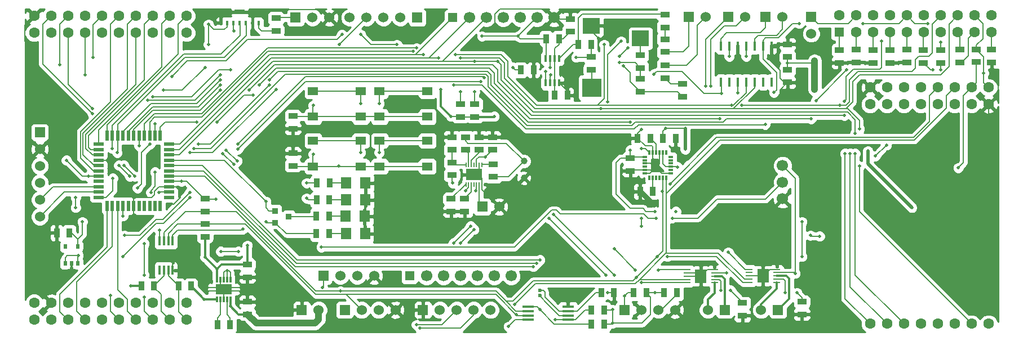
<source format=gtl>
G04 (created by PCBNEW (2013-jul-07)-stable) date Tue 03 Mar 2015 12:58:17 PM EST*
%MOIN*%
G04 Gerber Fmt 3.4, Leading zero omitted, Abs format*
%FSLAX34Y34*%
G01*
G70*
G90*
G04 APERTURE LIST*
%ADD10C,0.00590551*%
%ADD11C,0.0629921*%
%ADD12C,0.023622*%
%ADD13R,0.035X0.055*%
%ADD14R,0.055X0.035*%
%ADD15R,0.06X0.06*%
%ADD16C,0.06*%
%ADD17R,0.0314961X0.0137795*%
%ADD18R,0.0137795X0.0314961*%
%ADD19R,0.0177165X0.0570866*%
%ADD20R,0.0629X0.0709*%
%ADD21R,0.0551181X0.0551181*%
%ADD22C,0.0669291*%
%ADD23R,0.0708661X0.0177165*%
%ADD24R,0.036X0.036*%
%ADD25R,0.0442913X0.0106299*%
%ADD26R,0.0681102X0.0787402*%
%ADD27R,0.0629921X0.019685*%
%ADD28R,0.019685X0.0629921*%
%ADD29R,0.011811X0.0334646*%
%ADD30R,0.0944882X0.0649606*%
%ADD31R,0.0275591X0.0110236*%
%ADD32R,0.0145669X0.0314961*%
%ADD33R,0.0602362X0.0275591*%
%ADD34R,0.0610236X0.0511811*%
%ADD35R,0.02X0.03*%
%ADD36R,0.00787402X0.0275591*%
%ADD37R,0.0925197X0.0700787*%
%ADD38R,0.0149606X0.0442913*%
%ADD39R,0.1005X0.094*%
%ADD40R,0.114X0.108*%
%ADD41C,0.0393701*%
%ADD42C,0.019685*%
%ADD43C,0.006*%
%ADD44C,0.00787402*%
%ADD45C,0.0137795*%
%ADD46C,0.019685*%
%ADD47C,0.0393701*%
%ADD48C,0.0295276*%
%ADD49C,0.01*%
G04 APERTURE END LIST*
G54D10*
G54D11*
X51000Y-62000D03*
X52000Y-62000D03*
X53000Y-62000D03*
X54000Y-62000D03*
X55000Y-62000D03*
X56000Y-62000D03*
X57000Y-62000D03*
X58000Y-62000D03*
X59000Y-62000D03*
X60000Y-62000D03*
X60000Y-44000D03*
X59000Y-44000D03*
X58000Y-44000D03*
X57000Y-44000D03*
X56000Y-44000D03*
X55000Y-44000D03*
X54000Y-44000D03*
X53000Y-44000D03*
X52000Y-44000D03*
X51000Y-44000D03*
X51000Y-61000D03*
X52000Y-61000D03*
X53000Y-61000D03*
X54000Y-61000D03*
X55000Y-61000D03*
X56000Y-61000D03*
X57000Y-61000D03*
X58000Y-61000D03*
X59000Y-61000D03*
X60000Y-61000D03*
X60000Y-45000D03*
X59000Y-45000D03*
X58000Y-45000D03*
X57000Y-45000D03*
X56000Y-45000D03*
X55000Y-45000D03*
X54000Y-45000D03*
X53000Y-45000D03*
X52000Y-45000D03*
X51000Y-45000D03*
X100437Y-62236D03*
X101437Y-62236D03*
X102437Y-62236D03*
X103437Y-62236D03*
X104437Y-62236D03*
X105437Y-62236D03*
X106437Y-62236D03*
X107437Y-62236D03*
X107437Y-48236D03*
X106437Y-48236D03*
X105437Y-48236D03*
X104437Y-48236D03*
X103437Y-48236D03*
X102437Y-48236D03*
X101437Y-48236D03*
X100437Y-48236D03*
X100437Y-49236D03*
X101437Y-49236D03*
X102437Y-49236D03*
X103437Y-49236D03*
X104437Y-49236D03*
X105437Y-49236D03*
X106437Y-49236D03*
X107437Y-49236D03*
G54D12*
X80900Y-60262D03*
X80900Y-60537D03*
G54D13*
X67695Y-54899D03*
X68445Y-54899D03*
G54D14*
X95550Y-47175D03*
X95550Y-47925D03*
X95550Y-45675D03*
X95550Y-46425D03*
X106720Y-45979D03*
X106720Y-46729D03*
G54D13*
X67684Y-56903D03*
X68434Y-56903D03*
G54D14*
X66300Y-52125D03*
X66300Y-52875D03*
X66300Y-50675D03*
X66300Y-49925D03*
X76200Y-49975D03*
X76200Y-49225D03*
G54D13*
X84534Y-60381D03*
X85284Y-60381D03*
G54D14*
X92877Y-61002D03*
X92877Y-61752D03*
X96400Y-60925D03*
X96400Y-61675D03*
G54D13*
X87575Y-54400D03*
X86825Y-54400D03*
X87425Y-51250D03*
X86675Y-51250D03*
G54D14*
X86250Y-52425D03*
X86250Y-53175D03*
G54D13*
X88175Y-51250D03*
X88925Y-51250D03*
G54D14*
X61100Y-54825D03*
X61100Y-55575D03*
X61100Y-57075D03*
X61100Y-56325D03*
G54D13*
X84705Y-62244D03*
X83955Y-62244D03*
X84705Y-61417D03*
X83955Y-61417D03*
G54D14*
X107618Y-45987D03*
X107618Y-46737D03*
G54D13*
X86447Y-60397D03*
X87197Y-60397D03*
X67715Y-53891D03*
X68465Y-53891D03*
G54D14*
X103570Y-46022D03*
X103570Y-46772D03*
X105755Y-45999D03*
X105755Y-46749D03*
X102598Y-46002D03*
X102598Y-46752D03*
X101614Y-46022D03*
X101614Y-46772D03*
X100610Y-46022D03*
X100610Y-46772D03*
X99606Y-46002D03*
X99606Y-46752D03*
X98622Y-46022D03*
X98622Y-46772D03*
X77050Y-49975D03*
X77050Y-49225D03*
G54D15*
X73653Y-44094D03*
G54D16*
X72653Y-44094D03*
X71653Y-44094D03*
X70653Y-44094D03*
X69653Y-44094D03*
G54D15*
X69366Y-61417D03*
G54D16*
X70366Y-61417D03*
X71366Y-61417D03*
X72366Y-61417D03*
G54D15*
X85901Y-61417D03*
G54D16*
X86901Y-61417D03*
X87901Y-61417D03*
X88901Y-61417D03*
G54D15*
X66822Y-61417D03*
G54D16*
X67822Y-61417D03*
G54D15*
X91838Y-61417D03*
G54D16*
X90838Y-61417D03*
G54D15*
X92050Y-44050D03*
G54D16*
X93050Y-44050D03*
G54D15*
X94988Y-61417D03*
G54D16*
X93988Y-61417D03*
G54D17*
X88633Y-53326D03*
X88633Y-53129D03*
X88633Y-52933D03*
X88633Y-52736D03*
X88633Y-52539D03*
X88633Y-52342D03*
G54D18*
X88366Y-52076D03*
X88169Y-52076D03*
X87972Y-52076D03*
X87775Y-52076D03*
X87578Y-52076D03*
X87381Y-52076D03*
G54D17*
X87114Y-52342D03*
X87114Y-52539D03*
X87114Y-52736D03*
X87114Y-52933D03*
X87114Y-53129D03*
X87114Y-53326D03*
G54D18*
X87381Y-53592D03*
X87578Y-53592D03*
X87775Y-53592D03*
X87972Y-53592D03*
X88169Y-53592D03*
X88366Y-53592D03*
G54D19*
X91600Y-47912D03*
X92100Y-47912D03*
X92600Y-47912D03*
X93100Y-47912D03*
X93600Y-47912D03*
X94100Y-47912D03*
X94600Y-47912D03*
X94600Y-45787D03*
X94100Y-45787D03*
X93600Y-45787D03*
X93100Y-45787D03*
X92600Y-45787D03*
X92100Y-45787D03*
X91600Y-45787D03*
G54D20*
X69458Y-53888D03*
X70576Y-53888D03*
X69458Y-54888D03*
X70576Y-54888D03*
G54D21*
X98610Y-44968D03*
G54D11*
X99610Y-44968D03*
X100610Y-44968D03*
X101610Y-44968D03*
X102610Y-44968D03*
X103610Y-44968D03*
X104610Y-44968D03*
X105610Y-44968D03*
X106610Y-44968D03*
X107610Y-44968D03*
X107610Y-43968D03*
X106610Y-43968D03*
X105610Y-43968D03*
X104610Y-43968D03*
X103610Y-43968D03*
X102610Y-43968D03*
X101610Y-43968D03*
X100610Y-43968D03*
X99610Y-43968D03*
X98610Y-43968D03*
G54D21*
X75740Y-44094D03*
G54D22*
X76740Y-44094D03*
X77740Y-44094D03*
X78740Y-44094D03*
X79740Y-44094D03*
X80740Y-44094D03*
X81740Y-44094D03*
G54D15*
X73984Y-61417D03*
G54D16*
X74984Y-61417D03*
X75984Y-61417D03*
X76984Y-61417D03*
X77984Y-61417D03*
G54D22*
X95255Y-54834D03*
X95255Y-53850D03*
X95255Y-52865D03*
G54D23*
X82570Y-61998D03*
X82570Y-61742D03*
X82570Y-61486D03*
X82570Y-61230D03*
X80224Y-61230D03*
X80224Y-61486D03*
X80224Y-61742D03*
X80224Y-61998D03*
G54D24*
X65249Y-56237D03*
X65249Y-55537D03*
X66049Y-55887D03*
G54D13*
X88258Y-60389D03*
X89008Y-60389D03*
X67691Y-55844D03*
X68441Y-55844D03*
G54D14*
X65300Y-44125D03*
X65300Y-44875D03*
G54D15*
X68100Y-59400D03*
G54D16*
X69100Y-59400D03*
X70100Y-59400D03*
X71100Y-59400D03*
G54D15*
X66450Y-44100D03*
G54D16*
X67450Y-44100D03*
X68450Y-44100D03*
G54D15*
X96950Y-44050D03*
G54D16*
X96950Y-45050D03*
G54D15*
X94250Y-44050D03*
G54D16*
X95250Y-44050D03*
G54D15*
X51330Y-50889D03*
G54D16*
X51330Y-51889D03*
X51330Y-52889D03*
X51330Y-53889D03*
X51330Y-54889D03*
X51330Y-55889D03*
G54D20*
X69421Y-55867D03*
X70539Y-55867D03*
X69441Y-56900D03*
X70559Y-56900D03*
G54D25*
X91229Y-59803D03*
X91229Y-59606D03*
X91229Y-59409D03*
X91229Y-59212D03*
X91229Y-59015D03*
X89605Y-59015D03*
X89605Y-59212D03*
X89605Y-59409D03*
X89605Y-59606D03*
X89605Y-59803D03*
G54D26*
X90417Y-59409D03*
G54D25*
X94912Y-59793D03*
X94912Y-59596D03*
X94912Y-59400D03*
X94912Y-59203D03*
X94912Y-59006D03*
X93287Y-59006D03*
X93287Y-59203D03*
X93287Y-59400D03*
X93287Y-59596D03*
X93287Y-59793D03*
G54D26*
X94100Y-59400D03*
G54D27*
X54795Y-51598D03*
X54795Y-51913D03*
X54795Y-52228D03*
X54795Y-52543D03*
X54795Y-52858D03*
X54795Y-53173D03*
X54795Y-53488D03*
X54795Y-53803D03*
X54795Y-54118D03*
X54795Y-54433D03*
X54795Y-54748D03*
G54D28*
X55307Y-55259D03*
X55622Y-55259D03*
X55937Y-55259D03*
X56251Y-55259D03*
X56566Y-55259D03*
X56881Y-55259D03*
X57196Y-55259D03*
X57511Y-55259D03*
X57826Y-55259D03*
X58141Y-55259D03*
X58456Y-55259D03*
G54D27*
X58968Y-54748D03*
X58968Y-54433D03*
X58968Y-54118D03*
X58968Y-53803D03*
X58968Y-53488D03*
X58968Y-53173D03*
X58968Y-52858D03*
X58968Y-52543D03*
X58968Y-52228D03*
X58968Y-51913D03*
X58968Y-51598D03*
G54D28*
X58456Y-51086D03*
X58141Y-51086D03*
X57826Y-51086D03*
X57511Y-51086D03*
X57196Y-51086D03*
X56881Y-51086D03*
X56566Y-51086D03*
X56251Y-51086D03*
X55937Y-51086D03*
X55622Y-51086D03*
X55307Y-51086D03*
G54D21*
X73200Y-59400D03*
G54D22*
X74200Y-59400D03*
X75200Y-59400D03*
X76200Y-59400D03*
X77200Y-59400D03*
X78200Y-59400D03*
X79200Y-59400D03*
G54D13*
X62575Y-62300D03*
X61825Y-62300D03*
G54D14*
X63600Y-58725D03*
X63600Y-59475D03*
X63600Y-61675D03*
X63600Y-60925D03*
G54D29*
X61806Y-60780D03*
X62003Y-60780D03*
X62200Y-60780D03*
X62396Y-60780D03*
X62593Y-60780D03*
X62593Y-59619D03*
X62396Y-59619D03*
X62200Y-59619D03*
X62003Y-59619D03*
X61806Y-59619D03*
G54D30*
X62200Y-60200D03*
G54D31*
X62810Y-60298D03*
X62810Y-60101D03*
X61589Y-60101D03*
X61589Y-60298D03*
G54D19*
X58416Y-59066D03*
X58672Y-59066D03*
X58927Y-59066D03*
X59183Y-59066D03*
X59183Y-57333D03*
X58927Y-57333D03*
X58672Y-57333D03*
X58416Y-57333D03*
G54D13*
X57325Y-60000D03*
X58075Y-60000D03*
X60275Y-60000D03*
X59525Y-60000D03*
G54D32*
X64272Y-44416D03*
X63898Y-44416D03*
X63524Y-44416D03*
X63150Y-44416D03*
X62775Y-44416D03*
X62401Y-44416D03*
X62027Y-44416D03*
G54D33*
X63150Y-43758D03*
G54D34*
X71422Y-48454D03*
X74247Y-48454D03*
X74247Y-49970D03*
X71422Y-49970D03*
X71422Y-51391D03*
X74247Y-51391D03*
X74247Y-52907D03*
X71422Y-52907D03*
X67485Y-51391D03*
X70310Y-51391D03*
X70310Y-52907D03*
X67485Y-52907D03*
X67485Y-48454D03*
X70310Y-48454D03*
X70310Y-49970D03*
X67485Y-49970D03*
G54D35*
X52825Y-58650D03*
X53575Y-58650D03*
X52825Y-57650D03*
X53200Y-58650D03*
X53575Y-57650D03*
G54D14*
X88300Y-46125D03*
X88300Y-45375D03*
X78150Y-53525D03*
X78150Y-52775D03*
X77300Y-51175D03*
X77300Y-51925D03*
X76500Y-51175D03*
X76500Y-51925D03*
X75700Y-51925D03*
X75700Y-51175D03*
X75700Y-53425D03*
X75700Y-52675D03*
X75650Y-55575D03*
X75650Y-54825D03*
X76450Y-55575D03*
X76450Y-54825D03*
X78100Y-51175D03*
X78100Y-51925D03*
X82700Y-44175D03*
X82700Y-44925D03*
G54D13*
X81275Y-45350D03*
X82025Y-45350D03*
X81775Y-48700D03*
X82525Y-48700D03*
G54D14*
X83950Y-46425D03*
X83950Y-47175D03*
G54D13*
X80525Y-47200D03*
X79775Y-47200D03*
G54D14*
X88300Y-44675D03*
X88300Y-43925D03*
G54D13*
X83175Y-45700D03*
X83925Y-45700D03*
G54D14*
X86850Y-47075D03*
X86850Y-46325D03*
X86850Y-48475D03*
X86850Y-47725D03*
X89350Y-48025D03*
X89350Y-48775D03*
X88300Y-46925D03*
X88300Y-47675D03*
G54D13*
X53075Y-56850D03*
X52325Y-56850D03*
G54D15*
X77500Y-55300D03*
G54D16*
X78500Y-55300D03*
G54D15*
X89700Y-44050D03*
G54D16*
X90700Y-44050D03*
G54D36*
X76527Y-53980D03*
X76685Y-53980D03*
X76842Y-53980D03*
X77000Y-53980D03*
X77157Y-53980D03*
X77314Y-53980D03*
X77472Y-53980D03*
X77472Y-52819D03*
X77314Y-52819D03*
X77157Y-52819D03*
X77000Y-52819D03*
X76842Y-52819D03*
X76685Y-52819D03*
X76527Y-52819D03*
G54D37*
X77000Y-53400D03*
G54D38*
X81248Y-47970D03*
X81516Y-47970D03*
X81783Y-47970D03*
X82051Y-47970D03*
X82051Y-46529D03*
X81783Y-46529D03*
X81516Y-46529D03*
X81248Y-46529D03*
G54D39*
X86847Y-45335D03*
G54D40*
X83960Y-48255D03*
G54D39*
X83952Y-44585D03*
G54D41*
X79962Y-52600D03*
X79962Y-53600D03*
G54D14*
X104600Y-46025D03*
X104600Y-46775D03*
G54D42*
X53850Y-56200D03*
X56250Y-55850D03*
X107150Y-47400D03*
X104600Y-47200D03*
X85200Y-62200D03*
X85200Y-61400D03*
X61800Y-58975D03*
X61055Y-60780D03*
X87700Y-55575D03*
X88950Y-55575D03*
X91925Y-59235D03*
X96000Y-59250D03*
X91650Y-48600D03*
X87650Y-47450D03*
X92100Y-46400D03*
X59700Y-53800D03*
X58150Y-50400D03*
X86250Y-51950D03*
X64700Y-56200D03*
X63600Y-57600D03*
X61100Y-58300D03*
X56700Y-60000D03*
X79600Y-45200D03*
X77480Y-45200D03*
X75650Y-49950D03*
X75050Y-48350D03*
X78200Y-49950D03*
X89500Y-51900D03*
X89500Y-50650D03*
X88350Y-50650D03*
X89050Y-52950D03*
X53600Y-58200D03*
X95550Y-46800D03*
X97150Y-48350D03*
X97150Y-46650D03*
X61750Y-54850D03*
X54200Y-53500D03*
X53450Y-54750D03*
X53450Y-55350D03*
X79050Y-62400D03*
X52900Y-52550D03*
X100300Y-52000D03*
X102900Y-55350D03*
X93100Y-46400D03*
X61300Y-44500D03*
X58650Y-48400D03*
X61100Y-47050D03*
X61300Y-45700D03*
X87700Y-60400D03*
X58400Y-56700D03*
X75750Y-53900D03*
X77100Y-54350D03*
X76500Y-54350D03*
X77675Y-52350D03*
X79300Y-47050D03*
X90700Y-48150D03*
X77600Y-47650D03*
X63050Y-51600D03*
X60200Y-54450D03*
X56350Y-57000D03*
X63050Y-51900D03*
X60200Y-54750D03*
X56250Y-58250D03*
X77400Y-47900D03*
X91000Y-48150D03*
X55500Y-60550D03*
X85900Y-60600D03*
X84800Y-59350D03*
X81450Y-56000D03*
X62800Y-52800D03*
X62150Y-52150D03*
X54450Y-49800D03*
X63000Y-52600D03*
X54450Y-49500D03*
X62350Y-51950D03*
X85300Y-59350D03*
X81700Y-55750D03*
X63325Y-56625D03*
X64706Y-54993D03*
X105650Y-53000D03*
X96400Y-56200D03*
X96400Y-58250D03*
X55649Y-53614D03*
X58366Y-54440D03*
X60600Y-50300D03*
X61800Y-50300D03*
X63950Y-48700D03*
X97225Y-49025D03*
X99050Y-47200D03*
X81125Y-48750D03*
X92350Y-46750D03*
X94400Y-46525D03*
X86900Y-50725D03*
X86400Y-44600D03*
X84375Y-45325D03*
X82950Y-48700D03*
X88950Y-55200D03*
X87650Y-55200D03*
X103350Y-50200D03*
X103800Y-51150D03*
X91450Y-46500D03*
X78150Y-44700D03*
X74050Y-44750D03*
X70650Y-44750D03*
X69450Y-44750D03*
X97850Y-47950D03*
X83300Y-60400D03*
X84900Y-60400D03*
X58900Y-55150D03*
X59950Y-57050D03*
X53150Y-51700D03*
X55350Y-52550D03*
X66150Y-57400D03*
X64800Y-58750D03*
X107800Y-47250D03*
X102100Y-46772D03*
X100100Y-46800D03*
X96600Y-50800D03*
X96600Y-51750D03*
X95100Y-50500D03*
X95100Y-48700D03*
X56600Y-56300D03*
X54400Y-56300D03*
X82550Y-60450D03*
X82550Y-59250D03*
X88600Y-53950D03*
X88150Y-54400D03*
X87850Y-58250D03*
X88450Y-58250D03*
X86600Y-59500D03*
X86900Y-59800D03*
X69100Y-60300D03*
X79400Y-61100D03*
X79500Y-61700D03*
X69000Y-52900D03*
X55000Y-45000D03*
X67500Y-52200D03*
X67500Y-49300D03*
X70300Y-52100D03*
X70300Y-49200D03*
X71400Y-52100D03*
X71400Y-49200D03*
X67100Y-54800D03*
X67100Y-53900D03*
X73600Y-62300D03*
X73800Y-62500D03*
X85300Y-57800D03*
X86550Y-59050D03*
X87900Y-59050D03*
X92050Y-58000D03*
X86900Y-56450D03*
X86900Y-51850D03*
X86900Y-56000D03*
X101400Y-51650D03*
X100750Y-52300D03*
X76800Y-56450D03*
X75800Y-57450D03*
X95400Y-60400D03*
X96100Y-60400D03*
X62593Y-61193D03*
X62396Y-59100D03*
X83050Y-46450D03*
X81500Y-47050D03*
X85850Y-46950D03*
X81550Y-47500D03*
X85600Y-46750D03*
X81250Y-47300D03*
X104150Y-47200D03*
X62800Y-44900D03*
X92185Y-60245D03*
X91610Y-60240D03*
X58150Y-53250D03*
X57500Y-59350D03*
X57500Y-57500D03*
X65300Y-48350D03*
X60200Y-52100D03*
X57900Y-54450D03*
X57500Y-60650D03*
X54000Y-47500D03*
X58000Y-48800D03*
X62600Y-47200D03*
X52500Y-46900D03*
X57700Y-49000D03*
X62000Y-47500D03*
X69050Y-45700D03*
X64900Y-48100D03*
X60700Y-51600D03*
X57850Y-51600D03*
X57100Y-54200D03*
X88725Y-55975D03*
X87775Y-55975D03*
X62025Y-57950D03*
X63075Y-57950D03*
X67975Y-57700D03*
X103850Y-44450D03*
X104600Y-45550D03*
X54475Y-46450D03*
X59125Y-47575D03*
X69200Y-45100D03*
X70300Y-45100D03*
X72450Y-45700D03*
X75800Y-48100D03*
X94750Y-48525D03*
X94225Y-50425D03*
X100000Y-44450D03*
X96250Y-44450D03*
X81800Y-62000D03*
X80900Y-61400D03*
X86100Y-45900D03*
X85600Y-46400D03*
X64900Y-47800D03*
X62000Y-47800D03*
X86250Y-50300D03*
X91550Y-50100D03*
X64300Y-48100D03*
X62000Y-48100D03*
X92600Y-48550D03*
X98900Y-49900D03*
X62000Y-48400D03*
X63700Y-48400D03*
X101100Y-45500D03*
X98900Y-49050D03*
X99800Y-52900D03*
X57200Y-51700D03*
X60450Y-51850D03*
X96950Y-50100D03*
X73600Y-45900D03*
X73400Y-46100D03*
X78400Y-46700D03*
X77050Y-46700D03*
X77050Y-48500D03*
X99550Y-50950D03*
X99550Y-52150D03*
X85700Y-45500D03*
X84900Y-49100D03*
X84500Y-49500D03*
X76200Y-48500D03*
X99800Y-50700D03*
X99250Y-52150D03*
X76200Y-46500D03*
X74900Y-46500D03*
X84700Y-45700D03*
X98650Y-49300D03*
X98950Y-52150D03*
X92250Y-49300D03*
X92850Y-49300D03*
X75900Y-46300D03*
X74000Y-46300D03*
X80500Y-58850D03*
X80700Y-58650D03*
X80900Y-58450D03*
X56950Y-53500D03*
X55900Y-52100D03*
X56300Y-52850D03*
X96900Y-57000D03*
X97450Y-57050D03*
X68050Y-60100D03*
X56650Y-53500D03*
X56000Y-52850D03*
X55600Y-51850D03*
X77000Y-56650D03*
X76200Y-57450D03*
G54D43*
X53575Y-57225D02*
X53200Y-56850D01*
X53200Y-56850D02*
X53075Y-56850D01*
X56251Y-55259D02*
X56250Y-55261D01*
X53575Y-57225D02*
X53575Y-57650D01*
X53850Y-56950D02*
X53575Y-57225D01*
X53850Y-56200D02*
X53850Y-56950D01*
X56250Y-55261D02*
X56250Y-55850D01*
X104600Y-46775D02*
X104600Y-47200D01*
G54D44*
X85200Y-62200D02*
X86925Y-62200D01*
X87450Y-60649D02*
X87197Y-60397D01*
X87450Y-61675D02*
X87450Y-60649D01*
X86925Y-62200D02*
X87450Y-61675D01*
X85200Y-61400D02*
X85200Y-62200D01*
G54D43*
X85155Y-62244D02*
X85200Y-62200D01*
X84705Y-62244D02*
X85155Y-62244D01*
X85182Y-61417D02*
X85200Y-61400D01*
X85182Y-61417D02*
X84705Y-61417D01*
G54D45*
X61800Y-58975D02*
X61818Y-58993D01*
X61806Y-60780D02*
X61055Y-60780D01*
X61055Y-60780D02*
X60275Y-60000D01*
G54D43*
X87000Y-55400D02*
X87175Y-55575D01*
X87175Y-55575D02*
X87700Y-55575D01*
X86250Y-52425D02*
X85675Y-52425D01*
X86250Y-55400D02*
X87000Y-55400D01*
X85400Y-54550D02*
X86250Y-55400D01*
X85400Y-52700D02*
X85400Y-54550D01*
X85675Y-52425D02*
X85400Y-52700D01*
X95255Y-52865D02*
X96000Y-53609D01*
X96000Y-53609D02*
X96000Y-59250D01*
G54D44*
X91902Y-59212D02*
X91925Y-59235D01*
X91229Y-59212D02*
X91902Y-59212D01*
X95953Y-59203D02*
X96000Y-59250D01*
X95953Y-59203D02*
X94912Y-59203D01*
G54D43*
X91650Y-48600D02*
X90600Y-48600D01*
X91650Y-47962D02*
X91650Y-48600D01*
X91600Y-47912D02*
X91650Y-47962D01*
X87800Y-47300D02*
X87650Y-47450D01*
X89300Y-47300D02*
X87800Y-47300D01*
X90600Y-48600D02*
X89300Y-47300D01*
X92100Y-45787D02*
X92100Y-46400D01*
X58150Y-51078D02*
X58150Y-50400D01*
X58141Y-51086D02*
X58150Y-51078D01*
X75700Y-53850D02*
X75750Y-53900D01*
X75700Y-53425D02*
X75700Y-53850D01*
X77157Y-54292D02*
X77100Y-54350D01*
X77157Y-53980D02*
X77157Y-54292D01*
X76685Y-54164D02*
X76500Y-54350D01*
X76685Y-54164D02*
X76685Y-53980D01*
X88169Y-52076D02*
X88169Y-52769D01*
X88333Y-52933D02*
X88633Y-52933D01*
X88169Y-52769D02*
X88333Y-52933D01*
G54D45*
X63600Y-58725D02*
X63600Y-57600D01*
G54D43*
X64737Y-56237D02*
X64700Y-56200D01*
X64737Y-56237D02*
X65249Y-56237D01*
G54D45*
X57325Y-60000D02*
X56700Y-60000D01*
G54D43*
X77157Y-52819D02*
X77157Y-52492D01*
X77157Y-52492D02*
X77300Y-52350D01*
X87114Y-52342D02*
X86332Y-52342D01*
X86332Y-52342D02*
X86250Y-52425D01*
X86250Y-52425D02*
X86250Y-51950D01*
X81275Y-45350D02*
X79750Y-45350D01*
X80740Y-44094D02*
X80705Y-44094D01*
X80705Y-44094D02*
X79600Y-45200D01*
X79600Y-45200D02*
X77480Y-45200D01*
X79750Y-45350D02*
X79600Y-45200D01*
G54D45*
X75650Y-49950D02*
X75050Y-49350D01*
G54D43*
X76175Y-49950D02*
X75650Y-49950D01*
X76200Y-49975D02*
X76175Y-49950D01*
G54D45*
X75050Y-49350D02*
X75050Y-48350D01*
X77050Y-49975D02*
X78175Y-49975D01*
X78175Y-49975D02*
X78200Y-49950D01*
G54D44*
X88175Y-50825D02*
X88175Y-51250D01*
G54D46*
X89500Y-51900D02*
X89500Y-50650D01*
G54D44*
X88175Y-50825D02*
X88350Y-50650D01*
X88350Y-50650D02*
X89500Y-50650D01*
G54D43*
X89033Y-52933D02*
X89050Y-52950D01*
X88633Y-52933D02*
X89033Y-52933D01*
X81275Y-45350D02*
X81275Y-46502D01*
X81275Y-46502D02*
X81248Y-46529D01*
X52825Y-58650D02*
X52825Y-58325D01*
X53575Y-58225D02*
X53600Y-58200D01*
X53575Y-58225D02*
X53575Y-58650D01*
X52950Y-58200D02*
X53600Y-58200D01*
X52825Y-58325D02*
X52950Y-58200D01*
X95550Y-46800D02*
X97000Y-46800D01*
G54D47*
X97150Y-46650D02*
X97150Y-48350D01*
G54D43*
X97000Y-46800D02*
X97150Y-46650D01*
X61100Y-54825D02*
X61125Y-54850D01*
X61125Y-54850D02*
X61750Y-54850D01*
X76200Y-49975D02*
X77050Y-49975D01*
X53450Y-55350D02*
X53450Y-54750D01*
X80224Y-61998D02*
X79451Y-61998D01*
X79451Y-61998D02*
X79050Y-62400D01*
X54200Y-53500D02*
X53850Y-53500D01*
X54211Y-53488D02*
X54200Y-53500D01*
X54795Y-53488D02*
X54211Y-53488D01*
X53850Y-53500D02*
X52900Y-52550D01*
G54D46*
X100300Y-52750D02*
X100300Y-52000D01*
X102900Y-55350D02*
X100300Y-52750D01*
G54D45*
X62100Y-58725D02*
X62087Y-58725D01*
X63600Y-58725D02*
X62100Y-58725D01*
X62087Y-58725D02*
X61818Y-58993D01*
X61818Y-58993D02*
X61806Y-59006D01*
G54D43*
X93100Y-45787D02*
X93100Y-46400D01*
X95550Y-46425D02*
X95550Y-46800D01*
X95550Y-46800D02*
X95550Y-47175D01*
X61300Y-44500D02*
X61300Y-45700D01*
X62401Y-44648D02*
X62250Y-44800D01*
X62250Y-44800D02*
X61600Y-44800D01*
X61600Y-44800D02*
X61300Y-44500D01*
X62401Y-44416D02*
X62401Y-44648D01*
X59750Y-48400D02*
X58650Y-48400D01*
X61100Y-47050D02*
X59750Y-48400D01*
X107437Y-48236D02*
X107150Y-47949D01*
X107150Y-46408D02*
X106720Y-45979D01*
X107150Y-47949D02*
X107150Y-47400D01*
X107150Y-47400D02*
X107150Y-46408D01*
X66450Y-44100D02*
X65325Y-44100D01*
X65325Y-44100D02*
X65300Y-44125D01*
X106720Y-45979D02*
X106720Y-45729D01*
X106720Y-45729D02*
X107100Y-45350D01*
X107100Y-45350D02*
X107100Y-44458D01*
X107100Y-44458D02*
X106610Y-43968D01*
X88258Y-60389D02*
X87710Y-60389D01*
X87710Y-60389D02*
X87700Y-60400D01*
X87697Y-60397D02*
X87197Y-60397D01*
X87697Y-60397D02*
X87700Y-60400D01*
X58416Y-57333D02*
X58416Y-56716D01*
X58416Y-56716D02*
X58400Y-56700D01*
X67684Y-56903D02*
X65915Y-56903D01*
X65915Y-56903D02*
X65249Y-56237D01*
G54D45*
X61100Y-57075D02*
X61100Y-58300D01*
G54D43*
X61800Y-59000D02*
X61806Y-59006D01*
G54D45*
X61100Y-58300D02*
X61800Y-59000D01*
G54D43*
X61100Y-54825D02*
X61025Y-54825D01*
X59696Y-53803D02*
X59700Y-53800D01*
X59696Y-53803D02*
X58968Y-53803D01*
X60000Y-53800D02*
X59700Y-53800D01*
X61025Y-54825D02*
X60000Y-53800D01*
X60275Y-60000D02*
X60275Y-60075D01*
G54D45*
X61806Y-59619D02*
X61806Y-59006D01*
G54D43*
X77300Y-52350D02*
X77675Y-52350D01*
X77675Y-52350D02*
X78100Y-51925D01*
G54D44*
X79775Y-47200D02*
X79450Y-47200D01*
X79450Y-47200D02*
X79300Y-47050D01*
G54D43*
X90700Y-45400D02*
X92050Y-44050D01*
X90700Y-48150D02*
X90700Y-45400D01*
X77550Y-47600D02*
X77600Y-47650D01*
X67050Y-47600D02*
X77550Y-47600D01*
X63050Y-51600D02*
X67050Y-47600D01*
X58600Y-56050D02*
X60200Y-54450D01*
X58200Y-56050D02*
X58600Y-56050D01*
X57250Y-57000D02*
X58200Y-56050D01*
X56350Y-57000D02*
X57250Y-57000D01*
X60200Y-54750D02*
X58650Y-56300D01*
X58650Y-56300D02*
X58200Y-56300D01*
X58200Y-56300D02*
X56250Y-58250D01*
X93050Y-44050D02*
X92500Y-44600D01*
X77400Y-47900D02*
X67050Y-47900D01*
X91000Y-45400D02*
X91000Y-48150D01*
X91800Y-44600D02*
X91000Y-45400D01*
X92500Y-44600D02*
X91800Y-44600D01*
X67050Y-47900D02*
X63050Y-51900D01*
X55500Y-61500D02*
X56000Y-62000D01*
X55500Y-60550D02*
X55500Y-61500D01*
G54D44*
X52000Y-44000D02*
X51500Y-44500D01*
X85900Y-60600D02*
X85901Y-60600D01*
X81450Y-56000D02*
X84800Y-59350D01*
X62150Y-52150D02*
X62800Y-52800D01*
X51500Y-46850D02*
X54450Y-49800D01*
X51500Y-44500D02*
X51500Y-46850D01*
G54D43*
X86447Y-60397D02*
X86102Y-60397D01*
X85901Y-60598D02*
X85901Y-60600D01*
X85901Y-60600D02*
X85901Y-61417D01*
X86102Y-60397D02*
X85901Y-60598D01*
G54D44*
X53000Y-48050D02*
X54450Y-49500D01*
X62350Y-51950D02*
X63000Y-52600D01*
X53000Y-45000D02*
X53000Y-48050D01*
X81700Y-55750D02*
X85300Y-59350D01*
G54D43*
X89008Y-60389D02*
X89008Y-60491D01*
X88082Y-61417D02*
X87901Y-61417D01*
X89008Y-60491D02*
X88082Y-61417D01*
X59183Y-57333D02*
X59183Y-56991D01*
X63250Y-56700D02*
X63325Y-56625D01*
X59475Y-56700D02*
X63250Y-56700D01*
X59183Y-56991D02*
X59475Y-56700D01*
X64706Y-54993D02*
X62255Y-52543D01*
X62255Y-52543D02*
X58968Y-52543D01*
X58974Y-52537D02*
X58968Y-52543D01*
X64700Y-54987D02*
X64700Y-55350D01*
X64887Y-55537D02*
X65249Y-55537D01*
X64700Y-55350D02*
X64887Y-55537D01*
X64706Y-54993D02*
X64700Y-54987D01*
X105950Y-48723D02*
X105950Y-52700D01*
X105950Y-52700D02*
X105650Y-53000D01*
X96400Y-56200D02*
X96400Y-58250D01*
X106437Y-48236D02*
X105950Y-48723D01*
X106720Y-46729D02*
X106720Y-47952D01*
X106720Y-47952D02*
X106437Y-48236D01*
X54795Y-54748D02*
X55248Y-54748D01*
X55649Y-54346D02*
X55649Y-53614D01*
X55248Y-54748D02*
X55649Y-54346D01*
X54795Y-54118D02*
X52102Y-54118D01*
X52102Y-54118D02*
X51330Y-54889D01*
X58968Y-54433D02*
X58374Y-54433D01*
X58374Y-54433D02*
X58366Y-54440D01*
X54795Y-54433D02*
X52787Y-54433D01*
X52787Y-54433D02*
X51330Y-55889D01*
X58750Y-50300D02*
X60600Y-50300D01*
X61800Y-50300D02*
X63400Y-48700D01*
X63400Y-48700D02*
X63950Y-48700D01*
X58456Y-51086D02*
X58456Y-50593D01*
X58456Y-50593D02*
X58750Y-50300D01*
X99050Y-47200D02*
X97225Y-49025D01*
X54795Y-52228D02*
X54425Y-52228D01*
X57000Y-48059D02*
X57000Y-45000D01*
X54051Y-51007D02*
X57000Y-48059D01*
X54051Y-51854D02*
X54051Y-51007D01*
X54425Y-52228D02*
X54051Y-51854D01*
X80525Y-47200D02*
X80525Y-48150D01*
X80525Y-48150D02*
X81125Y-48750D01*
X95550Y-47925D02*
X95350Y-47925D01*
X95100Y-47225D02*
X94400Y-46525D01*
X95100Y-47675D02*
X95100Y-47225D01*
X95350Y-47925D02*
X95100Y-47675D01*
X63898Y-44416D02*
X63898Y-44051D01*
X67975Y-43625D02*
X68450Y-44100D01*
X64325Y-43625D02*
X67975Y-43625D01*
X63898Y-44051D02*
X64325Y-43625D01*
X94600Y-45787D02*
X94600Y-46325D01*
X94600Y-46325D02*
X94400Y-46525D01*
X94600Y-45787D02*
X94712Y-45675D01*
X94712Y-45675D02*
X95550Y-45675D01*
X86675Y-51250D02*
X86675Y-50950D01*
X86675Y-50950D02*
X86900Y-50725D01*
X86675Y-51250D02*
X87125Y-51700D01*
X87578Y-51753D02*
X87578Y-52076D01*
X87525Y-51700D02*
X87578Y-51753D01*
X87125Y-51700D02*
X87525Y-51700D01*
X87114Y-52736D02*
X87578Y-52736D01*
X87114Y-53129D02*
X87595Y-53129D01*
X87114Y-53326D02*
X87398Y-53326D01*
X87398Y-53326D02*
X87595Y-53129D01*
X87595Y-53129D02*
X87750Y-52975D01*
X87972Y-52076D02*
X87972Y-52752D01*
X87972Y-52752D02*
X87750Y-52975D01*
X87578Y-52076D02*
X87578Y-52736D01*
X87578Y-52736D02*
X87578Y-52803D01*
X88101Y-53326D02*
X88633Y-53326D01*
X87578Y-52803D02*
X87750Y-52975D01*
X87750Y-52975D02*
X88101Y-53326D01*
X83967Y-44600D02*
X83952Y-44585D01*
X86400Y-44600D02*
X83967Y-44600D01*
X83952Y-44585D02*
X83952Y-44902D01*
X83952Y-44902D02*
X84375Y-45325D01*
G54D44*
X86250Y-53175D02*
X86295Y-53129D01*
X86295Y-53129D02*
X87114Y-53129D01*
G54D43*
X62003Y-59619D02*
X62003Y-60003D01*
X62003Y-60003D02*
X62200Y-60200D01*
X82525Y-48700D02*
X82525Y-48444D01*
X82525Y-48444D02*
X82051Y-47970D01*
X82525Y-48700D02*
X82950Y-48700D01*
X77472Y-53980D02*
X77472Y-53622D01*
X77250Y-53400D02*
X77000Y-53400D01*
X77472Y-53622D02*
X77250Y-53400D01*
X77314Y-52819D02*
X77314Y-53085D01*
X77314Y-53085D02*
X77000Y-53400D01*
X78500Y-55300D02*
X77472Y-54272D01*
X77472Y-54272D02*
X77472Y-53980D01*
X91229Y-59015D02*
X90811Y-59015D01*
X90811Y-59015D02*
X90417Y-59409D01*
X94912Y-59006D02*
X94493Y-59006D01*
X94493Y-59006D02*
X94100Y-59400D01*
G54D48*
X86825Y-54400D02*
X87625Y-55200D01*
X87625Y-55200D02*
X87650Y-55200D01*
G54D43*
X107437Y-49236D02*
X107437Y-53162D01*
X99750Y-48923D02*
X100437Y-48236D01*
X99750Y-49500D02*
X99750Y-48923D01*
X100450Y-50200D02*
X99750Y-49500D01*
X103350Y-50200D02*
X100450Y-50200D01*
X103800Y-52650D02*
X103800Y-51150D01*
X105050Y-53900D02*
X103800Y-52650D01*
X106700Y-53900D02*
X105050Y-53900D01*
X107437Y-53162D02*
X106700Y-53900D01*
G54D44*
X92600Y-45787D02*
X92600Y-46500D01*
X92600Y-46500D02*
X92350Y-46750D01*
X92350Y-46750D02*
X91700Y-46750D01*
X91700Y-46750D02*
X91450Y-46500D01*
X68450Y-44100D02*
X69100Y-44750D01*
X81245Y-43600D02*
X81740Y-44094D01*
X78550Y-43600D02*
X81245Y-43600D01*
X78250Y-43900D02*
X78550Y-43600D01*
X78250Y-44600D02*
X78250Y-43900D01*
X78150Y-44700D02*
X78250Y-44600D01*
X70650Y-44750D02*
X74050Y-44750D01*
X69100Y-44750D02*
X69450Y-44750D01*
X82700Y-44175D02*
X81820Y-44175D01*
X81820Y-44175D02*
X81740Y-44094D01*
G54D43*
X89605Y-59212D02*
X90220Y-59212D01*
X90220Y-59212D02*
X90417Y-59409D01*
X89605Y-59409D02*
X90417Y-59409D01*
X93287Y-59400D02*
X94100Y-59400D01*
X85284Y-60381D02*
X84918Y-60381D01*
X84918Y-60381D02*
X84900Y-60400D01*
X61589Y-60298D02*
X62101Y-60298D01*
X62101Y-60298D02*
X62200Y-60200D01*
X61589Y-60101D02*
X62101Y-60101D01*
X62101Y-60101D02*
X62200Y-60200D01*
X62810Y-60298D02*
X62298Y-60298D01*
X62298Y-60298D02*
X62200Y-60200D01*
X62810Y-60101D02*
X62298Y-60101D01*
X62298Y-60101D02*
X62200Y-60200D01*
X61101Y-60298D02*
X61100Y-60296D01*
X61589Y-60298D02*
X61101Y-60298D01*
X61100Y-60100D02*
X61101Y-60101D01*
X61100Y-60296D02*
X61100Y-60100D01*
X61101Y-60101D02*
X59950Y-58950D01*
X59950Y-58950D02*
X59950Y-57650D01*
X59950Y-57050D02*
X59950Y-57650D01*
X59250Y-55150D02*
X58900Y-55150D01*
X59368Y-54118D02*
X59650Y-54400D01*
X59650Y-54400D02*
X59650Y-54750D01*
X59650Y-54750D02*
X59250Y-55150D01*
X58968Y-54118D02*
X59368Y-54118D01*
X59183Y-58416D02*
X59183Y-59066D01*
X59950Y-57650D02*
X59183Y-58416D01*
X51000Y-44000D02*
X50450Y-44550D01*
X50450Y-45500D02*
X50850Y-45900D01*
X50450Y-44550D02*
X50450Y-45500D01*
X58968Y-54118D02*
X58381Y-54118D01*
X56881Y-54868D02*
X56881Y-55259D01*
X57000Y-54750D02*
X56881Y-54868D01*
X57950Y-54750D02*
X57000Y-54750D01*
X58100Y-54600D02*
X57950Y-54750D01*
X58100Y-54400D02*
X58100Y-54600D01*
X58381Y-54118D02*
X58100Y-54400D01*
X54795Y-52543D02*
X55343Y-52543D01*
X55343Y-52543D02*
X55350Y-52550D01*
X63600Y-59475D02*
X64075Y-59475D01*
X64075Y-59475D02*
X64800Y-58750D01*
X62200Y-60780D02*
X62200Y-60200D01*
X99606Y-46752D02*
X100052Y-46752D01*
X100100Y-46800D02*
X100052Y-46752D01*
X101614Y-46772D02*
X102100Y-46772D01*
X102100Y-46772D02*
X102578Y-46772D01*
X102578Y-46772D02*
X102598Y-46752D01*
X96550Y-50800D02*
X96250Y-50500D01*
X96600Y-50800D02*
X96550Y-50800D01*
X95550Y-47925D02*
X95100Y-48375D01*
X95100Y-50500D02*
X96250Y-50500D01*
X95100Y-48375D02*
X95100Y-48700D01*
X107618Y-46737D02*
X107618Y-47068D01*
X108000Y-48673D02*
X107437Y-49236D01*
X108000Y-47450D02*
X108000Y-48673D01*
X107618Y-47068D02*
X107800Y-47250D01*
X107800Y-47250D02*
X108000Y-47450D01*
X56881Y-55259D02*
X56881Y-56018D01*
X56881Y-56018D02*
X56600Y-56300D01*
X82570Y-61230D02*
X82570Y-60470D01*
X82570Y-60470D02*
X82550Y-60450D01*
X62810Y-60101D02*
X63398Y-60101D01*
X63600Y-59900D02*
X63600Y-59475D01*
X63398Y-60101D02*
X63600Y-59900D01*
X62810Y-60298D02*
X63398Y-60298D01*
X63600Y-60500D02*
X63600Y-60925D01*
X63398Y-60298D02*
X63600Y-60500D01*
X61589Y-60101D02*
X61101Y-60101D01*
X103950Y-48723D02*
X103950Y-50250D01*
X103950Y-50250D02*
X103000Y-51200D01*
X103000Y-51200D02*
X91350Y-51200D01*
X91350Y-51200D02*
X88600Y-53950D01*
X88169Y-54400D02*
X88150Y-54400D01*
X103950Y-48723D02*
X104437Y-48236D01*
X91350Y-58250D02*
X92893Y-59793D01*
X91350Y-58250D02*
X88450Y-58250D01*
X92893Y-59793D02*
X93287Y-59793D01*
X67650Y-60300D02*
X62925Y-55575D01*
X69100Y-60300D02*
X67650Y-60300D01*
X62925Y-55575D02*
X61100Y-55575D01*
X89605Y-59803D02*
X86903Y-59803D01*
X86903Y-59803D02*
X86900Y-59800D01*
X78900Y-60900D02*
X79300Y-60900D01*
X88169Y-57930D02*
X88169Y-54400D01*
X88169Y-54400D02*
X88169Y-54250D01*
X88169Y-54250D02*
X88169Y-53592D01*
X86400Y-59700D02*
X86600Y-59500D01*
X86600Y-59500D02*
X87850Y-58250D01*
X87850Y-58250D02*
X88169Y-57930D01*
X80500Y-59700D02*
X86400Y-59700D01*
X79300Y-60900D02*
X80500Y-59700D01*
X69100Y-60300D02*
X78300Y-60300D01*
X79486Y-61486D02*
X80224Y-61486D01*
X78300Y-60300D02*
X78900Y-60900D01*
X78900Y-60900D02*
X79486Y-61486D01*
X58672Y-57333D02*
X58672Y-56827D01*
X58672Y-56827D02*
X59925Y-55575D01*
X59925Y-55575D02*
X61100Y-55575D01*
X58075Y-60000D02*
X58075Y-60075D01*
X58500Y-61500D02*
X59000Y-62000D01*
X58500Y-60500D02*
X58500Y-61500D01*
X58075Y-60075D02*
X58500Y-60500D01*
X58672Y-59066D02*
X58672Y-59402D01*
X58672Y-59402D02*
X58075Y-60000D01*
X91450Y-58050D02*
X92996Y-59596D01*
X88350Y-58050D02*
X91450Y-58050D01*
X92996Y-59596D02*
X93287Y-59596D01*
X67650Y-60500D02*
X63475Y-56325D01*
X69448Y-60500D02*
X67650Y-60500D01*
X63475Y-56325D02*
X61100Y-56325D01*
X88366Y-54533D02*
X91550Y-51350D01*
X104950Y-48723D02*
X104950Y-49450D01*
X104950Y-49450D02*
X103050Y-51350D01*
X103050Y-51350D02*
X91550Y-51350D01*
X104950Y-48723D02*
X105437Y-48236D01*
X89605Y-59606D02*
X86793Y-59606D01*
X80650Y-59850D02*
X79400Y-61100D01*
X86550Y-59850D02*
X80650Y-59850D01*
X88366Y-58033D02*
X88350Y-58050D01*
X88350Y-58050D02*
X86793Y-59606D01*
X86793Y-59606D02*
X86550Y-59850D01*
X88366Y-53592D02*
X88366Y-54533D01*
X88366Y-54533D02*
X88366Y-58033D01*
X79500Y-61700D02*
X79542Y-61742D01*
X69448Y-60500D02*
X78300Y-60500D01*
X79542Y-61742D02*
X80224Y-61742D01*
X78300Y-60500D02*
X79542Y-61742D01*
X69448Y-60500D02*
X70366Y-61417D01*
X58927Y-57333D02*
X58927Y-56872D01*
X58927Y-56872D02*
X59475Y-56325D01*
X59475Y-56325D02*
X61100Y-56325D01*
X59525Y-60000D02*
X59525Y-61525D01*
X59525Y-61525D02*
X60000Y-62000D01*
X58927Y-59066D02*
X58927Y-59402D01*
X58927Y-59402D02*
X59525Y-60000D01*
X67485Y-52907D02*
X66332Y-52907D01*
X66332Y-52907D02*
X66300Y-52875D01*
X69000Y-52900D02*
X69000Y-52907D01*
X67485Y-52214D02*
X67485Y-52907D01*
X67500Y-52200D02*
X67485Y-52214D01*
X67485Y-52907D02*
X69000Y-52907D01*
X69000Y-52907D02*
X70310Y-52907D01*
X70310Y-52907D02*
X71422Y-52907D01*
X71422Y-52907D02*
X74247Y-52907D01*
X67485Y-49970D02*
X66345Y-49970D01*
X66345Y-49970D02*
X66300Y-49925D01*
X67485Y-49314D02*
X67485Y-49970D01*
X67500Y-49300D02*
X67485Y-49314D01*
X67485Y-49970D02*
X70310Y-49970D01*
X70310Y-49970D02*
X71422Y-49970D01*
X71422Y-49970D02*
X74247Y-49970D01*
X70310Y-48454D02*
X70310Y-49189D01*
X70310Y-52089D02*
X70310Y-51391D01*
X70300Y-52100D02*
X70310Y-52089D01*
X70310Y-49189D02*
X70300Y-49200D01*
X67485Y-51391D02*
X70310Y-51391D01*
X67485Y-48454D02*
X70310Y-48454D01*
X71422Y-48454D02*
X71422Y-49177D01*
X71422Y-52077D02*
X71422Y-51391D01*
X71400Y-52100D02*
X71422Y-52077D01*
X71422Y-49177D02*
X71400Y-49200D01*
X71422Y-51391D02*
X74247Y-51391D01*
X71422Y-48454D02*
X74247Y-48454D01*
X67695Y-54899D02*
X67199Y-54899D01*
X67199Y-54899D02*
X67100Y-54800D01*
X67108Y-53891D02*
X67715Y-53891D01*
X67100Y-53900D02*
X67108Y-53891D01*
X75984Y-61417D02*
X75982Y-61417D01*
X75100Y-62300D02*
X73600Y-62300D01*
X75982Y-61417D02*
X75100Y-62300D01*
X76984Y-61715D02*
X76984Y-61417D01*
X76200Y-62500D02*
X76984Y-61715D01*
X73800Y-62500D02*
X76200Y-62500D01*
G54D45*
X91229Y-59409D02*
X91664Y-59409D01*
X91838Y-59583D02*
X91838Y-61417D01*
X91664Y-59409D02*
X91838Y-59583D01*
X91229Y-59803D02*
X91229Y-60405D01*
X90838Y-60796D02*
X90838Y-61417D01*
X91229Y-60405D02*
X90838Y-60796D01*
G54D43*
X89605Y-59015D02*
X87934Y-59015D01*
X86550Y-59050D02*
X85300Y-57800D01*
X87934Y-59015D02*
X87900Y-59050D01*
G54D45*
X94912Y-59400D02*
X95485Y-59400D01*
X95650Y-59565D02*
X95650Y-60755D01*
X95650Y-60755D02*
X94988Y-61417D01*
X95485Y-59400D02*
X95650Y-59565D01*
X94912Y-59793D02*
X94914Y-60165D01*
X93988Y-61091D02*
X93988Y-61417D01*
X94914Y-60165D02*
X93988Y-61091D01*
G54D43*
X92050Y-58000D02*
X93056Y-59006D01*
X93056Y-59006D02*
X93287Y-59006D01*
X87381Y-52076D02*
X87155Y-51850D01*
X86900Y-51850D02*
X87155Y-51850D01*
X86900Y-56000D02*
X86900Y-56450D01*
X100750Y-52300D02*
X101400Y-51650D01*
X75800Y-57450D02*
X76800Y-56450D01*
X94912Y-59596D02*
X95296Y-59596D01*
X95400Y-59700D02*
X95400Y-60400D01*
X96100Y-60400D02*
X96400Y-60700D01*
X96400Y-60700D02*
X96400Y-60925D01*
X95296Y-59596D02*
X95400Y-59700D01*
X62003Y-60780D02*
X62003Y-61696D01*
X61825Y-61875D02*
X61825Y-62300D01*
X62003Y-61696D02*
X61825Y-61875D01*
X62396Y-60780D02*
X62396Y-61696D01*
X62575Y-61875D02*
X62575Y-62300D01*
X62396Y-61696D02*
X62575Y-61875D01*
G54D47*
X67822Y-61977D02*
X67600Y-62200D01*
X67600Y-62200D02*
X64125Y-62200D01*
X67822Y-61417D02*
X67822Y-61977D01*
G54D45*
X63600Y-61675D02*
X63075Y-61675D01*
X63075Y-61675D02*
X62593Y-61193D01*
X62593Y-61193D02*
X62593Y-60780D01*
X63600Y-61675D02*
X63487Y-61675D01*
G54D47*
X67822Y-61417D02*
X67822Y-61977D01*
X64125Y-62200D02*
X63600Y-61675D01*
X67600Y-62200D02*
X64125Y-62200D01*
X67822Y-61977D02*
X67600Y-62200D01*
G54D43*
X62396Y-59619D02*
X62396Y-59100D01*
X62593Y-59619D02*
X62593Y-59193D01*
X62593Y-59193D02*
X62500Y-59100D01*
X62500Y-59100D02*
X62396Y-59100D01*
X62200Y-59200D02*
X62200Y-59619D01*
X62396Y-59100D02*
X62300Y-59100D01*
X62300Y-59100D02*
X62200Y-59200D01*
G54D44*
X81516Y-46529D02*
X81500Y-46545D01*
X83925Y-46450D02*
X83950Y-46425D01*
X83050Y-46450D02*
X83925Y-46450D01*
X81500Y-46545D02*
X81500Y-47050D01*
X83950Y-46425D02*
X83950Y-45725D01*
X83950Y-45725D02*
X83925Y-45700D01*
G54D43*
X88300Y-45375D02*
X88300Y-44675D01*
G54D44*
X82275Y-45350D02*
X82700Y-44925D01*
X81783Y-47970D02*
X81783Y-48691D01*
X81783Y-48691D02*
X81775Y-48700D01*
X82025Y-45350D02*
X82275Y-45350D01*
G54D43*
X82025Y-45350D02*
X82025Y-45675D01*
X81783Y-45916D02*
X81783Y-46529D01*
X82025Y-45675D02*
X81783Y-45916D01*
X81783Y-46529D02*
X81783Y-47033D01*
X81783Y-47033D02*
X81783Y-47970D01*
G54D44*
X83175Y-45700D02*
X83175Y-44125D01*
X88275Y-43900D02*
X88300Y-43925D01*
X83400Y-43900D02*
X88275Y-43900D01*
X83175Y-44125D02*
X83400Y-43900D01*
X83175Y-45700D02*
X82880Y-45700D01*
X82880Y-45700D02*
X82051Y-46529D01*
G54D43*
X81516Y-47970D02*
X81516Y-47533D01*
X86250Y-47875D02*
X86850Y-48475D01*
X86250Y-47350D02*
X86250Y-47875D01*
X85850Y-46950D02*
X86250Y-47350D01*
X81516Y-47533D02*
X81550Y-47500D01*
G54D44*
X89350Y-48775D02*
X89050Y-48475D01*
X89050Y-48475D02*
X86850Y-48475D01*
G54D43*
X83960Y-48255D02*
X83960Y-47185D01*
X83960Y-47185D02*
X83950Y-47175D01*
X86847Y-45335D02*
X86847Y-46322D01*
X86847Y-46322D02*
X86850Y-46325D01*
G54D44*
X89700Y-44050D02*
X89700Y-45800D01*
X89375Y-46125D02*
X88300Y-46125D01*
X89700Y-45800D02*
X89375Y-46125D01*
X90700Y-44050D02*
X90200Y-44550D01*
X89575Y-46925D02*
X88300Y-46925D01*
X90200Y-46300D02*
X89575Y-46925D01*
X90200Y-44550D02*
X90200Y-46300D01*
G54D43*
X77300Y-51925D02*
X77300Y-52100D01*
X76842Y-52557D02*
X76842Y-52819D01*
X77300Y-52100D02*
X76842Y-52557D01*
X75700Y-51925D02*
X75700Y-52675D01*
X76527Y-52819D02*
X75844Y-52819D01*
X75844Y-52819D02*
X75700Y-52675D01*
X77500Y-55300D02*
X77314Y-55114D01*
X77314Y-55114D02*
X77314Y-53980D01*
X81248Y-47970D02*
X81248Y-47301D01*
X86525Y-46750D02*
X86850Y-47075D01*
X85600Y-46750D02*
X86525Y-46750D01*
X81248Y-47301D02*
X81250Y-47300D01*
X86850Y-47075D02*
X86850Y-47725D01*
G54D44*
X88300Y-47675D02*
X88650Y-48025D01*
X88650Y-48025D02*
X89350Y-48025D01*
G54D43*
X76842Y-53980D02*
X76842Y-54432D01*
X76842Y-54432D02*
X76450Y-54825D01*
X76685Y-52819D02*
X76685Y-52110D01*
X76685Y-52110D02*
X76500Y-51925D01*
X76500Y-51175D02*
X76500Y-51400D01*
X78912Y-51550D02*
X79962Y-52600D01*
X76650Y-51550D02*
X78912Y-51550D01*
X76500Y-51400D02*
X76650Y-51550D01*
X78150Y-53525D02*
X79037Y-53525D01*
X79037Y-53525D02*
X79962Y-52600D01*
X78150Y-52775D02*
X77516Y-52775D01*
X77516Y-52775D02*
X77472Y-52819D01*
X76527Y-53980D02*
X76494Y-53980D01*
X76494Y-53980D02*
X75650Y-54825D01*
X82086Y-61486D02*
X82036Y-61486D01*
X82570Y-61486D02*
X82086Y-61486D01*
X81112Y-60262D02*
X80900Y-60262D01*
X81200Y-60350D02*
X81112Y-60262D01*
X81200Y-60650D02*
X81200Y-60350D01*
X82036Y-61486D02*
X81200Y-60650D01*
X84534Y-60381D02*
X84218Y-60381D01*
X84218Y-60381D02*
X83113Y-61486D01*
X83113Y-61486D02*
X82570Y-61486D01*
X81350Y-61050D02*
X80900Y-60600D01*
X80900Y-60600D02*
X80900Y-60537D01*
X82042Y-61742D02*
X82570Y-61742D01*
X81338Y-61038D02*
X81350Y-61050D01*
X81350Y-61050D02*
X82042Y-61742D01*
X93600Y-45787D02*
X93600Y-45350D01*
X95250Y-44800D02*
X95250Y-44050D01*
X94900Y-45150D02*
X95250Y-44800D01*
X93800Y-45150D02*
X94900Y-45150D01*
X93600Y-45350D02*
X93800Y-45150D01*
X94250Y-44050D02*
X94250Y-44700D01*
X91600Y-45350D02*
X91950Y-45000D01*
X91950Y-45000D02*
X93950Y-45000D01*
X93950Y-45000D02*
X94250Y-44700D01*
X91600Y-45350D02*
X91600Y-45787D01*
X102598Y-46002D02*
X102598Y-44980D01*
X102598Y-44980D02*
X102610Y-44968D01*
X101614Y-46022D02*
X101614Y-44972D01*
X101614Y-44972D02*
X101610Y-44968D01*
X100610Y-46022D02*
X100610Y-44968D01*
X99606Y-46002D02*
X99606Y-44972D01*
X99606Y-44972D02*
X99610Y-44968D01*
X107618Y-45987D02*
X107618Y-44976D01*
X107618Y-44976D02*
X107610Y-44968D01*
X98622Y-46022D02*
X98622Y-44980D01*
X98622Y-44980D02*
X98610Y-44968D01*
X87775Y-52076D02*
X87775Y-51600D01*
X87775Y-51600D02*
X87425Y-51250D01*
X97400Y-44450D02*
X97350Y-44450D01*
X97400Y-44450D02*
X99128Y-44450D01*
X99610Y-43968D02*
X99128Y-44450D01*
X97350Y-44450D02*
X96950Y-44050D01*
X103570Y-46022D02*
X103570Y-45007D01*
X103570Y-45007D02*
X103610Y-44968D01*
X105755Y-45999D02*
X105755Y-45114D01*
X105755Y-45114D02*
X105610Y-44968D01*
X105755Y-46749D02*
X105850Y-46749D01*
X106250Y-45328D02*
X106610Y-44968D01*
X106250Y-46350D02*
X106250Y-45328D01*
X105850Y-46749D02*
X106250Y-46350D01*
X103570Y-46772D02*
X103998Y-47200D01*
X103998Y-47200D02*
X104150Y-47200D01*
X68445Y-54899D02*
X69447Y-54899D01*
X69447Y-54899D02*
X69458Y-54888D01*
X87575Y-54400D02*
X87578Y-54396D01*
X87578Y-54396D02*
X87578Y-53592D01*
X62775Y-44875D02*
X62775Y-44416D01*
X62800Y-44900D02*
X62775Y-44875D01*
X65300Y-44875D02*
X64425Y-44875D01*
X64283Y-44733D02*
X64283Y-44433D01*
X64425Y-44875D02*
X64283Y-44733D01*
X66049Y-55887D02*
X67648Y-55887D01*
X67648Y-55887D02*
X67691Y-55844D01*
X68434Y-56903D02*
X69374Y-56903D01*
X69374Y-56903D02*
X69385Y-56891D01*
X68465Y-53891D02*
X69455Y-53891D01*
X69455Y-53891D02*
X69458Y-53888D01*
X68441Y-55844D02*
X69397Y-55844D01*
X69397Y-55844D02*
X69421Y-55867D01*
X91229Y-59606D02*
X91521Y-59606D01*
X92877Y-60937D02*
X92877Y-61002D01*
X92185Y-60245D02*
X92877Y-60937D01*
X91610Y-59695D02*
X91610Y-60240D01*
X91521Y-59606D02*
X91610Y-59695D01*
X57500Y-59350D02*
X57500Y-57500D01*
X58000Y-62000D02*
X57500Y-61500D01*
X65300Y-48350D02*
X61550Y-52100D01*
X61550Y-52100D02*
X60200Y-52100D01*
X57500Y-61500D02*
X57500Y-60650D01*
X57900Y-54350D02*
X57900Y-54450D01*
X58150Y-54100D02*
X57900Y-54350D01*
X58150Y-53250D02*
X58150Y-54100D01*
X54000Y-47500D02*
X54000Y-45000D01*
X60300Y-48800D02*
X58000Y-48800D01*
X61900Y-47200D02*
X60300Y-48800D01*
X62600Y-47200D02*
X61900Y-47200D01*
X52500Y-44500D02*
X53000Y-44000D01*
X52500Y-46900D02*
X52500Y-44500D01*
X60500Y-49000D02*
X57700Y-49000D01*
X62000Y-47500D02*
X60500Y-49000D01*
X57350Y-53950D02*
X57100Y-54200D01*
X57350Y-52100D02*
X57350Y-53950D01*
X57850Y-51600D02*
X57350Y-52100D01*
X70653Y-44096D02*
X69050Y-45700D01*
X64900Y-48100D02*
X61400Y-51600D01*
X61400Y-51600D02*
X60700Y-51600D01*
X70653Y-44096D02*
X70653Y-44094D01*
X81875Y-55500D02*
X81600Y-55500D01*
X94255Y-54850D02*
X91375Y-54850D01*
X91375Y-54850D02*
X90250Y-55975D01*
X90250Y-55975D02*
X88725Y-55975D01*
X87775Y-55975D02*
X87300Y-55975D01*
X87300Y-55975D02*
X87050Y-55725D01*
X87050Y-55725D02*
X82100Y-55725D01*
X82100Y-55725D02*
X81875Y-55500D01*
X95255Y-53850D02*
X94255Y-54850D01*
X63075Y-57950D02*
X62025Y-57950D01*
X79400Y-57700D02*
X67975Y-57700D01*
X81600Y-55500D02*
X79400Y-57700D01*
X104600Y-46025D02*
X104600Y-45550D01*
X103091Y-44450D02*
X102610Y-43968D01*
X103850Y-44450D02*
X103091Y-44450D01*
X86475Y-50700D02*
X86725Y-50450D01*
X54475Y-44525D02*
X54475Y-46450D01*
X59125Y-47575D02*
X60050Y-46650D01*
X60050Y-46650D02*
X62350Y-46650D01*
X62350Y-46650D02*
X63600Y-45400D01*
X63600Y-45400D02*
X68900Y-45400D01*
X68900Y-45400D02*
X69200Y-45100D01*
X70300Y-45100D02*
X70900Y-45700D01*
X70900Y-45700D02*
X72450Y-45700D01*
X75800Y-48100D02*
X77475Y-48100D01*
X77475Y-48100D02*
X80075Y-50700D01*
X80075Y-50700D02*
X86475Y-50700D01*
X55000Y-44000D02*
X54475Y-44525D01*
X94100Y-46550D02*
X94100Y-45787D01*
X94900Y-47350D02*
X94100Y-46550D01*
X94900Y-48375D02*
X94900Y-47350D01*
X94750Y-48525D02*
X94900Y-48375D01*
X94200Y-50450D02*
X94225Y-50425D01*
X86725Y-50450D02*
X94200Y-50450D01*
X94100Y-45787D02*
X94100Y-45450D01*
X102128Y-44450D02*
X102610Y-43968D01*
X100000Y-44450D02*
X102128Y-44450D01*
X95850Y-44450D02*
X96250Y-44450D01*
X95000Y-45300D02*
X95850Y-44450D01*
X94250Y-45300D02*
X95000Y-45300D01*
X94100Y-45450D02*
X94250Y-45300D01*
X81801Y-61998D02*
X81800Y-62000D01*
X82570Y-61998D02*
X81801Y-61998D01*
X83955Y-61417D02*
X83582Y-61417D01*
X83001Y-61998D02*
X82570Y-61998D01*
X83582Y-61417D02*
X83001Y-61998D01*
X83955Y-62244D02*
X81744Y-62244D01*
X80730Y-61230D02*
X80224Y-61230D01*
X81744Y-62244D02*
X80900Y-61400D01*
X80900Y-61400D02*
X80730Y-61230D01*
X56251Y-51086D02*
X56251Y-50848D01*
X85600Y-46400D02*
X86100Y-45900D01*
X80200Y-50300D02*
X86250Y-50300D01*
X78000Y-48100D02*
X80200Y-50300D01*
X78000Y-47500D02*
X78000Y-48100D01*
X77800Y-47300D02*
X78000Y-47500D01*
X65400Y-47300D02*
X77800Y-47300D01*
X64900Y-47800D02*
X65400Y-47300D01*
X60600Y-49200D02*
X62000Y-47800D01*
X57900Y-49200D02*
X60600Y-49200D01*
X56251Y-50848D02*
X57900Y-49200D01*
X80300Y-50100D02*
X91550Y-50100D01*
X56566Y-51086D02*
X56566Y-50833D01*
X78200Y-48000D02*
X80300Y-50100D01*
X78200Y-47400D02*
X78200Y-48000D01*
X77900Y-47100D02*
X78200Y-47400D01*
X65300Y-47100D02*
X77900Y-47100D01*
X64300Y-48100D02*
X65300Y-47100D01*
X60700Y-49400D02*
X62000Y-48100D01*
X58000Y-49400D02*
X60700Y-49400D01*
X56566Y-50833D02*
X58000Y-49400D01*
X92600Y-48550D02*
X92600Y-47912D01*
X63700Y-48400D02*
X65200Y-46900D01*
X56881Y-50718D02*
X58000Y-49600D01*
X58000Y-49600D02*
X60800Y-49600D01*
X60800Y-49600D02*
X62000Y-48400D01*
X56881Y-51086D02*
X56881Y-50718D01*
X80400Y-49900D02*
X98900Y-49900D01*
X78400Y-47900D02*
X80400Y-49900D01*
X78400Y-47200D02*
X78400Y-47900D01*
X78100Y-46900D02*
X78400Y-47200D01*
X65200Y-46900D02*
X78100Y-46900D01*
X101100Y-47050D02*
X101100Y-45500D01*
X101000Y-47150D02*
X101100Y-47050D01*
X99450Y-47150D02*
X101000Y-47150D01*
X99000Y-47600D02*
X99450Y-47150D01*
X99000Y-48950D02*
X99000Y-47600D01*
X98900Y-49050D02*
X99000Y-48950D01*
X99800Y-55599D02*
X99800Y-52900D01*
X106437Y-62236D02*
X99800Y-55599D01*
X57200Y-51089D02*
X57196Y-51086D01*
X57200Y-51700D02*
X57200Y-51089D01*
X61450Y-51850D02*
X60450Y-51850D01*
X65850Y-47450D02*
X61450Y-51850D01*
X77700Y-47450D02*
X65850Y-47450D01*
X77850Y-47600D02*
X77700Y-47450D01*
X77850Y-48200D02*
X77850Y-47600D01*
X80150Y-50500D02*
X77850Y-48200D01*
X86350Y-50500D02*
X80150Y-50500D01*
X86550Y-50300D02*
X86350Y-50500D01*
X91750Y-50300D02*
X86550Y-50300D01*
X91950Y-50100D02*
X91750Y-50300D01*
X96950Y-50100D02*
X91950Y-50100D01*
X57511Y-50388D02*
X58100Y-49800D01*
X58100Y-49800D02*
X60900Y-49800D01*
X60900Y-49800D02*
X64800Y-45900D01*
X64800Y-45900D02*
X73600Y-45900D01*
X57511Y-51086D02*
X57511Y-50388D01*
X58100Y-50000D02*
X60900Y-50000D01*
X57826Y-50273D02*
X58100Y-50000D01*
X57826Y-51086D02*
X57826Y-50273D01*
X64800Y-46100D02*
X73400Y-46100D01*
X60900Y-50000D02*
X64800Y-46100D01*
X77050Y-49225D02*
X77050Y-48500D01*
X99100Y-49700D02*
X99550Y-50150D01*
X99550Y-50150D02*
X99550Y-50950D01*
X84000Y-49700D02*
X99100Y-49700D01*
X99550Y-52150D02*
X99550Y-59349D01*
X99550Y-59349D02*
X99550Y-59349D01*
X99550Y-59349D02*
X99550Y-59349D01*
X99550Y-59349D02*
X102437Y-62236D01*
X75134Y-46700D02*
X77050Y-46700D01*
X77050Y-46700D02*
X78400Y-46700D01*
X80500Y-49700D02*
X84000Y-49700D01*
X78600Y-47800D02*
X80500Y-49700D01*
X78600Y-46900D02*
X78600Y-47800D01*
X78400Y-46700D02*
X78600Y-46900D01*
X58968Y-52228D02*
X59571Y-52228D01*
X75134Y-46700D02*
X77740Y-44094D01*
X65100Y-46700D02*
X75134Y-46700D01*
X59571Y-52228D02*
X65100Y-46700D01*
X54795Y-52858D02*
X54527Y-52858D01*
X56519Y-44480D02*
X57000Y-44000D01*
X56519Y-48311D02*
X56519Y-44480D01*
X53881Y-50948D02*
X56519Y-48311D01*
X53881Y-52212D02*
X53881Y-50948D01*
X54527Y-52858D02*
X53881Y-52212D01*
X85700Y-45500D02*
X84900Y-46300D01*
X84900Y-46300D02*
X84900Y-49100D01*
X76200Y-48500D02*
X76200Y-49225D01*
X99000Y-49500D02*
X99100Y-49500D01*
X99800Y-50200D02*
X99800Y-50700D01*
X99100Y-49500D02*
X99800Y-50200D01*
X99250Y-52150D02*
X99250Y-60049D01*
X99250Y-60049D02*
X99250Y-60049D01*
X101437Y-62236D02*
X99250Y-60049D01*
X99250Y-60049D02*
X99250Y-60049D01*
X92350Y-49500D02*
X93600Y-48250D01*
X93600Y-48250D02*
X93600Y-47912D01*
X91000Y-49500D02*
X92350Y-49500D01*
X92350Y-49500D02*
X99000Y-49500D01*
X105100Y-44478D02*
X105610Y-43968D01*
X105100Y-47000D02*
X105100Y-44478D01*
X104600Y-47500D02*
X105100Y-47000D01*
X99800Y-47500D02*
X104600Y-47500D01*
X99400Y-47900D02*
X99800Y-47500D01*
X99400Y-49100D02*
X99400Y-47900D01*
X99000Y-49500D02*
X99400Y-49100D01*
X74334Y-46500D02*
X74900Y-46500D01*
X80600Y-49500D02*
X84500Y-49500D01*
X84500Y-49500D02*
X91000Y-49500D01*
X78800Y-47700D02*
X80600Y-49500D01*
X78800Y-46800D02*
X78800Y-47700D01*
X78500Y-46500D02*
X78800Y-46800D01*
X76200Y-46500D02*
X78500Y-46500D01*
X58968Y-51913D02*
X59586Y-51913D01*
X74334Y-46500D02*
X76740Y-44094D01*
X65000Y-46500D02*
X74334Y-46500D01*
X59586Y-51913D02*
X65000Y-46500D01*
X54795Y-53173D02*
X54492Y-53173D01*
X55500Y-44500D02*
X56000Y-44000D01*
X55500Y-49082D02*
X55500Y-44500D01*
X53740Y-50842D02*
X55500Y-49082D01*
X53740Y-52421D02*
X53740Y-50842D01*
X54492Y-53173D02*
X53740Y-52421D01*
X104100Y-44500D02*
X104100Y-46200D01*
X104610Y-43989D02*
X104100Y-44500D01*
X104100Y-46200D02*
X103900Y-46400D01*
X103900Y-46400D02*
X103300Y-46400D01*
X103300Y-46400D02*
X103100Y-46600D01*
X103100Y-46600D02*
X103100Y-47100D01*
X84700Y-45700D02*
X84700Y-48900D01*
X84300Y-49300D02*
X84700Y-48900D01*
X98950Y-52150D02*
X98950Y-60749D01*
X98950Y-52150D02*
X98950Y-52150D01*
X100437Y-62236D02*
X98950Y-60749D01*
X98950Y-60749D02*
X98950Y-60749D01*
X103100Y-47100D02*
X102900Y-47300D01*
X102900Y-47300D02*
X99700Y-47300D01*
X99700Y-47300D02*
X99200Y-47800D01*
X99200Y-47800D02*
X99200Y-49100D01*
X99200Y-49100D02*
X99000Y-49300D01*
X104610Y-43968D02*
X104610Y-43989D01*
X92850Y-49300D02*
X98650Y-49300D01*
X98650Y-49300D02*
X99000Y-49300D01*
X84300Y-49300D02*
X92250Y-49300D01*
X92250Y-49300D02*
X92350Y-49300D01*
X93100Y-48550D02*
X93100Y-47912D01*
X92350Y-49300D02*
X93100Y-48550D01*
X73534Y-46300D02*
X74000Y-46300D01*
X80700Y-49300D02*
X84300Y-49300D01*
X79000Y-47600D02*
X80700Y-49300D01*
X79000Y-46700D02*
X79000Y-47600D01*
X78600Y-46300D02*
X79000Y-46700D01*
X75900Y-46300D02*
X78600Y-46300D01*
X58968Y-51598D02*
X59601Y-51598D01*
X73534Y-46300D02*
X75740Y-44094D01*
X64900Y-46300D02*
X73534Y-46300D01*
X59601Y-51598D02*
X64900Y-46300D01*
X55937Y-55259D02*
X55937Y-60216D01*
X56503Y-61503D02*
X57000Y-62000D01*
X56503Y-60783D02*
X56503Y-61503D01*
X55937Y-60216D02*
X56503Y-60783D01*
X61088Y-53488D02*
X58968Y-53488D01*
X66450Y-58850D02*
X61088Y-53488D01*
X80500Y-58850D02*
X66450Y-58850D01*
X55307Y-51086D02*
X55307Y-50460D01*
X59519Y-44480D02*
X60000Y-44000D01*
X59519Y-46248D02*
X59519Y-44480D01*
X55307Y-50460D02*
X59519Y-46248D01*
X61023Y-53173D02*
X58968Y-53173D01*
X66500Y-58650D02*
X61023Y-53173D01*
X80700Y-58650D02*
X66500Y-58650D01*
X54795Y-51598D02*
X54795Y-50763D01*
X58531Y-44468D02*
X59000Y-44000D01*
X58531Y-47027D02*
X58531Y-44468D01*
X54795Y-50763D02*
X58531Y-47027D01*
X60958Y-52858D02*
X58968Y-52858D01*
X66550Y-58450D02*
X60958Y-52858D01*
X80900Y-58450D02*
X66550Y-58450D01*
X54795Y-51913D02*
X54354Y-51913D01*
X57511Y-44488D02*
X58000Y-44000D01*
X57511Y-47799D02*
X57511Y-44488D01*
X54220Y-51090D02*
X57511Y-47799D01*
X54220Y-51779D02*
X54220Y-51090D01*
X54354Y-51913D02*
X54220Y-51779D01*
X56950Y-53500D02*
X56300Y-52850D01*
X55937Y-52062D02*
X55937Y-51086D01*
X55900Y-52100D02*
X55937Y-52062D01*
X63535Y-44433D02*
X63535Y-45164D01*
X63535Y-45164D02*
X62250Y-46450D01*
X62250Y-46450D02*
X59900Y-46450D01*
X59900Y-46450D02*
X55937Y-50412D01*
X55937Y-50412D02*
X55937Y-51086D01*
X96900Y-57000D02*
X96950Y-57050D01*
X96950Y-57050D02*
X97450Y-57050D01*
X55307Y-55259D02*
X55307Y-57692D01*
X52515Y-61515D02*
X53000Y-62000D01*
X52515Y-60484D02*
X52515Y-61515D01*
X55307Y-57692D02*
X52515Y-60484D01*
X55622Y-51086D02*
X55622Y-51827D01*
X68100Y-60050D02*
X68100Y-59400D01*
X68050Y-60100D02*
X68100Y-60050D01*
X56000Y-52850D02*
X56650Y-53500D01*
X55622Y-51827D02*
X55600Y-51850D01*
X55622Y-51086D02*
X55622Y-50477D01*
X55622Y-50477D02*
X59850Y-46250D01*
X59850Y-46250D02*
X62050Y-46250D01*
X62050Y-46250D02*
X63161Y-45138D01*
X63161Y-45138D02*
X63161Y-44433D01*
X55622Y-55259D02*
X55622Y-57637D01*
X53500Y-61500D02*
X54000Y-62000D01*
X53500Y-59759D02*
X53500Y-61500D01*
X55622Y-57637D02*
X53500Y-59759D01*
X76200Y-57450D02*
X77000Y-56650D01*
G54D10*
G36*
X51624Y-43576D02*
X51521Y-43679D01*
X51502Y-43724D01*
X51493Y-43703D01*
X51396Y-43673D01*
X51070Y-44000D01*
X51076Y-44005D01*
X51005Y-44076D01*
X51000Y-44070D01*
X50673Y-44396D01*
X50703Y-44493D01*
X50726Y-44501D01*
X50680Y-44520D01*
X50521Y-44679D01*
X50466Y-44811D01*
X50466Y-44200D01*
X50506Y-44296D01*
X50603Y-44326D01*
X50929Y-44000D01*
X50603Y-43673D01*
X50506Y-43703D01*
X50466Y-43813D01*
X50466Y-43576D01*
X50681Y-43576D01*
X50673Y-43603D01*
X51000Y-43929D01*
X51326Y-43603D01*
X51318Y-43576D01*
X51624Y-43576D01*
X51624Y-43576D01*
G37*
G54D49*
X51624Y-43576D02*
X51521Y-43679D01*
X51502Y-43724D01*
X51493Y-43703D01*
X51396Y-43673D01*
X51070Y-44000D01*
X51076Y-44005D01*
X51005Y-44076D01*
X51000Y-44070D01*
X50673Y-44396D01*
X50703Y-44493D01*
X50726Y-44501D01*
X50680Y-44520D01*
X50521Y-44679D01*
X50466Y-44811D01*
X50466Y-44200D01*
X50506Y-44296D01*
X50603Y-44326D01*
X50929Y-44000D01*
X50603Y-43673D01*
X50506Y-43703D01*
X50466Y-43813D01*
X50466Y-43576D01*
X50681Y-43576D01*
X50673Y-43603D01*
X51000Y-43929D01*
X51326Y-43603D01*
X51318Y-43576D01*
X51624Y-43576D01*
G54D10*
G36*
X55027Y-57576D02*
X53925Y-58678D01*
X53925Y-58450D01*
X53899Y-58387D01*
X53948Y-58269D01*
X53948Y-58130D01*
X53895Y-58002D01*
X53860Y-57967D01*
X53886Y-57941D01*
X53924Y-57849D01*
X53925Y-57750D01*
X53925Y-57450D01*
X53887Y-57358D01*
X53862Y-57333D01*
X54047Y-57147D01*
X54108Y-57057D01*
X54108Y-57057D01*
X54112Y-57039D01*
X54129Y-56950D01*
X54130Y-56950D01*
X54130Y-56412D01*
X54145Y-56397D01*
X54198Y-56269D01*
X54198Y-56130D01*
X54145Y-56002D01*
X54047Y-55904D01*
X53919Y-55851D01*
X53780Y-55851D01*
X53652Y-55904D01*
X53554Y-56002D01*
X53501Y-56130D01*
X53501Y-56269D01*
X53554Y-56397D01*
X53570Y-56412D01*
X53570Y-56824D01*
X53500Y-56754D01*
X53500Y-56525D01*
X53462Y-56433D01*
X53391Y-56363D01*
X53299Y-56325D01*
X53200Y-56324D01*
X52850Y-56324D01*
X52758Y-56362D01*
X52700Y-56421D01*
X52641Y-56362D01*
X52549Y-56324D01*
X52437Y-56325D01*
X52375Y-56387D01*
X52375Y-56800D01*
X52382Y-56800D01*
X52382Y-56900D01*
X52375Y-56900D01*
X52375Y-57312D01*
X52437Y-57375D01*
X52506Y-57375D01*
X52475Y-57450D01*
X52474Y-57549D01*
X52474Y-57849D01*
X52512Y-57941D01*
X52583Y-58011D01*
X52675Y-58049D01*
X52704Y-58049D01*
X52627Y-58127D01*
X52566Y-58217D01*
X52545Y-58325D01*
X52545Y-58326D01*
X52513Y-58358D01*
X52475Y-58450D01*
X52474Y-58549D01*
X52474Y-58849D01*
X52512Y-58941D01*
X52583Y-59011D01*
X52675Y-59049D01*
X52774Y-59050D01*
X52974Y-59050D01*
X53012Y-59034D01*
X53050Y-59050D01*
X53087Y-59050D01*
X53150Y-58987D01*
X53150Y-58910D01*
X53174Y-58849D01*
X53175Y-58750D01*
X53175Y-58592D01*
X53224Y-58592D01*
X53224Y-58849D01*
X53250Y-58910D01*
X53250Y-58987D01*
X53312Y-59050D01*
X53349Y-59050D01*
X53387Y-59034D01*
X53425Y-59049D01*
X53524Y-59050D01*
X53553Y-59050D01*
X52317Y-60286D01*
X52275Y-60350D01*
X52275Y-57312D01*
X52275Y-56900D01*
X52275Y-56800D01*
X52275Y-56387D01*
X52212Y-56325D01*
X52100Y-56324D01*
X52008Y-56362D01*
X51938Y-56433D01*
X51900Y-56525D01*
X51899Y-56624D01*
X51900Y-56737D01*
X51962Y-56800D01*
X52275Y-56800D01*
X52275Y-56900D01*
X51962Y-56900D01*
X51900Y-56962D01*
X51899Y-57075D01*
X51900Y-57174D01*
X51938Y-57266D01*
X52008Y-57337D01*
X52100Y-57375D01*
X52212Y-57375D01*
X52275Y-57312D01*
X52275Y-60350D01*
X52257Y-60377D01*
X52235Y-60484D01*
X52235Y-60484D01*
X52085Y-60430D01*
X51860Y-60441D01*
X51703Y-60506D01*
X51673Y-60603D01*
X52000Y-60929D01*
X52005Y-60923D01*
X52076Y-60994D01*
X52070Y-61000D01*
X52076Y-61005D01*
X52005Y-61076D01*
X52000Y-61070D01*
X51673Y-61396D01*
X51703Y-61493D01*
X51726Y-61501D01*
X51680Y-61520D01*
X51521Y-61679D01*
X51500Y-61730D01*
X51479Y-61680D01*
X51320Y-61521D01*
X51269Y-61500D01*
X51319Y-61479D01*
X51478Y-61320D01*
X51497Y-61275D01*
X51506Y-61296D01*
X51603Y-61326D01*
X51929Y-61000D01*
X51603Y-60673D01*
X51506Y-60703D01*
X51498Y-60726D01*
X51479Y-60680D01*
X51320Y-60521D01*
X51112Y-60435D01*
X50888Y-60434D01*
X50680Y-60520D01*
X50521Y-60679D01*
X50466Y-60811D01*
X50466Y-45188D01*
X50520Y-45319D01*
X50679Y-45478D01*
X50887Y-45564D01*
X51111Y-45565D01*
X51210Y-45524D01*
X51210Y-46850D01*
X51232Y-46960D01*
X51295Y-47054D01*
X54101Y-49860D01*
X54101Y-49869D01*
X54154Y-49997D01*
X54172Y-50014D01*
X53542Y-50644D01*
X53481Y-50735D01*
X53460Y-50842D01*
X53460Y-52421D01*
X53481Y-52528D01*
X53542Y-52619D01*
X54090Y-53168D01*
X54002Y-53204D01*
X53987Y-53220D01*
X53965Y-53220D01*
X53248Y-52502D01*
X53248Y-52480D01*
X53195Y-52352D01*
X53097Y-52254D01*
X52969Y-52201D01*
X52830Y-52201D01*
X52702Y-52254D01*
X52604Y-52352D01*
X52551Y-52480D01*
X52551Y-52619D01*
X52604Y-52747D01*
X52702Y-52845D01*
X52830Y-52898D01*
X52852Y-52898D01*
X53652Y-53697D01*
X53652Y-53697D01*
X53712Y-53738D01*
X53742Y-53758D01*
X53742Y-53758D01*
X53850Y-53780D01*
X53987Y-53780D01*
X54002Y-53795D01*
X54105Y-53838D01*
X52102Y-53838D01*
X51995Y-53859D01*
X51965Y-53879D01*
X51904Y-53920D01*
X51885Y-53939D01*
X51885Y-51971D01*
X51880Y-51876D01*
X51880Y-51140D01*
X51880Y-50540D01*
X51842Y-50448D01*
X51772Y-50377D01*
X51680Y-50339D01*
X51581Y-50339D01*
X50981Y-50339D01*
X50889Y-50377D01*
X50818Y-50447D01*
X50780Y-50539D01*
X50780Y-50639D01*
X50780Y-51239D01*
X50818Y-51331D01*
X50888Y-51401D01*
X50980Y-51439D01*
X51033Y-51439D01*
X51015Y-51503D01*
X51330Y-51819D01*
X51645Y-51503D01*
X51627Y-51439D01*
X51680Y-51439D01*
X51772Y-51401D01*
X51842Y-51331D01*
X51880Y-51239D01*
X51880Y-51140D01*
X51880Y-51876D01*
X51874Y-51753D01*
X51811Y-51601D01*
X51716Y-51574D01*
X51401Y-51889D01*
X51716Y-52204D01*
X51811Y-52177D01*
X51885Y-51971D01*
X51885Y-53939D01*
X51880Y-53943D01*
X51880Y-53780D01*
X51797Y-53578D01*
X51642Y-53423D01*
X51560Y-53389D01*
X51641Y-53356D01*
X51796Y-53201D01*
X51880Y-52999D01*
X51880Y-52780D01*
X51797Y-52578D01*
X51642Y-52423D01*
X51567Y-52392D01*
X51618Y-52371D01*
X51645Y-52275D01*
X51330Y-51960D01*
X51259Y-52031D01*
X51259Y-51889D01*
X50944Y-51574D01*
X50849Y-51601D01*
X50775Y-51807D01*
X50786Y-52026D01*
X50849Y-52177D01*
X50944Y-52204D01*
X51259Y-51889D01*
X51259Y-52031D01*
X51015Y-52275D01*
X51042Y-52371D01*
X51098Y-52390D01*
X51019Y-52423D01*
X50864Y-52577D01*
X50780Y-52779D01*
X50780Y-52998D01*
X50864Y-53200D01*
X51018Y-53355D01*
X51100Y-53389D01*
X51019Y-53423D01*
X50864Y-53577D01*
X50780Y-53779D01*
X50780Y-53998D01*
X50864Y-54200D01*
X51018Y-54355D01*
X51100Y-54389D01*
X51019Y-54423D01*
X50864Y-54577D01*
X50780Y-54779D01*
X50780Y-54998D01*
X50864Y-55200D01*
X51018Y-55355D01*
X51100Y-55389D01*
X51019Y-55423D01*
X50864Y-55577D01*
X50780Y-55779D01*
X50780Y-55998D01*
X50864Y-56200D01*
X51018Y-56355D01*
X51220Y-56439D01*
X51439Y-56439D01*
X51641Y-56356D01*
X51796Y-56201D01*
X51880Y-55999D01*
X51880Y-55780D01*
X51867Y-55748D01*
X52903Y-54713D01*
X53101Y-54713D01*
X53101Y-54819D01*
X53154Y-54947D01*
X53170Y-54962D01*
X53170Y-55137D01*
X53154Y-55152D01*
X53101Y-55280D01*
X53101Y-55419D01*
X53154Y-55547D01*
X53252Y-55645D01*
X53380Y-55698D01*
X53519Y-55698D01*
X53647Y-55645D01*
X53745Y-55547D01*
X53798Y-55419D01*
X53798Y-55280D01*
X53745Y-55152D01*
X53730Y-55137D01*
X53730Y-54962D01*
X53745Y-54947D01*
X53798Y-54819D01*
X53798Y-54713D01*
X54230Y-54713D01*
X54230Y-54895D01*
X54268Y-54987D01*
X54338Y-55058D01*
X54430Y-55096D01*
X54529Y-55096D01*
X54958Y-55096D01*
X54958Y-55624D01*
X54996Y-55716D01*
X55027Y-55746D01*
X55027Y-57576D01*
X55027Y-57576D01*
G37*
G54D49*
X55027Y-57576D02*
X53925Y-58678D01*
X53925Y-58450D01*
X53899Y-58387D01*
X53948Y-58269D01*
X53948Y-58130D01*
X53895Y-58002D01*
X53860Y-57967D01*
X53886Y-57941D01*
X53924Y-57849D01*
X53925Y-57750D01*
X53925Y-57450D01*
X53887Y-57358D01*
X53862Y-57333D01*
X54047Y-57147D01*
X54108Y-57057D01*
X54108Y-57057D01*
X54112Y-57039D01*
X54129Y-56950D01*
X54130Y-56950D01*
X54130Y-56412D01*
X54145Y-56397D01*
X54198Y-56269D01*
X54198Y-56130D01*
X54145Y-56002D01*
X54047Y-55904D01*
X53919Y-55851D01*
X53780Y-55851D01*
X53652Y-55904D01*
X53554Y-56002D01*
X53501Y-56130D01*
X53501Y-56269D01*
X53554Y-56397D01*
X53570Y-56412D01*
X53570Y-56824D01*
X53500Y-56754D01*
X53500Y-56525D01*
X53462Y-56433D01*
X53391Y-56363D01*
X53299Y-56325D01*
X53200Y-56324D01*
X52850Y-56324D01*
X52758Y-56362D01*
X52700Y-56421D01*
X52641Y-56362D01*
X52549Y-56324D01*
X52437Y-56325D01*
X52375Y-56387D01*
X52375Y-56800D01*
X52382Y-56800D01*
X52382Y-56900D01*
X52375Y-56900D01*
X52375Y-57312D01*
X52437Y-57375D01*
X52506Y-57375D01*
X52475Y-57450D01*
X52474Y-57549D01*
X52474Y-57849D01*
X52512Y-57941D01*
X52583Y-58011D01*
X52675Y-58049D01*
X52704Y-58049D01*
X52627Y-58127D01*
X52566Y-58217D01*
X52545Y-58325D01*
X52545Y-58326D01*
X52513Y-58358D01*
X52475Y-58450D01*
X52474Y-58549D01*
X52474Y-58849D01*
X52512Y-58941D01*
X52583Y-59011D01*
X52675Y-59049D01*
X52774Y-59050D01*
X52974Y-59050D01*
X53012Y-59034D01*
X53050Y-59050D01*
X53087Y-59050D01*
X53150Y-58987D01*
X53150Y-58910D01*
X53174Y-58849D01*
X53175Y-58750D01*
X53175Y-58592D01*
X53224Y-58592D01*
X53224Y-58849D01*
X53250Y-58910D01*
X53250Y-58987D01*
X53312Y-59050D01*
X53349Y-59050D01*
X53387Y-59034D01*
X53425Y-59049D01*
X53524Y-59050D01*
X53553Y-59050D01*
X52317Y-60286D01*
X52275Y-60350D01*
X52275Y-57312D01*
X52275Y-56900D01*
X52275Y-56800D01*
X52275Y-56387D01*
X52212Y-56325D01*
X52100Y-56324D01*
X52008Y-56362D01*
X51938Y-56433D01*
X51900Y-56525D01*
X51899Y-56624D01*
X51900Y-56737D01*
X51962Y-56800D01*
X52275Y-56800D01*
X52275Y-56900D01*
X51962Y-56900D01*
X51900Y-56962D01*
X51899Y-57075D01*
X51900Y-57174D01*
X51938Y-57266D01*
X52008Y-57337D01*
X52100Y-57375D01*
X52212Y-57375D01*
X52275Y-57312D01*
X52275Y-60350D01*
X52257Y-60377D01*
X52235Y-60484D01*
X52235Y-60484D01*
X52085Y-60430D01*
X51860Y-60441D01*
X51703Y-60506D01*
X51673Y-60603D01*
X52000Y-60929D01*
X52005Y-60923D01*
X52076Y-60994D01*
X52070Y-61000D01*
X52076Y-61005D01*
X52005Y-61076D01*
X52000Y-61070D01*
X51673Y-61396D01*
X51703Y-61493D01*
X51726Y-61501D01*
X51680Y-61520D01*
X51521Y-61679D01*
X51500Y-61730D01*
X51479Y-61680D01*
X51320Y-61521D01*
X51269Y-61500D01*
X51319Y-61479D01*
X51478Y-61320D01*
X51497Y-61275D01*
X51506Y-61296D01*
X51603Y-61326D01*
X51929Y-61000D01*
X51603Y-60673D01*
X51506Y-60703D01*
X51498Y-60726D01*
X51479Y-60680D01*
X51320Y-60521D01*
X51112Y-60435D01*
X50888Y-60434D01*
X50680Y-60520D01*
X50521Y-60679D01*
X50466Y-60811D01*
X50466Y-45188D01*
X50520Y-45319D01*
X50679Y-45478D01*
X50887Y-45564D01*
X51111Y-45565D01*
X51210Y-45524D01*
X51210Y-46850D01*
X51232Y-46960D01*
X51295Y-47054D01*
X54101Y-49860D01*
X54101Y-49869D01*
X54154Y-49997D01*
X54172Y-50014D01*
X53542Y-50644D01*
X53481Y-50735D01*
X53460Y-50842D01*
X53460Y-52421D01*
X53481Y-52528D01*
X53542Y-52619D01*
X54090Y-53168D01*
X54002Y-53204D01*
X53987Y-53220D01*
X53965Y-53220D01*
X53248Y-52502D01*
X53248Y-52480D01*
X53195Y-52352D01*
X53097Y-52254D01*
X52969Y-52201D01*
X52830Y-52201D01*
X52702Y-52254D01*
X52604Y-52352D01*
X52551Y-52480D01*
X52551Y-52619D01*
X52604Y-52747D01*
X52702Y-52845D01*
X52830Y-52898D01*
X52852Y-52898D01*
X53652Y-53697D01*
X53652Y-53697D01*
X53712Y-53738D01*
X53742Y-53758D01*
X53742Y-53758D01*
X53850Y-53780D01*
X53987Y-53780D01*
X54002Y-53795D01*
X54105Y-53838D01*
X52102Y-53838D01*
X51995Y-53859D01*
X51965Y-53879D01*
X51904Y-53920D01*
X51885Y-53939D01*
X51885Y-51971D01*
X51880Y-51876D01*
X51880Y-51140D01*
X51880Y-50540D01*
X51842Y-50448D01*
X51772Y-50377D01*
X51680Y-50339D01*
X51581Y-50339D01*
X50981Y-50339D01*
X50889Y-50377D01*
X50818Y-50447D01*
X50780Y-50539D01*
X50780Y-50639D01*
X50780Y-51239D01*
X50818Y-51331D01*
X50888Y-51401D01*
X50980Y-51439D01*
X51033Y-51439D01*
X51015Y-51503D01*
X51330Y-51819D01*
X51645Y-51503D01*
X51627Y-51439D01*
X51680Y-51439D01*
X51772Y-51401D01*
X51842Y-51331D01*
X51880Y-51239D01*
X51880Y-51140D01*
X51880Y-51876D01*
X51874Y-51753D01*
X51811Y-51601D01*
X51716Y-51574D01*
X51401Y-51889D01*
X51716Y-52204D01*
X51811Y-52177D01*
X51885Y-51971D01*
X51885Y-53939D01*
X51880Y-53943D01*
X51880Y-53780D01*
X51797Y-53578D01*
X51642Y-53423D01*
X51560Y-53389D01*
X51641Y-53356D01*
X51796Y-53201D01*
X51880Y-52999D01*
X51880Y-52780D01*
X51797Y-52578D01*
X51642Y-52423D01*
X51567Y-52392D01*
X51618Y-52371D01*
X51645Y-52275D01*
X51330Y-51960D01*
X51259Y-52031D01*
X51259Y-51889D01*
X50944Y-51574D01*
X50849Y-51601D01*
X50775Y-51807D01*
X50786Y-52026D01*
X50849Y-52177D01*
X50944Y-52204D01*
X51259Y-51889D01*
X51259Y-52031D01*
X51015Y-52275D01*
X51042Y-52371D01*
X51098Y-52390D01*
X51019Y-52423D01*
X50864Y-52577D01*
X50780Y-52779D01*
X50780Y-52998D01*
X50864Y-53200D01*
X51018Y-53355D01*
X51100Y-53389D01*
X51019Y-53423D01*
X50864Y-53577D01*
X50780Y-53779D01*
X50780Y-53998D01*
X50864Y-54200D01*
X51018Y-54355D01*
X51100Y-54389D01*
X51019Y-54423D01*
X50864Y-54577D01*
X50780Y-54779D01*
X50780Y-54998D01*
X50864Y-55200D01*
X51018Y-55355D01*
X51100Y-55389D01*
X51019Y-55423D01*
X50864Y-55577D01*
X50780Y-55779D01*
X50780Y-55998D01*
X50864Y-56200D01*
X51018Y-56355D01*
X51220Y-56439D01*
X51439Y-56439D01*
X51641Y-56356D01*
X51796Y-56201D01*
X51880Y-55999D01*
X51880Y-55780D01*
X51867Y-55748D01*
X52903Y-54713D01*
X53101Y-54713D01*
X53101Y-54819D01*
X53154Y-54947D01*
X53170Y-54962D01*
X53170Y-55137D01*
X53154Y-55152D01*
X53101Y-55280D01*
X53101Y-55419D01*
X53154Y-55547D01*
X53252Y-55645D01*
X53380Y-55698D01*
X53519Y-55698D01*
X53647Y-55645D01*
X53745Y-55547D01*
X53798Y-55419D01*
X53798Y-55280D01*
X53745Y-55152D01*
X53730Y-55137D01*
X53730Y-54962D01*
X53745Y-54947D01*
X53798Y-54819D01*
X53798Y-54713D01*
X54230Y-54713D01*
X54230Y-54895D01*
X54268Y-54987D01*
X54338Y-55058D01*
X54430Y-55096D01*
X54529Y-55096D01*
X54958Y-55096D01*
X54958Y-55624D01*
X54996Y-55716D01*
X55027Y-55746D01*
X55027Y-57576D01*
G54D10*
G36*
X58042Y-55824D02*
X58002Y-55852D01*
X57134Y-56720D01*
X56562Y-56720D01*
X56547Y-56704D01*
X56419Y-56651D01*
X56280Y-56651D01*
X56217Y-56677D01*
X56217Y-56198D01*
X56319Y-56198D01*
X56447Y-56145D01*
X56545Y-56047D01*
X56598Y-55919D01*
X56598Y-55824D01*
X56714Y-55824D01*
X56724Y-55820D01*
X56733Y-55824D01*
X56770Y-55824D01*
X56832Y-55762D01*
X56832Y-55761D01*
X56877Y-55716D01*
X56881Y-55705D01*
X56886Y-55716D01*
X56931Y-55761D01*
X56931Y-55762D01*
X56993Y-55824D01*
X57030Y-55824D01*
X57039Y-55820D01*
X57048Y-55824D01*
X57147Y-55824D01*
X57344Y-55824D01*
X57354Y-55820D01*
X57363Y-55824D01*
X57462Y-55824D01*
X57659Y-55824D01*
X57669Y-55820D01*
X57678Y-55824D01*
X57777Y-55824D01*
X57974Y-55824D01*
X57984Y-55820D01*
X57993Y-55824D01*
X58042Y-55824D01*
X58042Y-55824D01*
G37*
G54D49*
X58042Y-55824D02*
X58002Y-55852D01*
X57134Y-56720D01*
X56562Y-56720D01*
X56547Y-56704D01*
X56419Y-56651D01*
X56280Y-56651D01*
X56217Y-56677D01*
X56217Y-56198D01*
X56319Y-56198D01*
X56447Y-56145D01*
X56545Y-56047D01*
X56598Y-55919D01*
X56598Y-55824D01*
X56714Y-55824D01*
X56724Y-55820D01*
X56733Y-55824D01*
X56770Y-55824D01*
X56832Y-55762D01*
X56832Y-55761D01*
X56877Y-55716D01*
X56881Y-55705D01*
X56886Y-55716D01*
X56931Y-55761D01*
X56931Y-55762D01*
X56993Y-55824D01*
X57030Y-55824D01*
X57039Y-55820D01*
X57048Y-55824D01*
X57147Y-55824D01*
X57344Y-55824D01*
X57354Y-55820D01*
X57363Y-55824D01*
X57462Y-55824D01*
X57659Y-55824D01*
X57669Y-55820D01*
X57678Y-55824D01*
X57777Y-55824D01*
X57974Y-55824D01*
X57984Y-55820D01*
X57993Y-55824D01*
X58042Y-55824D01*
G54D10*
G36*
X58407Y-52700D02*
X58403Y-52709D01*
X58403Y-52809D01*
X58403Y-53006D01*
X58406Y-53013D01*
X58347Y-52954D01*
X58219Y-52901D01*
X58080Y-52901D01*
X57952Y-52954D01*
X57854Y-53052D01*
X57801Y-53180D01*
X57801Y-53319D01*
X57854Y-53447D01*
X57870Y-53462D01*
X57870Y-53984D01*
X57702Y-54152D01*
X57695Y-54161D01*
X57695Y-54161D01*
X57604Y-54252D01*
X57551Y-54380D01*
X57551Y-54519D01*
X57604Y-54647D01*
X57652Y-54694D01*
X57560Y-54694D01*
X57363Y-54694D01*
X57354Y-54698D01*
X57345Y-54694D01*
X57245Y-54694D01*
X57048Y-54694D01*
X57039Y-54698D01*
X57030Y-54694D01*
X56993Y-54694D01*
X56931Y-54757D01*
X56931Y-54758D01*
X56886Y-54803D01*
X56881Y-54814D01*
X56877Y-54803D01*
X56832Y-54758D01*
X56832Y-54757D01*
X56770Y-54694D01*
X56733Y-54694D01*
X56724Y-54698D01*
X56715Y-54694D01*
X56615Y-54694D01*
X56418Y-54694D01*
X56409Y-54698D01*
X56400Y-54694D01*
X56300Y-54694D01*
X56104Y-54694D01*
X56094Y-54698D01*
X56085Y-54694D01*
X55985Y-54694D01*
X55789Y-54694D01*
X55779Y-54698D01*
X55770Y-54694D01*
X55697Y-54694D01*
X55847Y-54544D01*
X55847Y-54544D01*
X55888Y-54483D01*
X55908Y-54453D01*
X55908Y-54453D01*
X55929Y-54346D01*
X55929Y-54346D01*
X55929Y-53826D01*
X55944Y-53811D01*
X55997Y-53683D01*
X55998Y-53545D01*
X55945Y-53417D01*
X55847Y-53318D01*
X55719Y-53265D01*
X55580Y-53265D01*
X55452Y-53318D01*
X55360Y-53410D01*
X55360Y-53340D01*
X55356Y-53330D01*
X55360Y-53321D01*
X55360Y-53222D01*
X55360Y-53025D01*
X55356Y-53015D01*
X55360Y-53006D01*
X55360Y-52907D01*
X55360Y-52710D01*
X55356Y-52700D01*
X55360Y-52691D01*
X55360Y-52655D01*
X55297Y-52592D01*
X55296Y-52592D01*
X55252Y-52548D01*
X55240Y-52543D01*
X55251Y-52538D01*
X55296Y-52494D01*
X55297Y-52494D01*
X55360Y-52431D01*
X55360Y-52394D01*
X55356Y-52385D01*
X55360Y-52376D01*
X55360Y-52277D01*
X55360Y-52103D01*
X55402Y-52145D01*
X55530Y-52198D01*
X55563Y-52198D01*
X55604Y-52297D01*
X55702Y-52395D01*
X55830Y-52448D01*
X55969Y-52448D01*
X56097Y-52395D01*
X56195Y-52297D01*
X56248Y-52169D01*
X56248Y-52030D01*
X56217Y-51954D01*
X56217Y-51651D01*
X56399Y-51651D01*
X56409Y-51647D01*
X56418Y-51651D01*
X56518Y-51651D01*
X56714Y-51651D01*
X56724Y-51647D01*
X56733Y-51651D01*
X56832Y-51651D01*
X56851Y-51651D01*
X56851Y-51769D01*
X56904Y-51897D01*
X57002Y-51995D01*
X57084Y-52029D01*
X57070Y-52100D01*
X57070Y-53172D01*
X57019Y-53151D01*
X56997Y-53151D01*
X56648Y-52802D01*
X56648Y-52780D01*
X56595Y-52652D01*
X56497Y-52554D01*
X56369Y-52501D01*
X56230Y-52501D01*
X56149Y-52534D01*
X56069Y-52501D01*
X55930Y-52501D01*
X55802Y-52554D01*
X55704Y-52652D01*
X55651Y-52780D01*
X55651Y-52919D01*
X55704Y-53047D01*
X55802Y-53145D01*
X55930Y-53198D01*
X55952Y-53198D01*
X56301Y-53547D01*
X56301Y-53569D01*
X56354Y-53697D01*
X56452Y-53795D01*
X56580Y-53848D01*
X56719Y-53848D01*
X56800Y-53815D01*
X56880Y-53848D01*
X57019Y-53848D01*
X57070Y-53827D01*
X57070Y-53834D01*
X57052Y-53851D01*
X57030Y-53851D01*
X56902Y-53904D01*
X56804Y-54002D01*
X56751Y-54130D01*
X56751Y-54269D01*
X56804Y-54397D01*
X56902Y-54495D01*
X57030Y-54548D01*
X57169Y-54548D01*
X57297Y-54495D01*
X57395Y-54397D01*
X57448Y-54269D01*
X57448Y-54247D01*
X57547Y-54147D01*
X57547Y-54147D01*
X57588Y-54087D01*
X57608Y-54057D01*
X57608Y-54057D01*
X57629Y-53950D01*
X57630Y-53950D01*
X57630Y-52215D01*
X57897Y-51948D01*
X57919Y-51948D01*
X58047Y-51895D01*
X58145Y-51797D01*
X58198Y-51669D01*
X58198Y-51651D01*
X58289Y-51651D01*
X58299Y-51647D01*
X58308Y-51651D01*
X58403Y-51651D01*
X58403Y-51746D01*
X58407Y-51755D01*
X58403Y-51765D01*
X58403Y-51864D01*
X58403Y-52061D01*
X58407Y-52070D01*
X58403Y-52079D01*
X58403Y-52179D01*
X58403Y-52376D01*
X58407Y-52385D01*
X58403Y-52394D01*
X58403Y-52494D01*
X58403Y-52691D01*
X58407Y-52700D01*
X58407Y-52700D01*
G37*
G54D49*
X58407Y-52700D02*
X58403Y-52709D01*
X58403Y-52809D01*
X58403Y-53006D01*
X58406Y-53013D01*
X58347Y-52954D01*
X58219Y-52901D01*
X58080Y-52901D01*
X57952Y-52954D01*
X57854Y-53052D01*
X57801Y-53180D01*
X57801Y-53319D01*
X57854Y-53447D01*
X57870Y-53462D01*
X57870Y-53984D01*
X57702Y-54152D01*
X57695Y-54161D01*
X57695Y-54161D01*
X57604Y-54252D01*
X57551Y-54380D01*
X57551Y-54519D01*
X57604Y-54647D01*
X57652Y-54694D01*
X57560Y-54694D01*
X57363Y-54694D01*
X57354Y-54698D01*
X57345Y-54694D01*
X57245Y-54694D01*
X57048Y-54694D01*
X57039Y-54698D01*
X57030Y-54694D01*
X56993Y-54694D01*
X56931Y-54757D01*
X56931Y-54758D01*
X56886Y-54803D01*
X56881Y-54814D01*
X56877Y-54803D01*
X56832Y-54758D01*
X56832Y-54757D01*
X56770Y-54694D01*
X56733Y-54694D01*
X56724Y-54698D01*
X56715Y-54694D01*
X56615Y-54694D01*
X56418Y-54694D01*
X56409Y-54698D01*
X56400Y-54694D01*
X56300Y-54694D01*
X56104Y-54694D01*
X56094Y-54698D01*
X56085Y-54694D01*
X55985Y-54694D01*
X55789Y-54694D01*
X55779Y-54698D01*
X55770Y-54694D01*
X55697Y-54694D01*
X55847Y-54544D01*
X55847Y-54544D01*
X55888Y-54483D01*
X55908Y-54453D01*
X55908Y-54453D01*
X55929Y-54346D01*
X55929Y-54346D01*
X55929Y-53826D01*
X55944Y-53811D01*
X55997Y-53683D01*
X55998Y-53545D01*
X55945Y-53417D01*
X55847Y-53318D01*
X55719Y-53265D01*
X55580Y-53265D01*
X55452Y-53318D01*
X55360Y-53410D01*
X55360Y-53340D01*
X55356Y-53330D01*
X55360Y-53321D01*
X55360Y-53222D01*
X55360Y-53025D01*
X55356Y-53015D01*
X55360Y-53006D01*
X55360Y-52907D01*
X55360Y-52710D01*
X55356Y-52700D01*
X55360Y-52691D01*
X55360Y-52655D01*
X55297Y-52592D01*
X55296Y-52592D01*
X55252Y-52548D01*
X55240Y-52543D01*
X55251Y-52538D01*
X55296Y-52494D01*
X55297Y-52494D01*
X55360Y-52431D01*
X55360Y-52394D01*
X55356Y-52385D01*
X55360Y-52376D01*
X55360Y-52277D01*
X55360Y-52103D01*
X55402Y-52145D01*
X55530Y-52198D01*
X55563Y-52198D01*
X55604Y-52297D01*
X55702Y-52395D01*
X55830Y-52448D01*
X55969Y-52448D01*
X56097Y-52395D01*
X56195Y-52297D01*
X56248Y-52169D01*
X56248Y-52030D01*
X56217Y-51954D01*
X56217Y-51651D01*
X56399Y-51651D01*
X56409Y-51647D01*
X56418Y-51651D01*
X56518Y-51651D01*
X56714Y-51651D01*
X56724Y-51647D01*
X56733Y-51651D01*
X56832Y-51651D01*
X56851Y-51651D01*
X56851Y-51769D01*
X56904Y-51897D01*
X57002Y-51995D01*
X57084Y-52029D01*
X57070Y-52100D01*
X57070Y-53172D01*
X57019Y-53151D01*
X56997Y-53151D01*
X56648Y-52802D01*
X56648Y-52780D01*
X56595Y-52652D01*
X56497Y-52554D01*
X56369Y-52501D01*
X56230Y-52501D01*
X56149Y-52534D01*
X56069Y-52501D01*
X55930Y-52501D01*
X55802Y-52554D01*
X55704Y-52652D01*
X55651Y-52780D01*
X55651Y-52919D01*
X55704Y-53047D01*
X55802Y-53145D01*
X55930Y-53198D01*
X55952Y-53198D01*
X56301Y-53547D01*
X56301Y-53569D01*
X56354Y-53697D01*
X56452Y-53795D01*
X56580Y-53848D01*
X56719Y-53848D01*
X56800Y-53815D01*
X56880Y-53848D01*
X57019Y-53848D01*
X57070Y-53827D01*
X57070Y-53834D01*
X57052Y-53851D01*
X57030Y-53851D01*
X56902Y-53904D01*
X56804Y-54002D01*
X56751Y-54130D01*
X56751Y-54269D01*
X56804Y-54397D01*
X56902Y-54495D01*
X57030Y-54548D01*
X57169Y-54548D01*
X57297Y-54495D01*
X57395Y-54397D01*
X57448Y-54269D01*
X57448Y-54247D01*
X57547Y-54147D01*
X57547Y-54147D01*
X57588Y-54087D01*
X57608Y-54057D01*
X57608Y-54057D01*
X57629Y-53950D01*
X57630Y-53950D01*
X57630Y-52215D01*
X57897Y-51948D01*
X57919Y-51948D01*
X58047Y-51895D01*
X58145Y-51797D01*
X58198Y-51669D01*
X58198Y-51651D01*
X58289Y-51651D01*
X58299Y-51647D01*
X58308Y-51651D01*
X58403Y-51651D01*
X58403Y-51746D01*
X58407Y-51755D01*
X58403Y-51765D01*
X58403Y-51864D01*
X58403Y-52061D01*
X58407Y-52070D01*
X58403Y-52079D01*
X58403Y-52179D01*
X58403Y-52376D01*
X58407Y-52385D01*
X58403Y-52394D01*
X58403Y-52494D01*
X58403Y-52691D01*
X58407Y-52700D01*
G54D10*
G36*
X59157Y-55096D02*
X58805Y-55448D01*
X58805Y-55096D01*
X59157Y-55096D01*
X59157Y-55096D01*
G37*
G54D49*
X59157Y-55096D02*
X58805Y-55448D01*
X58805Y-55096D01*
X59157Y-55096D01*
G54D10*
G36*
X59980Y-54176D02*
X59904Y-54252D01*
X59851Y-54380D01*
X59851Y-54402D01*
X59533Y-54720D01*
X59533Y-54600D01*
X59529Y-54590D01*
X59533Y-54581D01*
X59533Y-54481D01*
X59533Y-54285D01*
X59529Y-54275D01*
X59533Y-54266D01*
X59533Y-54229D01*
X59470Y-54167D01*
X59469Y-54167D01*
X59425Y-54122D01*
X59413Y-54118D01*
X59424Y-54113D01*
X59455Y-54083D01*
X59490Y-54083D01*
X59502Y-54095D01*
X59630Y-54148D01*
X59769Y-54148D01*
X59897Y-54095D01*
X59898Y-54094D01*
X59980Y-54176D01*
X59980Y-54176D01*
G37*
G54D49*
X59980Y-54176D02*
X59904Y-54252D01*
X59851Y-54380D01*
X59851Y-54402D01*
X59533Y-54720D01*
X59533Y-54600D01*
X59529Y-54590D01*
X59533Y-54581D01*
X59533Y-54481D01*
X59533Y-54285D01*
X59529Y-54275D01*
X59533Y-54266D01*
X59533Y-54229D01*
X59470Y-54167D01*
X59469Y-54167D01*
X59425Y-54122D01*
X59413Y-54118D01*
X59424Y-54113D01*
X59455Y-54083D01*
X59490Y-54083D01*
X59502Y-54095D01*
X59630Y-54148D01*
X59769Y-54148D01*
X59897Y-54095D01*
X59898Y-54094D01*
X59980Y-54176D01*
G54D10*
G36*
X61497Y-59778D02*
X61485Y-59805D01*
X61477Y-59796D01*
X61402Y-59796D01*
X61310Y-59834D01*
X61240Y-59904D01*
X61202Y-59996D01*
X61201Y-60011D01*
X61264Y-60074D01*
X61267Y-60074D01*
X61240Y-60101D01*
X61203Y-60190D01*
X61201Y-60191D01*
X61202Y-60200D01*
X61201Y-60208D01*
X61203Y-60209D01*
X61240Y-60298D01*
X61267Y-60325D01*
X61264Y-60325D01*
X61201Y-60388D01*
X61202Y-60403D01*
X61226Y-60461D01*
X61196Y-60461D01*
X61181Y-60455D01*
X60700Y-59974D01*
X60700Y-59675D01*
X60662Y-59583D01*
X60591Y-59513D01*
X60499Y-59475D01*
X60400Y-59474D01*
X60050Y-59474D01*
X59958Y-59512D01*
X59899Y-59571D01*
X59841Y-59513D01*
X59749Y-59475D01*
X59650Y-59474D01*
X59491Y-59474D01*
X59522Y-59401D01*
X59522Y-59178D01*
X59459Y-59116D01*
X59266Y-59116D01*
X59266Y-59016D01*
X59459Y-59016D01*
X59522Y-58953D01*
X59522Y-58731D01*
X59484Y-58639D01*
X59414Y-58568D01*
X59322Y-58530D01*
X59290Y-58530D01*
X59228Y-58593D01*
X59228Y-58638D01*
X59158Y-58568D01*
X59084Y-58538D01*
X59077Y-58530D01*
X59055Y-58530D01*
X58967Y-58530D01*
X58789Y-58530D01*
X58789Y-58530D01*
X58711Y-58530D01*
X58533Y-58530D01*
X58533Y-58530D01*
X58455Y-58530D01*
X58278Y-58530D01*
X58186Y-58568D01*
X58115Y-58638D01*
X58077Y-58730D01*
X58077Y-58830D01*
X58077Y-59401D01*
X58108Y-59474D01*
X57850Y-59474D01*
X57820Y-59487D01*
X57848Y-59419D01*
X57848Y-59280D01*
X57795Y-59152D01*
X57780Y-59137D01*
X57780Y-57712D01*
X57795Y-57697D01*
X57848Y-57569D01*
X57848Y-57430D01*
X57795Y-57302D01*
X57697Y-57204D01*
X57693Y-57202D01*
X58073Y-56822D01*
X58104Y-56897D01*
X58115Y-56907D01*
X58077Y-56998D01*
X58077Y-57097D01*
X58077Y-57668D01*
X58115Y-57760D01*
X58185Y-57831D01*
X58277Y-57869D01*
X58377Y-57869D01*
X58554Y-57869D01*
X58554Y-57869D01*
X58632Y-57869D01*
X58810Y-57869D01*
X58810Y-57869D01*
X58888Y-57869D01*
X59066Y-57869D01*
X59066Y-57869D01*
X59144Y-57869D01*
X59321Y-57869D01*
X59413Y-57831D01*
X59484Y-57761D01*
X59522Y-57669D01*
X59522Y-57569D01*
X59522Y-57048D01*
X59590Y-56980D01*
X60574Y-56980D01*
X60574Y-57299D01*
X60612Y-57391D01*
X60683Y-57461D01*
X60775Y-57499D01*
X60781Y-57499D01*
X60781Y-58159D01*
X60751Y-58230D01*
X60751Y-58369D01*
X60804Y-58497D01*
X60902Y-58595D01*
X60973Y-58624D01*
X61487Y-59138D01*
X61487Y-59619D01*
X61497Y-59668D01*
X61497Y-59778D01*
X61497Y-59778D01*
G37*
G54D49*
X61497Y-59778D02*
X61485Y-59805D01*
X61477Y-59796D01*
X61402Y-59796D01*
X61310Y-59834D01*
X61240Y-59904D01*
X61202Y-59996D01*
X61201Y-60011D01*
X61264Y-60074D01*
X61267Y-60074D01*
X61240Y-60101D01*
X61203Y-60190D01*
X61201Y-60191D01*
X61202Y-60200D01*
X61201Y-60208D01*
X61203Y-60209D01*
X61240Y-60298D01*
X61267Y-60325D01*
X61264Y-60325D01*
X61201Y-60388D01*
X61202Y-60403D01*
X61226Y-60461D01*
X61196Y-60461D01*
X61181Y-60455D01*
X60700Y-59974D01*
X60700Y-59675D01*
X60662Y-59583D01*
X60591Y-59513D01*
X60499Y-59475D01*
X60400Y-59474D01*
X60050Y-59474D01*
X59958Y-59512D01*
X59899Y-59571D01*
X59841Y-59513D01*
X59749Y-59475D01*
X59650Y-59474D01*
X59491Y-59474D01*
X59522Y-59401D01*
X59522Y-59178D01*
X59459Y-59116D01*
X59266Y-59116D01*
X59266Y-59016D01*
X59459Y-59016D01*
X59522Y-58953D01*
X59522Y-58731D01*
X59484Y-58639D01*
X59414Y-58568D01*
X59322Y-58530D01*
X59290Y-58530D01*
X59228Y-58593D01*
X59228Y-58638D01*
X59158Y-58568D01*
X59084Y-58538D01*
X59077Y-58530D01*
X59055Y-58530D01*
X58967Y-58530D01*
X58789Y-58530D01*
X58789Y-58530D01*
X58711Y-58530D01*
X58533Y-58530D01*
X58533Y-58530D01*
X58455Y-58530D01*
X58278Y-58530D01*
X58186Y-58568D01*
X58115Y-58638D01*
X58077Y-58730D01*
X58077Y-58830D01*
X58077Y-59401D01*
X58108Y-59474D01*
X57850Y-59474D01*
X57820Y-59487D01*
X57848Y-59419D01*
X57848Y-59280D01*
X57795Y-59152D01*
X57780Y-59137D01*
X57780Y-57712D01*
X57795Y-57697D01*
X57848Y-57569D01*
X57848Y-57430D01*
X57795Y-57302D01*
X57697Y-57204D01*
X57693Y-57202D01*
X58073Y-56822D01*
X58104Y-56897D01*
X58115Y-56907D01*
X58077Y-56998D01*
X58077Y-57097D01*
X58077Y-57668D01*
X58115Y-57760D01*
X58185Y-57831D01*
X58277Y-57869D01*
X58377Y-57869D01*
X58554Y-57869D01*
X58554Y-57869D01*
X58632Y-57869D01*
X58810Y-57869D01*
X58810Y-57869D01*
X58888Y-57869D01*
X59066Y-57869D01*
X59066Y-57869D01*
X59144Y-57869D01*
X59321Y-57869D01*
X59413Y-57831D01*
X59484Y-57761D01*
X59522Y-57669D01*
X59522Y-57569D01*
X59522Y-57048D01*
X59590Y-56980D01*
X60574Y-56980D01*
X60574Y-57299D01*
X60612Y-57391D01*
X60683Y-57461D01*
X60775Y-57499D01*
X60781Y-57499D01*
X60781Y-58159D01*
X60751Y-58230D01*
X60751Y-58369D01*
X60804Y-58497D01*
X60902Y-58595D01*
X60973Y-58624D01*
X61487Y-59138D01*
X61487Y-59619D01*
X61497Y-59668D01*
X61497Y-59778D01*
G54D10*
G36*
X62257Y-60250D02*
X62250Y-60250D01*
X62250Y-60257D01*
X62150Y-60257D01*
X62150Y-60250D01*
X62142Y-60250D01*
X62142Y-60150D01*
X62150Y-60150D01*
X62150Y-60142D01*
X62250Y-60142D01*
X62250Y-60150D01*
X62257Y-60150D01*
X62257Y-60250D01*
X62257Y-60250D01*
G37*
G54D49*
X62257Y-60250D02*
X62250Y-60250D01*
X62250Y-60257D01*
X62150Y-60257D01*
X62150Y-60250D01*
X62142Y-60250D01*
X62142Y-60150D01*
X62150Y-60150D01*
X62150Y-60142D01*
X62250Y-60142D01*
X62250Y-60150D01*
X62257Y-60150D01*
X62257Y-60250D01*
G54D10*
G36*
X66035Y-43576D02*
X66008Y-43587D01*
X65938Y-43658D01*
X65900Y-43750D01*
X65899Y-43820D01*
X65791Y-43820D01*
X65787Y-43808D01*
X65716Y-43738D01*
X65624Y-43700D01*
X65525Y-43699D01*
X64975Y-43699D01*
X64883Y-43737D01*
X64813Y-43808D01*
X64775Y-43900D01*
X64774Y-43999D01*
X64774Y-44349D01*
X64812Y-44441D01*
X64871Y-44500D01*
X64813Y-44558D01*
X64797Y-44595D01*
X64594Y-44595D01*
X64594Y-44524D01*
X64594Y-44209D01*
X64556Y-44117D01*
X64486Y-44046D01*
X64394Y-44008D01*
X64295Y-44008D01*
X64149Y-44008D01*
X64085Y-44035D01*
X64020Y-44008D01*
X63996Y-44008D01*
X63934Y-44071D01*
X63934Y-44366D01*
X63949Y-44366D01*
X63949Y-44466D01*
X63934Y-44466D01*
X63934Y-44761D01*
X63996Y-44823D01*
X64020Y-44823D01*
X64021Y-44823D01*
X64024Y-44840D01*
X64085Y-44931D01*
X64227Y-45072D01*
X64227Y-45072D01*
X64287Y-45113D01*
X64297Y-45120D01*
X63815Y-45120D01*
X63815Y-44807D01*
X63861Y-44761D01*
X63861Y-44466D01*
X63846Y-44466D01*
X63846Y-44366D01*
X63861Y-44366D01*
X63861Y-44071D01*
X63799Y-44008D01*
X63775Y-44008D01*
X63710Y-44035D01*
X63671Y-44018D01*
X63701Y-43946D01*
X63701Y-43846D01*
X63701Y-43871D01*
X63638Y-43808D01*
X63200Y-43808D01*
X63200Y-43816D01*
X63100Y-43816D01*
X63100Y-43808D01*
X62661Y-43808D01*
X62598Y-43871D01*
X62598Y-43846D01*
X62598Y-43946D01*
X62628Y-44018D01*
X62588Y-44035D01*
X62524Y-44008D01*
X62425Y-44008D01*
X62279Y-44008D01*
X62214Y-44035D01*
X62150Y-44008D01*
X62126Y-44008D01*
X62064Y-44071D01*
X62064Y-44366D01*
X62079Y-44366D01*
X62079Y-44466D01*
X62064Y-44466D01*
X62064Y-44474D01*
X61991Y-44474D01*
X61991Y-44466D01*
X61991Y-44366D01*
X61991Y-44071D01*
X61929Y-44008D01*
X61905Y-44008D01*
X61813Y-44046D01*
X61743Y-44116D01*
X61705Y-44208D01*
X61705Y-44308D01*
X61705Y-44303D01*
X61767Y-44366D01*
X61991Y-44366D01*
X61991Y-44466D01*
X61767Y-44466D01*
X61714Y-44518D01*
X61648Y-44452D01*
X61648Y-44430D01*
X61595Y-44302D01*
X61497Y-44204D01*
X61369Y-44151D01*
X61230Y-44151D01*
X61102Y-44204D01*
X61004Y-44302D01*
X60951Y-44430D01*
X60951Y-44569D01*
X61004Y-44697D01*
X61020Y-44712D01*
X61020Y-45487D01*
X61004Y-45502D01*
X60951Y-45630D01*
X60951Y-45769D01*
X61004Y-45897D01*
X61077Y-45970D01*
X59850Y-45970D01*
X59799Y-45980D01*
X59799Y-45528D01*
X59887Y-45564D01*
X60111Y-45565D01*
X60319Y-45479D01*
X60478Y-45320D01*
X60564Y-45112D01*
X60565Y-44888D01*
X60479Y-44680D01*
X60320Y-44521D01*
X60269Y-44500D01*
X60319Y-44479D01*
X60478Y-44320D01*
X60564Y-44112D01*
X60565Y-43888D01*
X60479Y-43680D01*
X60375Y-43576D01*
X62598Y-43576D01*
X62598Y-43670D01*
X62598Y-43646D01*
X62661Y-43708D01*
X63100Y-43708D01*
X63100Y-43700D01*
X63200Y-43700D01*
X63200Y-43708D01*
X63638Y-43708D01*
X63701Y-43646D01*
X63701Y-43670D01*
X63701Y-43576D01*
X66035Y-43576D01*
X66035Y-43576D01*
G37*
G54D49*
X66035Y-43576D02*
X66008Y-43587D01*
X65938Y-43658D01*
X65900Y-43750D01*
X65899Y-43820D01*
X65791Y-43820D01*
X65787Y-43808D01*
X65716Y-43738D01*
X65624Y-43700D01*
X65525Y-43699D01*
X64975Y-43699D01*
X64883Y-43737D01*
X64813Y-43808D01*
X64775Y-43900D01*
X64774Y-43999D01*
X64774Y-44349D01*
X64812Y-44441D01*
X64871Y-44500D01*
X64813Y-44558D01*
X64797Y-44595D01*
X64594Y-44595D01*
X64594Y-44524D01*
X64594Y-44209D01*
X64556Y-44117D01*
X64486Y-44046D01*
X64394Y-44008D01*
X64295Y-44008D01*
X64149Y-44008D01*
X64085Y-44035D01*
X64020Y-44008D01*
X63996Y-44008D01*
X63934Y-44071D01*
X63934Y-44366D01*
X63949Y-44366D01*
X63949Y-44466D01*
X63934Y-44466D01*
X63934Y-44761D01*
X63996Y-44823D01*
X64020Y-44823D01*
X64021Y-44823D01*
X64024Y-44840D01*
X64085Y-44931D01*
X64227Y-45072D01*
X64227Y-45072D01*
X64287Y-45113D01*
X64297Y-45120D01*
X63815Y-45120D01*
X63815Y-44807D01*
X63861Y-44761D01*
X63861Y-44466D01*
X63846Y-44466D01*
X63846Y-44366D01*
X63861Y-44366D01*
X63861Y-44071D01*
X63799Y-44008D01*
X63775Y-44008D01*
X63710Y-44035D01*
X63671Y-44018D01*
X63701Y-43946D01*
X63701Y-43846D01*
X63701Y-43871D01*
X63638Y-43808D01*
X63200Y-43808D01*
X63200Y-43816D01*
X63100Y-43816D01*
X63100Y-43808D01*
X62661Y-43808D01*
X62598Y-43871D01*
X62598Y-43846D01*
X62598Y-43946D01*
X62628Y-44018D01*
X62588Y-44035D01*
X62524Y-44008D01*
X62425Y-44008D01*
X62279Y-44008D01*
X62214Y-44035D01*
X62150Y-44008D01*
X62126Y-44008D01*
X62064Y-44071D01*
X62064Y-44366D01*
X62079Y-44366D01*
X62079Y-44466D01*
X62064Y-44466D01*
X62064Y-44474D01*
X61991Y-44474D01*
X61991Y-44466D01*
X61991Y-44366D01*
X61991Y-44071D01*
X61929Y-44008D01*
X61905Y-44008D01*
X61813Y-44046D01*
X61743Y-44116D01*
X61705Y-44208D01*
X61705Y-44308D01*
X61705Y-44303D01*
X61767Y-44366D01*
X61991Y-44366D01*
X61991Y-44466D01*
X61767Y-44466D01*
X61714Y-44518D01*
X61648Y-44452D01*
X61648Y-44430D01*
X61595Y-44302D01*
X61497Y-44204D01*
X61369Y-44151D01*
X61230Y-44151D01*
X61102Y-44204D01*
X61004Y-44302D01*
X60951Y-44430D01*
X60951Y-44569D01*
X61004Y-44697D01*
X61020Y-44712D01*
X61020Y-45487D01*
X61004Y-45502D01*
X60951Y-45630D01*
X60951Y-45769D01*
X61004Y-45897D01*
X61077Y-45970D01*
X59850Y-45970D01*
X59799Y-45980D01*
X59799Y-45528D01*
X59887Y-45564D01*
X60111Y-45565D01*
X60319Y-45479D01*
X60478Y-45320D01*
X60564Y-45112D01*
X60565Y-44888D01*
X60479Y-44680D01*
X60320Y-44521D01*
X60269Y-44500D01*
X60319Y-44479D01*
X60478Y-44320D01*
X60564Y-44112D01*
X60565Y-43888D01*
X60479Y-43680D01*
X60375Y-43576D01*
X62598Y-43576D01*
X62598Y-43670D01*
X62598Y-43646D01*
X62661Y-43708D01*
X63100Y-43708D01*
X63100Y-43700D01*
X63200Y-43700D01*
X63200Y-43708D01*
X63638Y-43708D01*
X63701Y-43646D01*
X63701Y-43670D01*
X63701Y-43576D01*
X66035Y-43576D01*
G54D10*
G36*
X69709Y-44644D02*
X69473Y-44880D01*
X69397Y-44804D01*
X69269Y-44751D01*
X69130Y-44751D01*
X69004Y-44803D01*
X69004Y-44181D01*
X68993Y-43963D01*
X68931Y-43812D01*
X68835Y-43784D01*
X68520Y-44100D01*
X68835Y-44415D01*
X68931Y-44387D01*
X69004Y-44181D01*
X69004Y-44803D01*
X69002Y-44804D01*
X68904Y-44902D01*
X68851Y-45030D01*
X68851Y-45052D01*
X68784Y-45120D01*
X68765Y-45120D01*
X68765Y-44485D01*
X68450Y-44170D01*
X68134Y-44485D01*
X68162Y-44581D01*
X68368Y-44654D01*
X68586Y-44643D01*
X68737Y-44581D01*
X68765Y-44485D01*
X68765Y-45120D01*
X65816Y-45120D01*
X65824Y-45099D01*
X65825Y-45000D01*
X65825Y-44650D01*
X65787Y-44558D01*
X65728Y-44499D01*
X65786Y-44441D01*
X65812Y-44380D01*
X65899Y-44380D01*
X65899Y-44449D01*
X65937Y-44541D01*
X66008Y-44611D01*
X66100Y-44649D01*
X66199Y-44650D01*
X66799Y-44650D01*
X66891Y-44612D01*
X66961Y-44541D01*
X66999Y-44449D01*
X66999Y-44427D01*
X67138Y-44565D01*
X67340Y-44649D01*
X67558Y-44650D01*
X67761Y-44566D01*
X67915Y-44411D01*
X67947Y-44336D01*
X67968Y-44387D01*
X68064Y-44415D01*
X68379Y-44100D01*
X68064Y-43784D01*
X67968Y-43812D01*
X67949Y-43867D01*
X67916Y-43788D01*
X67761Y-43634D01*
X67624Y-43576D01*
X68263Y-43576D01*
X68162Y-43618D01*
X68134Y-43714D01*
X68450Y-44029D01*
X68765Y-43714D01*
X68737Y-43618D01*
X68620Y-43576D01*
X69466Y-43576D01*
X69342Y-43627D01*
X69187Y-43782D01*
X69103Y-43984D01*
X69103Y-44203D01*
X69187Y-44405D01*
X69341Y-44560D01*
X69543Y-44644D01*
X69709Y-44644D01*
X69709Y-44644D01*
G37*
G54D49*
X69709Y-44644D02*
X69473Y-44880D01*
X69397Y-44804D01*
X69269Y-44751D01*
X69130Y-44751D01*
X69004Y-44803D01*
X69004Y-44181D01*
X68993Y-43963D01*
X68931Y-43812D01*
X68835Y-43784D01*
X68520Y-44100D01*
X68835Y-44415D01*
X68931Y-44387D01*
X69004Y-44181D01*
X69004Y-44803D01*
X69002Y-44804D01*
X68904Y-44902D01*
X68851Y-45030D01*
X68851Y-45052D01*
X68784Y-45120D01*
X68765Y-45120D01*
X68765Y-44485D01*
X68450Y-44170D01*
X68134Y-44485D01*
X68162Y-44581D01*
X68368Y-44654D01*
X68586Y-44643D01*
X68737Y-44581D01*
X68765Y-44485D01*
X68765Y-45120D01*
X65816Y-45120D01*
X65824Y-45099D01*
X65825Y-45000D01*
X65825Y-44650D01*
X65787Y-44558D01*
X65728Y-44499D01*
X65786Y-44441D01*
X65812Y-44380D01*
X65899Y-44380D01*
X65899Y-44449D01*
X65937Y-44541D01*
X66008Y-44611D01*
X66100Y-44649D01*
X66199Y-44650D01*
X66799Y-44650D01*
X66891Y-44612D01*
X66961Y-44541D01*
X66999Y-44449D01*
X66999Y-44427D01*
X67138Y-44565D01*
X67340Y-44649D01*
X67558Y-44650D01*
X67761Y-44566D01*
X67915Y-44411D01*
X67947Y-44336D01*
X67968Y-44387D01*
X68064Y-44415D01*
X68379Y-44100D01*
X68064Y-43784D01*
X67968Y-43812D01*
X67949Y-43867D01*
X67916Y-43788D01*
X67761Y-43634D01*
X67624Y-43576D01*
X68263Y-43576D01*
X68162Y-43618D01*
X68134Y-43714D01*
X68450Y-44029D01*
X68765Y-43714D01*
X68737Y-43618D01*
X68620Y-43576D01*
X69466Y-43576D01*
X69342Y-43627D01*
X69187Y-43782D01*
X69103Y-43984D01*
X69103Y-44203D01*
X69187Y-44405D01*
X69341Y-44560D01*
X69543Y-44644D01*
X69709Y-44644D01*
G54D10*
G36*
X75395Y-43576D02*
X75323Y-43606D01*
X75252Y-43677D01*
X75214Y-43768D01*
X75214Y-43868D01*
X75214Y-44224D01*
X73815Y-45622D01*
X73797Y-45604D01*
X73669Y-45551D01*
X73530Y-45551D01*
X73402Y-45604D01*
X73387Y-45620D01*
X72793Y-45620D01*
X72745Y-45502D01*
X72647Y-45404D01*
X72519Y-45351D01*
X72380Y-45351D01*
X72252Y-45404D01*
X72237Y-45420D01*
X71015Y-45420D01*
X70648Y-45052D01*
X70648Y-45030D01*
X70595Y-44902D01*
X70497Y-44804D01*
X70387Y-44758D01*
X70513Y-44632D01*
X70543Y-44644D01*
X70762Y-44644D01*
X70964Y-44561D01*
X71119Y-44406D01*
X71153Y-44324D01*
X71187Y-44405D01*
X71341Y-44560D01*
X71543Y-44644D01*
X71762Y-44644D01*
X71964Y-44561D01*
X72119Y-44406D01*
X72153Y-44324D01*
X72187Y-44405D01*
X72341Y-44560D01*
X72543Y-44644D01*
X72762Y-44644D01*
X72964Y-44561D01*
X73103Y-44422D01*
X73103Y-44443D01*
X73141Y-44535D01*
X73211Y-44606D01*
X73303Y-44644D01*
X73403Y-44644D01*
X74003Y-44644D01*
X74094Y-44606D01*
X74165Y-44536D01*
X74203Y-44444D01*
X74203Y-44344D01*
X74203Y-43744D01*
X74165Y-43653D01*
X74095Y-43582D01*
X74081Y-43576D01*
X75395Y-43576D01*
X75395Y-43576D01*
G37*
G54D49*
X75395Y-43576D02*
X75323Y-43606D01*
X75252Y-43677D01*
X75214Y-43768D01*
X75214Y-43868D01*
X75214Y-44224D01*
X73815Y-45622D01*
X73797Y-45604D01*
X73669Y-45551D01*
X73530Y-45551D01*
X73402Y-45604D01*
X73387Y-45620D01*
X72793Y-45620D01*
X72745Y-45502D01*
X72647Y-45404D01*
X72519Y-45351D01*
X72380Y-45351D01*
X72252Y-45404D01*
X72237Y-45420D01*
X71015Y-45420D01*
X70648Y-45052D01*
X70648Y-45030D01*
X70595Y-44902D01*
X70497Y-44804D01*
X70387Y-44758D01*
X70513Y-44632D01*
X70543Y-44644D01*
X70762Y-44644D01*
X70964Y-44561D01*
X71119Y-44406D01*
X71153Y-44324D01*
X71187Y-44405D01*
X71341Y-44560D01*
X71543Y-44644D01*
X71762Y-44644D01*
X71964Y-44561D01*
X72119Y-44406D01*
X72153Y-44324D01*
X72187Y-44405D01*
X72341Y-44560D01*
X72543Y-44644D01*
X72762Y-44644D01*
X72964Y-44561D01*
X73103Y-44422D01*
X73103Y-44443D01*
X73141Y-44535D01*
X73211Y-44606D01*
X73303Y-44644D01*
X73403Y-44644D01*
X74003Y-44644D01*
X74094Y-44606D01*
X74165Y-44536D01*
X74203Y-44444D01*
X74203Y-44344D01*
X74203Y-43744D01*
X74165Y-43653D01*
X74095Y-43582D01*
X74081Y-43576D01*
X75395Y-43576D01*
G54D10*
G36*
X77057Y-53450D02*
X77050Y-53450D01*
X77050Y-53457D01*
X76950Y-53457D01*
X76950Y-53450D01*
X76349Y-53450D01*
X76287Y-53512D01*
X76287Y-53690D01*
X76276Y-53701D01*
X76238Y-53792D01*
X76238Y-53840D01*
X76090Y-53988D01*
X76098Y-53969D01*
X76098Y-53830D01*
X76094Y-53821D01*
X76116Y-53812D01*
X76186Y-53741D01*
X76224Y-53649D01*
X76225Y-53550D01*
X76225Y-53200D01*
X76187Y-53108D01*
X76177Y-53099D01*
X76276Y-53099D01*
X76287Y-53109D01*
X76287Y-53287D01*
X76349Y-53350D01*
X76950Y-53350D01*
X76950Y-53342D01*
X77050Y-53342D01*
X77050Y-53350D01*
X77057Y-53350D01*
X77057Y-53450D01*
X77057Y-53450D01*
G37*
G54D49*
X77057Y-53450D02*
X77050Y-53450D01*
X77050Y-53457D01*
X76950Y-53457D01*
X76950Y-53450D01*
X76349Y-53450D01*
X76287Y-53512D01*
X76287Y-53690D01*
X76276Y-53701D01*
X76238Y-53792D01*
X76238Y-53840D01*
X76090Y-53988D01*
X76098Y-53969D01*
X76098Y-53830D01*
X76094Y-53821D01*
X76116Y-53812D01*
X76186Y-53741D01*
X76224Y-53649D01*
X76225Y-53550D01*
X76225Y-53200D01*
X76187Y-53108D01*
X76177Y-53099D01*
X76276Y-53099D01*
X76287Y-53109D01*
X76287Y-53287D01*
X76349Y-53350D01*
X76950Y-53350D01*
X76950Y-53342D01*
X77050Y-53342D01*
X77050Y-53350D01*
X77057Y-53350D01*
X77057Y-53450D01*
G54D10*
G36*
X79190Y-61863D02*
X79002Y-62051D01*
X78980Y-62051D01*
X78852Y-62104D01*
X78754Y-62202D01*
X78701Y-62330D01*
X78701Y-62469D01*
X78754Y-62597D01*
X78852Y-62695D01*
X78917Y-62722D01*
X76361Y-62722D01*
X76397Y-62697D01*
X77153Y-61942D01*
X77295Y-61883D01*
X77450Y-61729D01*
X77484Y-61647D01*
X77517Y-61728D01*
X77672Y-61883D01*
X77874Y-61967D01*
X78093Y-61967D01*
X78295Y-61883D01*
X78450Y-61729D01*
X78534Y-61527D01*
X78534Y-61308D01*
X78450Y-61106D01*
X78296Y-60951D01*
X78094Y-60867D01*
X77875Y-60867D01*
X77673Y-60950D01*
X77518Y-61105D01*
X77484Y-61187D01*
X77450Y-61106D01*
X77296Y-60951D01*
X77094Y-60867D01*
X76875Y-60867D01*
X76673Y-60950D01*
X76518Y-61105D01*
X76484Y-61187D01*
X76450Y-61106D01*
X76296Y-60951D01*
X76094Y-60867D01*
X75875Y-60867D01*
X75673Y-60950D01*
X75518Y-61105D01*
X75484Y-61187D01*
X75450Y-61106D01*
X75296Y-60951D01*
X75094Y-60867D01*
X74875Y-60867D01*
X74673Y-60950D01*
X74534Y-61089D01*
X74534Y-61067D01*
X74496Y-60975D01*
X74425Y-60905D01*
X74333Y-60867D01*
X74096Y-60867D01*
X74034Y-60929D01*
X74034Y-61367D01*
X74042Y-61367D01*
X74042Y-61467D01*
X74034Y-61467D01*
X74034Y-61904D01*
X74096Y-61967D01*
X74333Y-61967D01*
X74425Y-61929D01*
X74496Y-61859D01*
X74534Y-61767D01*
X74534Y-61745D01*
X74672Y-61883D01*
X74874Y-61967D01*
X75036Y-61967D01*
X74984Y-62020D01*
X73812Y-62020D01*
X73797Y-62004D01*
X73707Y-61967D01*
X73871Y-61967D01*
X73934Y-61904D01*
X73934Y-61467D01*
X73934Y-61367D01*
X73934Y-60929D01*
X73871Y-60867D01*
X73634Y-60867D01*
X73542Y-60905D01*
X73472Y-60975D01*
X73434Y-61067D01*
X73434Y-61166D01*
X73434Y-61304D01*
X73496Y-61367D01*
X73934Y-61367D01*
X73934Y-61467D01*
X73496Y-61467D01*
X73434Y-61529D01*
X73434Y-61667D01*
X73434Y-61767D01*
X73472Y-61859D01*
X73542Y-61929D01*
X73596Y-61951D01*
X73530Y-61951D01*
X73402Y-62004D01*
X73304Y-62102D01*
X73251Y-62230D01*
X73251Y-62369D01*
X73304Y-62497D01*
X73402Y-62595D01*
X73474Y-62625D01*
X73504Y-62697D01*
X73529Y-62722D01*
X72920Y-62722D01*
X72920Y-61499D01*
X72909Y-61280D01*
X72847Y-61129D01*
X72752Y-61102D01*
X72681Y-61172D01*
X72681Y-61031D01*
X72653Y-60936D01*
X72447Y-60862D01*
X72229Y-60873D01*
X72078Y-60936D01*
X72050Y-61031D01*
X72366Y-61346D01*
X72681Y-61031D01*
X72681Y-61172D01*
X72436Y-61417D01*
X72752Y-61732D01*
X72847Y-61705D01*
X72920Y-61499D01*
X72920Y-62722D01*
X72681Y-62722D01*
X72681Y-61803D01*
X72366Y-61488D01*
X72050Y-61803D01*
X72078Y-61898D01*
X72284Y-61972D01*
X72502Y-61961D01*
X72653Y-61898D01*
X72681Y-61803D01*
X72681Y-62722D01*
X62956Y-62722D01*
X62961Y-62716D01*
X62999Y-62624D01*
X63000Y-62525D01*
X63000Y-61978D01*
X63075Y-61993D01*
X63115Y-61993D01*
X63183Y-62061D01*
X63275Y-62099D01*
X63374Y-62100D01*
X63393Y-62100D01*
X63809Y-62515D01*
X63809Y-62515D01*
X63953Y-62612D01*
X64124Y-62646D01*
X64125Y-62646D01*
X67600Y-62646D01*
X67771Y-62612D01*
X67771Y-62612D01*
X67915Y-62515D01*
X68138Y-62293D01*
X68138Y-62293D01*
X68235Y-62148D01*
X68269Y-61977D01*
X68269Y-61977D01*
X68269Y-61748D01*
X68288Y-61729D01*
X68372Y-61527D01*
X68372Y-61308D01*
X68289Y-61106D01*
X68134Y-60951D01*
X67932Y-60867D01*
X67713Y-60867D01*
X67511Y-60950D01*
X67372Y-61089D01*
X67372Y-61067D01*
X67334Y-60975D01*
X67264Y-60905D01*
X67172Y-60867D01*
X66935Y-60867D01*
X66872Y-60929D01*
X66872Y-61367D01*
X66880Y-61367D01*
X66880Y-61467D01*
X66872Y-61467D01*
X66872Y-61475D01*
X66772Y-61475D01*
X66772Y-61467D01*
X66772Y-61367D01*
X66772Y-60929D01*
X66710Y-60867D01*
X66473Y-60867D01*
X66381Y-60905D01*
X66311Y-60975D01*
X66272Y-61067D01*
X66272Y-61166D01*
X66272Y-61304D01*
X66335Y-61367D01*
X66772Y-61367D01*
X66772Y-61467D01*
X66335Y-61467D01*
X66272Y-61529D01*
X66272Y-61667D01*
X66272Y-61753D01*
X64310Y-61753D01*
X64125Y-61568D01*
X64125Y-61450D01*
X64087Y-61358D01*
X64028Y-61300D01*
X64087Y-61241D01*
X64125Y-61149D01*
X64125Y-60700D01*
X64125Y-59699D01*
X64125Y-59587D01*
X64062Y-59525D01*
X63650Y-59525D01*
X63650Y-59837D01*
X63712Y-59900D01*
X63825Y-59900D01*
X63924Y-59899D01*
X64016Y-59861D01*
X64087Y-59791D01*
X64125Y-59699D01*
X64125Y-60700D01*
X64087Y-60608D01*
X64016Y-60538D01*
X63924Y-60500D01*
X63825Y-60499D01*
X63712Y-60500D01*
X63650Y-60562D01*
X63650Y-60875D01*
X64062Y-60875D01*
X64125Y-60812D01*
X64125Y-60700D01*
X64125Y-61149D01*
X64125Y-61037D01*
X64062Y-60975D01*
X63650Y-60975D01*
X63650Y-60982D01*
X63550Y-60982D01*
X63550Y-60975D01*
X63550Y-60875D01*
X63550Y-60562D01*
X63550Y-59837D01*
X63550Y-59525D01*
X63137Y-59525D01*
X63075Y-59587D01*
X63074Y-59699D01*
X63112Y-59791D01*
X63183Y-59861D01*
X63275Y-59899D01*
X63374Y-59900D01*
X63487Y-59900D01*
X63550Y-59837D01*
X63550Y-60562D01*
X63487Y-60500D01*
X63374Y-60499D01*
X63275Y-60500D01*
X63183Y-60538D01*
X63112Y-60608D01*
X63074Y-60700D01*
X63075Y-60812D01*
X63137Y-60875D01*
X63550Y-60875D01*
X63550Y-60975D01*
X63137Y-60975D01*
X63075Y-61037D01*
X63074Y-61149D01*
X63112Y-61241D01*
X63171Y-61300D01*
X63161Y-61310D01*
X62918Y-61067D01*
X62912Y-61053D01*
X62912Y-60780D01*
X62902Y-60731D01*
X62902Y-60621D01*
X62914Y-60594D01*
X62922Y-60603D01*
X62997Y-60603D01*
X63089Y-60565D01*
X63159Y-60495D01*
X63197Y-60403D01*
X63198Y-60388D01*
X63135Y-60325D01*
X63132Y-60325D01*
X63159Y-60298D01*
X63196Y-60209D01*
X63198Y-60208D01*
X63197Y-60200D01*
X63198Y-60191D01*
X63196Y-60190D01*
X63159Y-60101D01*
X63132Y-60074D01*
X63135Y-60074D01*
X63198Y-60011D01*
X63197Y-59996D01*
X63159Y-59904D01*
X63089Y-59834D01*
X62997Y-59796D01*
X62922Y-59796D01*
X62914Y-59805D01*
X62902Y-59777D01*
X62902Y-59737D01*
X62902Y-59402D01*
X62873Y-59332D01*
X62873Y-59193D01*
X62873Y-59193D01*
X62852Y-59086D01*
X62852Y-59086D01*
X62832Y-59056D01*
X62823Y-59043D01*
X63115Y-59043D01*
X63171Y-59100D01*
X63112Y-59158D01*
X63074Y-59250D01*
X63075Y-59362D01*
X63137Y-59425D01*
X63550Y-59425D01*
X63550Y-59417D01*
X63650Y-59417D01*
X63650Y-59425D01*
X64062Y-59425D01*
X64125Y-59362D01*
X64125Y-59250D01*
X64087Y-59158D01*
X64028Y-59099D01*
X64086Y-59041D01*
X64124Y-58949D01*
X64125Y-58850D01*
X64125Y-58500D01*
X64087Y-58408D01*
X64016Y-58338D01*
X63924Y-58300D01*
X63918Y-58300D01*
X63918Y-57740D01*
X63948Y-57669D01*
X63948Y-57530D01*
X63895Y-57402D01*
X63797Y-57304D01*
X63669Y-57251D01*
X63530Y-57251D01*
X63402Y-57304D01*
X63304Y-57402D01*
X63251Y-57530D01*
X63251Y-57646D01*
X63144Y-57601D01*
X63005Y-57601D01*
X62877Y-57654D01*
X62862Y-57670D01*
X62237Y-57670D01*
X62222Y-57654D01*
X62094Y-57601D01*
X61955Y-57601D01*
X61827Y-57654D01*
X61729Y-57752D01*
X61676Y-57880D01*
X61676Y-58019D01*
X61729Y-58147D01*
X61827Y-58245D01*
X61955Y-58298D01*
X62094Y-58298D01*
X62222Y-58245D01*
X62237Y-58230D01*
X62862Y-58230D01*
X62877Y-58245D01*
X63005Y-58298D01*
X63144Y-58298D01*
X63272Y-58245D01*
X63281Y-58236D01*
X63281Y-58299D01*
X63275Y-58299D01*
X63183Y-58337D01*
X63115Y-58406D01*
X62100Y-58406D01*
X62087Y-58406D01*
X61965Y-58430D01*
X61913Y-58464D01*
X61862Y-58499D01*
X61806Y-58555D01*
X61424Y-58173D01*
X61418Y-58159D01*
X61418Y-57500D01*
X61424Y-57500D01*
X61516Y-57462D01*
X61586Y-57391D01*
X61624Y-57299D01*
X61625Y-57200D01*
X61625Y-56980D01*
X63250Y-56980D01*
X63283Y-56973D01*
X63394Y-56973D01*
X63522Y-56920D01*
X63598Y-56844D01*
X67452Y-60697D01*
X67452Y-60697D01*
X67512Y-60738D01*
X67542Y-60758D01*
X67542Y-60758D01*
X67649Y-60779D01*
X67650Y-60780D01*
X69332Y-60780D01*
X69420Y-60867D01*
X69016Y-60867D01*
X68924Y-60905D01*
X68854Y-60975D01*
X68816Y-61067D01*
X68816Y-61166D01*
X68816Y-61766D01*
X68854Y-61858D01*
X68924Y-61929D01*
X69016Y-61967D01*
X69115Y-61967D01*
X69715Y-61967D01*
X69807Y-61929D01*
X69877Y-61859D01*
X69916Y-61767D01*
X69916Y-61745D01*
X70054Y-61883D01*
X70256Y-61967D01*
X70475Y-61967D01*
X70677Y-61883D01*
X70832Y-61729D01*
X70866Y-61647D01*
X70899Y-61728D01*
X71054Y-61883D01*
X71256Y-61967D01*
X71475Y-61967D01*
X71677Y-61883D01*
X71832Y-61729D01*
X71863Y-61653D01*
X71884Y-61705D01*
X71980Y-61732D01*
X72295Y-61417D01*
X71980Y-61102D01*
X71884Y-61129D01*
X71865Y-61184D01*
X71832Y-61106D01*
X71678Y-60951D01*
X71476Y-60867D01*
X71257Y-60867D01*
X71054Y-60950D01*
X70900Y-61105D01*
X70866Y-61187D01*
X70832Y-61106D01*
X70678Y-60951D01*
X70476Y-60867D01*
X70257Y-60867D01*
X70225Y-60880D01*
X70124Y-60780D01*
X78184Y-60780D01*
X79151Y-61747D01*
X79151Y-61769D01*
X79190Y-61863D01*
X79190Y-61863D01*
G37*
G54D49*
X79190Y-61863D02*
X79002Y-62051D01*
X78980Y-62051D01*
X78852Y-62104D01*
X78754Y-62202D01*
X78701Y-62330D01*
X78701Y-62469D01*
X78754Y-62597D01*
X78852Y-62695D01*
X78917Y-62722D01*
X76361Y-62722D01*
X76397Y-62697D01*
X77153Y-61942D01*
X77295Y-61883D01*
X77450Y-61729D01*
X77484Y-61647D01*
X77517Y-61728D01*
X77672Y-61883D01*
X77874Y-61967D01*
X78093Y-61967D01*
X78295Y-61883D01*
X78450Y-61729D01*
X78534Y-61527D01*
X78534Y-61308D01*
X78450Y-61106D01*
X78296Y-60951D01*
X78094Y-60867D01*
X77875Y-60867D01*
X77673Y-60950D01*
X77518Y-61105D01*
X77484Y-61187D01*
X77450Y-61106D01*
X77296Y-60951D01*
X77094Y-60867D01*
X76875Y-60867D01*
X76673Y-60950D01*
X76518Y-61105D01*
X76484Y-61187D01*
X76450Y-61106D01*
X76296Y-60951D01*
X76094Y-60867D01*
X75875Y-60867D01*
X75673Y-60950D01*
X75518Y-61105D01*
X75484Y-61187D01*
X75450Y-61106D01*
X75296Y-60951D01*
X75094Y-60867D01*
X74875Y-60867D01*
X74673Y-60950D01*
X74534Y-61089D01*
X74534Y-61067D01*
X74496Y-60975D01*
X74425Y-60905D01*
X74333Y-60867D01*
X74096Y-60867D01*
X74034Y-60929D01*
X74034Y-61367D01*
X74042Y-61367D01*
X74042Y-61467D01*
X74034Y-61467D01*
X74034Y-61904D01*
X74096Y-61967D01*
X74333Y-61967D01*
X74425Y-61929D01*
X74496Y-61859D01*
X74534Y-61767D01*
X74534Y-61745D01*
X74672Y-61883D01*
X74874Y-61967D01*
X75036Y-61967D01*
X74984Y-62020D01*
X73812Y-62020D01*
X73797Y-62004D01*
X73707Y-61967D01*
X73871Y-61967D01*
X73934Y-61904D01*
X73934Y-61467D01*
X73934Y-61367D01*
X73934Y-60929D01*
X73871Y-60867D01*
X73634Y-60867D01*
X73542Y-60905D01*
X73472Y-60975D01*
X73434Y-61067D01*
X73434Y-61166D01*
X73434Y-61304D01*
X73496Y-61367D01*
X73934Y-61367D01*
X73934Y-61467D01*
X73496Y-61467D01*
X73434Y-61529D01*
X73434Y-61667D01*
X73434Y-61767D01*
X73472Y-61859D01*
X73542Y-61929D01*
X73596Y-61951D01*
X73530Y-61951D01*
X73402Y-62004D01*
X73304Y-62102D01*
X73251Y-62230D01*
X73251Y-62369D01*
X73304Y-62497D01*
X73402Y-62595D01*
X73474Y-62625D01*
X73504Y-62697D01*
X73529Y-62722D01*
X72920Y-62722D01*
X72920Y-61499D01*
X72909Y-61280D01*
X72847Y-61129D01*
X72752Y-61102D01*
X72681Y-61172D01*
X72681Y-61031D01*
X72653Y-60936D01*
X72447Y-60862D01*
X72229Y-60873D01*
X72078Y-60936D01*
X72050Y-61031D01*
X72366Y-61346D01*
X72681Y-61031D01*
X72681Y-61172D01*
X72436Y-61417D01*
X72752Y-61732D01*
X72847Y-61705D01*
X72920Y-61499D01*
X72920Y-62722D01*
X72681Y-62722D01*
X72681Y-61803D01*
X72366Y-61488D01*
X72050Y-61803D01*
X72078Y-61898D01*
X72284Y-61972D01*
X72502Y-61961D01*
X72653Y-61898D01*
X72681Y-61803D01*
X72681Y-62722D01*
X62956Y-62722D01*
X62961Y-62716D01*
X62999Y-62624D01*
X63000Y-62525D01*
X63000Y-61978D01*
X63075Y-61993D01*
X63115Y-61993D01*
X63183Y-62061D01*
X63275Y-62099D01*
X63374Y-62100D01*
X63393Y-62100D01*
X63809Y-62515D01*
X63809Y-62515D01*
X63953Y-62612D01*
X64124Y-62646D01*
X64125Y-62646D01*
X67600Y-62646D01*
X67771Y-62612D01*
X67771Y-62612D01*
X67915Y-62515D01*
X68138Y-62293D01*
X68138Y-62293D01*
X68235Y-62148D01*
X68269Y-61977D01*
X68269Y-61977D01*
X68269Y-61748D01*
X68288Y-61729D01*
X68372Y-61527D01*
X68372Y-61308D01*
X68289Y-61106D01*
X68134Y-60951D01*
X67932Y-60867D01*
X67713Y-60867D01*
X67511Y-60950D01*
X67372Y-61089D01*
X67372Y-61067D01*
X67334Y-60975D01*
X67264Y-60905D01*
X67172Y-60867D01*
X66935Y-60867D01*
X66872Y-60929D01*
X66872Y-61367D01*
X66880Y-61367D01*
X66880Y-61467D01*
X66872Y-61467D01*
X66872Y-61475D01*
X66772Y-61475D01*
X66772Y-61467D01*
X66772Y-61367D01*
X66772Y-60929D01*
X66710Y-60867D01*
X66473Y-60867D01*
X66381Y-60905D01*
X66311Y-60975D01*
X66272Y-61067D01*
X66272Y-61166D01*
X66272Y-61304D01*
X66335Y-61367D01*
X66772Y-61367D01*
X66772Y-61467D01*
X66335Y-61467D01*
X66272Y-61529D01*
X66272Y-61667D01*
X66272Y-61753D01*
X64310Y-61753D01*
X64125Y-61568D01*
X64125Y-61450D01*
X64087Y-61358D01*
X64028Y-61300D01*
X64087Y-61241D01*
X64125Y-61149D01*
X64125Y-60700D01*
X64125Y-59699D01*
X64125Y-59587D01*
X64062Y-59525D01*
X63650Y-59525D01*
X63650Y-59837D01*
X63712Y-59900D01*
X63825Y-59900D01*
X63924Y-59899D01*
X64016Y-59861D01*
X64087Y-59791D01*
X64125Y-59699D01*
X64125Y-60700D01*
X64087Y-60608D01*
X64016Y-60538D01*
X63924Y-60500D01*
X63825Y-60499D01*
X63712Y-60500D01*
X63650Y-60562D01*
X63650Y-60875D01*
X64062Y-60875D01*
X64125Y-60812D01*
X64125Y-60700D01*
X64125Y-61149D01*
X64125Y-61037D01*
X64062Y-60975D01*
X63650Y-60975D01*
X63650Y-60982D01*
X63550Y-60982D01*
X63550Y-60975D01*
X63550Y-60875D01*
X63550Y-60562D01*
X63550Y-59837D01*
X63550Y-59525D01*
X63137Y-59525D01*
X63075Y-59587D01*
X63074Y-59699D01*
X63112Y-59791D01*
X63183Y-59861D01*
X63275Y-59899D01*
X63374Y-59900D01*
X63487Y-59900D01*
X63550Y-59837D01*
X63550Y-60562D01*
X63487Y-60500D01*
X63374Y-60499D01*
X63275Y-60500D01*
X63183Y-60538D01*
X63112Y-60608D01*
X63074Y-60700D01*
X63075Y-60812D01*
X63137Y-60875D01*
X63550Y-60875D01*
X63550Y-60975D01*
X63137Y-60975D01*
X63075Y-61037D01*
X63074Y-61149D01*
X63112Y-61241D01*
X63171Y-61300D01*
X63161Y-61310D01*
X62918Y-61067D01*
X62912Y-61053D01*
X62912Y-60780D01*
X62902Y-60731D01*
X62902Y-60621D01*
X62914Y-60594D01*
X62922Y-60603D01*
X62997Y-60603D01*
X63089Y-60565D01*
X63159Y-60495D01*
X63197Y-60403D01*
X63198Y-60388D01*
X63135Y-60325D01*
X63132Y-60325D01*
X63159Y-60298D01*
X63196Y-60209D01*
X63198Y-60208D01*
X63197Y-60200D01*
X63198Y-60191D01*
X63196Y-60190D01*
X63159Y-60101D01*
X63132Y-60074D01*
X63135Y-60074D01*
X63198Y-60011D01*
X63197Y-59996D01*
X63159Y-59904D01*
X63089Y-59834D01*
X62997Y-59796D01*
X62922Y-59796D01*
X62914Y-59805D01*
X62902Y-59777D01*
X62902Y-59737D01*
X62902Y-59402D01*
X62873Y-59332D01*
X62873Y-59193D01*
X62873Y-59193D01*
X62852Y-59086D01*
X62852Y-59086D01*
X62832Y-59056D01*
X62823Y-59043D01*
X63115Y-59043D01*
X63171Y-59100D01*
X63112Y-59158D01*
X63074Y-59250D01*
X63075Y-59362D01*
X63137Y-59425D01*
X63550Y-59425D01*
X63550Y-59417D01*
X63650Y-59417D01*
X63650Y-59425D01*
X64062Y-59425D01*
X64125Y-59362D01*
X64125Y-59250D01*
X64087Y-59158D01*
X64028Y-59099D01*
X64086Y-59041D01*
X64124Y-58949D01*
X64125Y-58850D01*
X64125Y-58500D01*
X64087Y-58408D01*
X64016Y-58338D01*
X63924Y-58300D01*
X63918Y-58300D01*
X63918Y-57740D01*
X63948Y-57669D01*
X63948Y-57530D01*
X63895Y-57402D01*
X63797Y-57304D01*
X63669Y-57251D01*
X63530Y-57251D01*
X63402Y-57304D01*
X63304Y-57402D01*
X63251Y-57530D01*
X63251Y-57646D01*
X63144Y-57601D01*
X63005Y-57601D01*
X62877Y-57654D01*
X62862Y-57670D01*
X62237Y-57670D01*
X62222Y-57654D01*
X62094Y-57601D01*
X61955Y-57601D01*
X61827Y-57654D01*
X61729Y-57752D01*
X61676Y-57880D01*
X61676Y-58019D01*
X61729Y-58147D01*
X61827Y-58245D01*
X61955Y-58298D01*
X62094Y-58298D01*
X62222Y-58245D01*
X62237Y-58230D01*
X62862Y-58230D01*
X62877Y-58245D01*
X63005Y-58298D01*
X63144Y-58298D01*
X63272Y-58245D01*
X63281Y-58236D01*
X63281Y-58299D01*
X63275Y-58299D01*
X63183Y-58337D01*
X63115Y-58406D01*
X62100Y-58406D01*
X62087Y-58406D01*
X61965Y-58430D01*
X61913Y-58464D01*
X61862Y-58499D01*
X61806Y-58555D01*
X61424Y-58173D01*
X61418Y-58159D01*
X61418Y-57500D01*
X61424Y-57500D01*
X61516Y-57462D01*
X61586Y-57391D01*
X61624Y-57299D01*
X61625Y-57200D01*
X61625Y-56980D01*
X63250Y-56980D01*
X63283Y-56973D01*
X63394Y-56973D01*
X63522Y-56920D01*
X63598Y-56844D01*
X67452Y-60697D01*
X67452Y-60697D01*
X67512Y-60738D01*
X67542Y-60758D01*
X67542Y-60758D01*
X67649Y-60779D01*
X67650Y-60780D01*
X69332Y-60780D01*
X69420Y-60867D01*
X69016Y-60867D01*
X68924Y-60905D01*
X68854Y-60975D01*
X68816Y-61067D01*
X68816Y-61166D01*
X68816Y-61766D01*
X68854Y-61858D01*
X68924Y-61929D01*
X69016Y-61967D01*
X69115Y-61967D01*
X69715Y-61967D01*
X69807Y-61929D01*
X69877Y-61859D01*
X69916Y-61767D01*
X69916Y-61745D01*
X70054Y-61883D01*
X70256Y-61967D01*
X70475Y-61967D01*
X70677Y-61883D01*
X70832Y-61729D01*
X70866Y-61647D01*
X70899Y-61728D01*
X71054Y-61883D01*
X71256Y-61967D01*
X71475Y-61967D01*
X71677Y-61883D01*
X71832Y-61729D01*
X71863Y-61653D01*
X71884Y-61705D01*
X71980Y-61732D01*
X72295Y-61417D01*
X71980Y-61102D01*
X71884Y-61129D01*
X71865Y-61184D01*
X71832Y-61106D01*
X71678Y-60951D01*
X71476Y-60867D01*
X71257Y-60867D01*
X71054Y-60950D01*
X70900Y-61105D01*
X70866Y-61187D01*
X70832Y-61106D01*
X70678Y-60951D01*
X70476Y-60867D01*
X70257Y-60867D01*
X70225Y-60880D01*
X70124Y-60780D01*
X78184Y-60780D01*
X79151Y-61747D01*
X79151Y-61769D01*
X79190Y-61863D01*
G54D10*
G36*
X79724Y-44679D02*
X79552Y-44851D01*
X79530Y-44851D01*
X79402Y-44904D01*
X79387Y-44920D01*
X77692Y-44920D01*
X77677Y-44904D01*
X77549Y-44851D01*
X77410Y-44851D01*
X77356Y-44873D01*
X77572Y-44657D01*
X77623Y-44679D01*
X77855Y-44679D01*
X78070Y-44590D01*
X78235Y-44426D01*
X78240Y-44415D01*
X78244Y-44425D01*
X78408Y-44589D01*
X78623Y-44679D01*
X78855Y-44679D01*
X79070Y-44590D01*
X79235Y-44426D01*
X79240Y-44415D01*
X79244Y-44425D01*
X79408Y-44589D01*
X79623Y-44679D01*
X79724Y-44679D01*
X79724Y-44679D01*
G37*
G54D49*
X79724Y-44679D02*
X79552Y-44851D01*
X79530Y-44851D01*
X79402Y-44904D01*
X79387Y-44920D01*
X77692Y-44920D01*
X77677Y-44904D01*
X77549Y-44851D01*
X77410Y-44851D01*
X77356Y-44873D01*
X77572Y-44657D01*
X77623Y-44679D01*
X77855Y-44679D01*
X78070Y-44590D01*
X78235Y-44426D01*
X78240Y-44415D01*
X78244Y-44425D01*
X78408Y-44589D01*
X78623Y-44679D01*
X78855Y-44679D01*
X79070Y-44590D01*
X79235Y-44426D01*
X79240Y-44415D01*
X79244Y-44425D01*
X79408Y-44589D01*
X79623Y-44679D01*
X79724Y-44679D01*
G54D10*
G36*
X81349Y-48442D02*
X81349Y-48474D01*
X81349Y-49020D01*
X80815Y-49020D01*
X79500Y-47704D01*
X79550Y-47724D01*
X79649Y-47725D01*
X79999Y-47725D01*
X80091Y-47687D01*
X80150Y-47628D01*
X80208Y-47687D01*
X80300Y-47725D01*
X80412Y-47725D01*
X80475Y-47662D01*
X80475Y-47250D01*
X80467Y-47250D01*
X80467Y-47150D01*
X80475Y-47150D01*
X80475Y-46737D01*
X80412Y-46675D01*
X80300Y-46674D01*
X80208Y-46712D01*
X80149Y-46771D01*
X80091Y-46713D01*
X79999Y-46675D01*
X79900Y-46674D01*
X79550Y-46674D01*
X79458Y-46712D01*
X79440Y-46731D01*
X79369Y-46701D01*
X79280Y-46701D01*
X79280Y-46700D01*
X79279Y-46699D01*
X79258Y-46592D01*
X79258Y-46592D01*
X79238Y-46562D01*
X79197Y-46502D01*
X79197Y-46502D01*
X78797Y-46102D01*
X78707Y-46041D01*
X78600Y-46020D01*
X76210Y-46020D01*
X77153Y-45076D01*
X77131Y-45130D01*
X77131Y-45269D01*
X77184Y-45397D01*
X77282Y-45495D01*
X77410Y-45548D01*
X77549Y-45548D01*
X77677Y-45495D01*
X77692Y-45480D01*
X79387Y-45480D01*
X79402Y-45495D01*
X79530Y-45548D01*
X79552Y-45548D01*
X79552Y-45548D01*
X79612Y-45588D01*
X79642Y-45608D01*
X79642Y-45608D01*
X79750Y-45630D01*
X80849Y-45630D01*
X80849Y-45674D01*
X80887Y-45766D01*
X80958Y-45836D01*
X80995Y-45852D01*
X80995Y-46132D01*
X80961Y-46165D01*
X80923Y-46257D01*
X80923Y-46357D01*
X80923Y-46800D01*
X80961Y-46891D01*
X81031Y-46962D01*
X81093Y-46987D01*
X81052Y-47004D01*
X80954Y-47102D01*
X80950Y-47113D01*
X80935Y-47149D01*
X80887Y-47149D01*
X80950Y-47087D01*
X80950Y-46974D01*
X80949Y-46875D01*
X80911Y-46783D01*
X80841Y-46712D01*
X80749Y-46674D01*
X80637Y-46675D01*
X80575Y-46737D01*
X80575Y-47150D01*
X80582Y-47150D01*
X80582Y-47250D01*
X80575Y-47250D01*
X80575Y-47662D01*
X80637Y-47725D01*
X80749Y-47725D01*
X80841Y-47687D01*
X80911Y-47616D01*
X80949Y-47524D01*
X80949Y-47486D01*
X80954Y-47497D01*
X80968Y-47511D01*
X80968Y-47601D01*
X80961Y-47607D01*
X80923Y-47699D01*
X80923Y-47799D01*
X80923Y-48241D01*
X80961Y-48333D01*
X81031Y-48404D01*
X81123Y-48442D01*
X81223Y-48442D01*
X81349Y-48442D01*
X81349Y-48442D01*
G37*
G54D49*
X81349Y-48442D02*
X81349Y-48474D01*
X81349Y-49020D01*
X80815Y-49020D01*
X79500Y-47704D01*
X79550Y-47724D01*
X79649Y-47725D01*
X79999Y-47725D01*
X80091Y-47687D01*
X80150Y-47628D01*
X80208Y-47687D01*
X80300Y-47725D01*
X80412Y-47725D01*
X80475Y-47662D01*
X80475Y-47250D01*
X80467Y-47250D01*
X80467Y-47150D01*
X80475Y-47150D01*
X80475Y-46737D01*
X80412Y-46675D01*
X80300Y-46674D01*
X80208Y-46712D01*
X80149Y-46771D01*
X80091Y-46713D01*
X79999Y-46675D01*
X79900Y-46674D01*
X79550Y-46674D01*
X79458Y-46712D01*
X79440Y-46731D01*
X79369Y-46701D01*
X79280Y-46701D01*
X79280Y-46700D01*
X79279Y-46699D01*
X79258Y-46592D01*
X79258Y-46592D01*
X79238Y-46562D01*
X79197Y-46502D01*
X79197Y-46502D01*
X78797Y-46102D01*
X78707Y-46041D01*
X78600Y-46020D01*
X76210Y-46020D01*
X77153Y-45076D01*
X77131Y-45130D01*
X77131Y-45269D01*
X77184Y-45397D01*
X77282Y-45495D01*
X77410Y-45548D01*
X77549Y-45548D01*
X77677Y-45495D01*
X77692Y-45480D01*
X79387Y-45480D01*
X79402Y-45495D01*
X79530Y-45548D01*
X79552Y-45548D01*
X79552Y-45548D01*
X79612Y-45588D01*
X79642Y-45608D01*
X79642Y-45608D01*
X79750Y-45630D01*
X80849Y-45630D01*
X80849Y-45674D01*
X80887Y-45766D01*
X80958Y-45836D01*
X80995Y-45852D01*
X80995Y-46132D01*
X80961Y-46165D01*
X80923Y-46257D01*
X80923Y-46357D01*
X80923Y-46800D01*
X80961Y-46891D01*
X81031Y-46962D01*
X81093Y-46987D01*
X81052Y-47004D01*
X80954Y-47102D01*
X80950Y-47113D01*
X80935Y-47149D01*
X80887Y-47149D01*
X80950Y-47087D01*
X80950Y-46974D01*
X80949Y-46875D01*
X80911Y-46783D01*
X80841Y-46712D01*
X80749Y-46674D01*
X80637Y-46675D01*
X80575Y-46737D01*
X80575Y-47150D01*
X80582Y-47150D01*
X80582Y-47250D01*
X80575Y-47250D01*
X80575Y-47662D01*
X80637Y-47725D01*
X80749Y-47725D01*
X80841Y-47687D01*
X80911Y-47616D01*
X80949Y-47524D01*
X80949Y-47486D01*
X80954Y-47497D01*
X80968Y-47511D01*
X80968Y-47601D01*
X80961Y-47607D01*
X80923Y-47699D01*
X80923Y-47799D01*
X80923Y-48241D01*
X80961Y-48333D01*
X81031Y-48404D01*
X81123Y-48442D01*
X81223Y-48442D01*
X81349Y-48442D01*
G54D10*
G36*
X83521Y-46800D02*
X83463Y-46858D01*
X83425Y-46950D01*
X83424Y-47049D01*
X83424Y-47399D01*
X83451Y-47464D01*
X83340Y-47464D01*
X83248Y-47502D01*
X83178Y-47573D01*
X83140Y-47665D01*
X83139Y-47764D01*
X83139Y-48844D01*
X83177Y-48936D01*
X83248Y-49006D01*
X83279Y-49020D01*
X82949Y-49020D01*
X82950Y-48925D01*
X82950Y-48474D01*
X82949Y-48375D01*
X82911Y-48283D01*
X82841Y-48212D01*
X82749Y-48174D01*
X82637Y-48175D01*
X82575Y-48237D01*
X82575Y-48650D01*
X82887Y-48650D01*
X82950Y-48587D01*
X82950Y-48474D01*
X82950Y-48925D01*
X82950Y-48812D01*
X82887Y-48750D01*
X82575Y-48750D01*
X82575Y-48757D01*
X82475Y-48757D01*
X82475Y-48750D01*
X82467Y-48750D01*
X82467Y-48650D01*
X82475Y-48650D01*
X82475Y-48237D01*
X82412Y-48175D01*
X82376Y-48174D01*
X82376Y-48083D01*
X82313Y-48020D01*
X82108Y-48020D01*
X82108Y-47920D01*
X82313Y-47920D01*
X82376Y-47858D01*
X82376Y-47699D01*
X82338Y-47608D01*
X82268Y-47537D01*
X82176Y-47499D01*
X82151Y-47499D01*
X82101Y-47549D01*
X82101Y-47499D01*
X82063Y-47499D01*
X82063Y-47033D01*
X82063Y-47000D01*
X82175Y-47000D01*
X82267Y-46962D01*
X82338Y-46892D01*
X82376Y-46800D01*
X82376Y-46700D01*
X82376Y-46613D01*
X82830Y-46159D01*
X82839Y-46167D01*
X82754Y-46252D01*
X82701Y-46380D01*
X82701Y-46519D01*
X82754Y-46647D01*
X82852Y-46745D01*
X82980Y-46798D01*
X83119Y-46798D01*
X83247Y-46745D01*
X83253Y-46739D01*
X83462Y-46739D01*
X83462Y-46741D01*
X83521Y-46800D01*
X83521Y-46800D01*
G37*
G54D49*
X83521Y-46800D02*
X83463Y-46858D01*
X83425Y-46950D01*
X83424Y-47049D01*
X83424Y-47399D01*
X83451Y-47464D01*
X83340Y-47464D01*
X83248Y-47502D01*
X83178Y-47573D01*
X83140Y-47665D01*
X83139Y-47764D01*
X83139Y-48844D01*
X83177Y-48936D01*
X83248Y-49006D01*
X83279Y-49020D01*
X82949Y-49020D01*
X82950Y-48925D01*
X82950Y-48474D01*
X82949Y-48375D01*
X82911Y-48283D01*
X82841Y-48212D01*
X82749Y-48174D01*
X82637Y-48175D01*
X82575Y-48237D01*
X82575Y-48650D01*
X82887Y-48650D01*
X82950Y-48587D01*
X82950Y-48474D01*
X82950Y-48925D01*
X82950Y-48812D01*
X82887Y-48750D01*
X82575Y-48750D01*
X82575Y-48757D01*
X82475Y-48757D01*
X82475Y-48750D01*
X82467Y-48750D01*
X82467Y-48650D01*
X82475Y-48650D01*
X82475Y-48237D01*
X82412Y-48175D01*
X82376Y-48174D01*
X82376Y-48083D01*
X82313Y-48020D01*
X82108Y-48020D01*
X82108Y-47920D01*
X82313Y-47920D01*
X82376Y-47858D01*
X82376Y-47699D01*
X82338Y-47608D01*
X82268Y-47537D01*
X82176Y-47499D01*
X82151Y-47499D01*
X82101Y-47549D01*
X82101Y-47499D01*
X82063Y-47499D01*
X82063Y-47033D01*
X82063Y-47000D01*
X82175Y-47000D01*
X82267Y-46962D01*
X82338Y-46892D01*
X82376Y-46800D01*
X82376Y-46700D01*
X82376Y-46613D01*
X82830Y-46159D01*
X82839Y-46167D01*
X82754Y-46252D01*
X82701Y-46380D01*
X82701Y-46519D01*
X82754Y-46647D01*
X82852Y-46745D01*
X82980Y-46798D01*
X83119Y-46798D01*
X83247Y-46745D01*
X83253Y-46739D01*
X83462Y-46739D01*
X83462Y-46741D01*
X83521Y-46800D01*
G54D10*
G36*
X84100Y-60130D02*
X84020Y-60183D01*
X83156Y-61047D01*
X83137Y-60999D01*
X83066Y-60929D01*
X82974Y-60891D01*
X82683Y-60891D01*
X82620Y-60954D01*
X82620Y-61147D01*
X82520Y-61147D01*
X82520Y-60954D01*
X82458Y-60891D01*
X82167Y-60891D01*
X82075Y-60929D01*
X82004Y-60999D01*
X81987Y-61041D01*
X81480Y-60534D01*
X81480Y-60350D01*
X81458Y-60242D01*
X81458Y-60242D01*
X81438Y-60212D01*
X81397Y-60152D01*
X81397Y-60152D01*
X81375Y-60130D01*
X84100Y-60130D01*
X84100Y-60130D01*
G37*
G54D49*
X84100Y-60130D02*
X84020Y-60183D01*
X83156Y-61047D01*
X83137Y-60999D01*
X83066Y-60929D01*
X82974Y-60891D01*
X82683Y-60891D01*
X82620Y-60954D01*
X82620Y-61147D01*
X82520Y-61147D01*
X82520Y-60954D01*
X82458Y-60891D01*
X82167Y-60891D01*
X82075Y-60929D01*
X82004Y-60999D01*
X81987Y-61041D01*
X81480Y-60534D01*
X81480Y-60350D01*
X81458Y-60242D01*
X81458Y-60242D01*
X81438Y-60212D01*
X81397Y-60152D01*
X81397Y-60152D01*
X81375Y-60130D01*
X84100Y-60130D01*
G54D10*
G36*
X84451Y-59420D02*
X80500Y-59420D01*
X80392Y-59441D01*
X80362Y-59461D01*
X80302Y-59502D01*
X79184Y-60620D01*
X79015Y-60620D01*
X78497Y-60102D01*
X78407Y-60041D01*
X78300Y-60020D01*
X71415Y-60020D01*
X71415Y-59785D01*
X71100Y-59470D01*
X70784Y-59785D01*
X70812Y-59881D01*
X71018Y-59954D01*
X71236Y-59943D01*
X71387Y-59881D01*
X71415Y-59785D01*
X71415Y-60020D01*
X69312Y-60020D01*
X69297Y-60004D01*
X69169Y-59951D01*
X69030Y-59951D01*
X68902Y-60004D01*
X68887Y-60020D01*
X68393Y-60020D01*
X68380Y-59986D01*
X68380Y-59950D01*
X68449Y-59950D01*
X68541Y-59912D01*
X68611Y-59841D01*
X68649Y-59749D01*
X68649Y-59727D01*
X68788Y-59865D01*
X68990Y-59949D01*
X69208Y-59950D01*
X69411Y-59866D01*
X69565Y-59711D01*
X69599Y-59630D01*
X69633Y-59711D01*
X69788Y-59865D01*
X69990Y-59949D01*
X70208Y-59950D01*
X70411Y-59866D01*
X70565Y-59711D01*
X70597Y-59636D01*
X70618Y-59687D01*
X70714Y-59715D01*
X71029Y-59400D01*
X71023Y-59394D01*
X71094Y-59323D01*
X71100Y-59329D01*
X71105Y-59323D01*
X71176Y-59394D01*
X71170Y-59400D01*
X71485Y-59715D01*
X71581Y-59687D01*
X71654Y-59481D01*
X71643Y-59263D01*
X71588Y-59130D01*
X72674Y-59130D01*
X72674Y-59173D01*
X72674Y-59725D01*
X72712Y-59817D01*
X72782Y-59887D01*
X72874Y-59925D01*
X72973Y-59925D01*
X73525Y-59925D01*
X73617Y-59887D01*
X73687Y-59817D01*
X73717Y-59744D01*
X73868Y-59895D01*
X74083Y-59984D01*
X74315Y-59984D01*
X74530Y-59895D01*
X74695Y-59731D01*
X74699Y-59720D01*
X74704Y-59730D01*
X74868Y-59895D01*
X75083Y-59984D01*
X75315Y-59984D01*
X75530Y-59895D01*
X75695Y-59731D01*
X75699Y-59720D01*
X75704Y-59730D01*
X75868Y-59895D01*
X76083Y-59984D01*
X76315Y-59984D01*
X76530Y-59895D01*
X76695Y-59731D01*
X76699Y-59720D01*
X76704Y-59730D01*
X76868Y-59895D01*
X77083Y-59984D01*
X77315Y-59984D01*
X77530Y-59895D01*
X77695Y-59731D01*
X77699Y-59720D01*
X77704Y-59730D01*
X77868Y-59895D01*
X78083Y-59984D01*
X78315Y-59984D01*
X78530Y-59895D01*
X78695Y-59731D01*
X78699Y-59720D01*
X78704Y-59730D01*
X78868Y-59895D01*
X79083Y-59984D01*
X79315Y-59984D01*
X79530Y-59895D01*
X79695Y-59731D01*
X79784Y-59516D01*
X79784Y-59284D01*
X79721Y-59130D01*
X80287Y-59130D01*
X80302Y-59145D01*
X80430Y-59198D01*
X80569Y-59198D01*
X80697Y-59145D01*
X80795Y-59047D01*
X80825Y-58975D01*
X80897Y-58945D01*
X80995Y-58847D01*
X81025Y-58775D01*
X81097Y-58745D01*
X81195Y-58647D01*
X81248Y-58519D01*
X81248Y-58380D01*
X81195Y-58252D01*
X81097Y-58154D01*
X80969Y-58101D01*
X80830Y-58101D01*
X80702Y-58154D01*
X80687Y-58170D01*
X66665Y-58170D01*
X65163Y-56667D01*
X65283Y-56667D01*
X65717Y-57101D01*
X65808Y-57161D01*
X65808Y-57161D01*
X65825Y-57165D01*
X65915Y-57183D01*
X67259Y-57183D01*
X67259Y-57227D01*
X67296Y-57319D01*
X67367Y-57389D01*
X67459Y-57428D01*
X67558Y-57428D01*
X67754Y-57428D01*
X67679Y-57502D01*
X67626Y-57630D01*
X67626Y-57769D01*
X67679Y-57897D01*
X67777Y-57995D01*
X67905Y-58048D01*
X68044Y-58048D01*
X68172Y-57995D01*
X68187Y-57980D01*
X79400Y-57980D01*
X79507Y-57958D01*
X79507Y-57958D01*
X79597Y-57897D01*
X81226Y-56269D01*
X81252Y-56295D01*
X81380Y-56348D01*
X81389Y-56348D01*
X84451Y-59410D01*
X84451Y-59419D01*
X84451Y-59420D01*
X84451Y-59420D01*
G37*
G54D49*
X84451Y-59420D02*
X80500Y-59420D01*
X80392Y-59441D01*
X80362Y-59461D01*
X80302Y-59502D01*
X79184Y-60620D01*
X79015Y-60620D01*
X78497Y-60102D01*
X78407Y-60041D01*
X78300Y-60020D01*
X71415Y-60020D01*
X71415Y-59785D01*
X71100Y-59470D01*
X70784Y-59785D01*
X70812Y-59881D01*
X71018Y-59954D01*
X71236Y-59943D01*
X71387Y-59881D01*
X71415Y-59785D01*
X71415Y-60020D01*
X69312Y-60020D01*
X69297Y-60004D01*
X69169Y-59951D01*
X69030Y-59951D01*
X68902Y-60004D01*
X68887Y-60020D01*
X68393Y-60020D01*
X68380Y-59986D01*
X68380Y-59950D01*
X68449Y-59950D01*
X68541Y-59912D01*
X68611Y-59841D01*
X68649Y-59749D01*
X68649Y-59727D01*
X68788Y-59865D01*
X68990Y-59949D01*
X69208Y-59950D01*
X69411Y-59866D01*
X69565Y-59711D01*
X69599Y-59630D01*
X69633Y-59711D01*
X69788Y-59865D01*
X69990Y-59949D01*
X70208Y-59950D01*
X70411Y-59866D01*
X70565Y-59711D01*
X70597Y-59636D01*
X70618Y-59687D01*
X70714Y-59715D01*
X71029Y-59400D01*
X71023Y-59394D01*
X71094Y-59323D01*
X71100Y-59329D01*
X71105Y-59323D01*
X71176Y-59394D01*
X71170Y-59400D01*
X71485Y-59715D01*
X71581Y-59687D01*
X71654Y-59481D01*
X71643Y-59263D01*
X71588Y-59130D01*
X72674Y-59130D01*
X72674Y-59173D01*
X72674Y-59725D01*
X72712Y-59817D01*
X72782Y-59887D01*
X72874Y-59925D01*
X72973Y-59925D01*
X73525Y-59925D01*
X73617Y-59887D01*
X73687Y-59817D01*
X73717Y-59744D01*
X73868Y-59895D01*
X74083Y-59984D01*
X74315Y-59984D01*
X74530Y-59895D01*
X74695Y-59731D01*
X74699Y-59720D01*
X74704Y-59730D01*
X74868Y-59895D01*
X75083Y-59984D01*
X75315Y-59984D01*
X75530Y-59895D01*
X75695Y-59731D01*
X75699Y-59720D01*
X75704Y-59730D01*
X75868Y-59895D01*
X76083Y-59984D01*
X76315Y-59984D01*
X76530Y-59895D01*
X76695Y-59731D01*
X76699Y-59720D01*
X76704Y-59730D01*
X76868Y-59895D01*
X77083Y-59984D01*
X77315Y-59984D01*
X77530Y-59895D01*
X77695Y-59731D01*
X77699Y-59720D01*
X77704Y-59730D01*
X77868Y-59895D01*
X78083Y-59984D01*
X78315Y-59984D01*
X78530Y-59895D01*
X78695Y-59731D01*
X78699Y-59720D01*
X78704Y-59730D01*
X78868Y-59895D01*
X79083Y-59984D01*
X79315Y-59984D01*
X79530Y-59895D01*
X79695Y-59731D01*
X79784Y-59516D01*
X79784Y-59284D01*
X79721Y-59130D01*
X80287Y-59130D01*
X80302Y-59145D01*
X80430Y-59198D01*
X80569Y-59198D01*
X80697Y-59145D01*
X80795Y-59047D01*
X80825Y-58975D01*
X80897Y-58945D01*
X80995Y-58847D01*
X81025Y-58775D01*
X81097Y-58745D01*
X81195Y-58647D01*
X81248Y-58519D01*
X81248Y-58380D01*
X81195Y-58252D01*
X81097Y-58154D01*
X80969Y-58101D01*
X80830Y-58101D01*
X80702Y-58154D01*
X80687Y-58170D01*
X66665Y-58170D01*
X65163Y-56667D01*
X65283Y-56667D01*
X65717Y-57101D01*
X65808Y-57161D01*
X65808Y-57161D01*
X65825Y-57165D01*
X65915Y-57183D01*
X67259Y-57183D01*
X67259Y-57227D01*
X67296Y-57319D01*
X67367Y-57389D01*
X67459Y-57428D01*
X67558Y-57428D01*
X67754Y-57428D01*
X67679Y-57502D01*
X67626Y-57630D01*
X67626Y-57769D01*
X67679Y-57897D01*
X67777Y-57995D01*
X67905Y-58048D01*
X68044Y-58048D01*
X68172Y-57995D01*
X68187Y-57980D01*
X79400Y-57980D01*
X79507Y-57958D01*
X79507Y-57958D01*
X79597Y-57897D01*
X81226Y-56269D01*
X81252Y-56295D01*
X81380Y-56348D01*
X81389Y-56348D01*
X84451Y-59410D01*
X84451Y-59419D01*
X84451Y-59420D01*
G54D10*
G36*
X85458Y-60906D02*
X85389Y-60975D01*
X85351Y-61067D01*
X85351Y-61085D01*
X85269Y-61051D01*
X85130Y-61051D01*
X85116Y-61057D01*
X85092Y-61000D01*
X85022Y-60930D01*
X84930Y-60892D01*
X84831Y-60892D01*
X84794Y-60892D01*
X84850Y-60868D01*
X84909Y-60810D01*
X84968Y-60868D01*
X85059Y-60906D01*
X85171Y-60906D01*
X85234Y-60844D01*
X85234Y-60431D01*
X85226Y-60431D01*
X85226Y-60331D01*
X85234Y-60331D01*
X85234Y-60324D01*
X85334Y-60324D01*
X85334Y-60331D01*
X85342Y-60331D01*
X85342Y-60431D01*
X85334Y-60431D01*
X85334Y-60844D01*
X85396Y-60906D01*
X85458Y-60906D01*
X85458Y-60906D01*
G37*
G54D49*
X85458Y-60906D02*
X85389Y-60975D01*
X85351Y-61067D01*
X85351Y-61085D01*
X85269Y-61051D01*
X85130Y-61051D01*
X85116Y-61057D01*
X85092Y-61000D01*
X85022Y-60930D01*
X84930Y-60892D01*
X84831Y-60892D01*
X84794Y-60892D01*
X84850Y-60868D01*
X84909Y-60810D01*
X84968Y-60868D01*
X85059Y-60906D01*
X85171Y-60906D01*
X85234Y-60844D01*
X85234Y-60431D01*
X85226Y-60431D01*
X85226Y-60331D01*
X85234Y-60331D01*
X85234Y-60324D01*
X85334Y-60324D01*
X85334Y-60331D01*
X85342Y-60331D01*
X85342Y-60431D01*
X85334Y-60431D01*
X85334Y-60844D01*
X85396Y-60906D01*
X85458Y-60906D01*
G54D10*
G36*
X86732Y-51300D02*
X86725Y-51300D01*
X86725Y-51307D01*
X86625Y-51307D01*
X86625Y-51300D01*
X86312Y-51300D01*
X86250Y-51362D01*
X86249Y-51475D01*
X86250Y-51574D01*
X86261Y-51601D01*
X86180Y-51601D01*
X86052Y-51654D01*
X85954Y-51752D01*
X85901Y-51880D01*
X85901Y-52009D01*
X85833Y-52037D01*
X85763Y-52108D01*
X85747Y-52145D01*
X85675Y-52145D01*
X85585Y-52162D01*
X85567Y-52166D01*
X85477Y-52227D01*
X85202Y-52502D01*
X85141Y-52592D01*
X85120Y-52700D01*
X85120Y-54550D01*
X85141Y-54657D01*
X85202Y-54747D01*
X85899Y-55445D01*
X82215Y-55445D01*
X82072Y-55302D01*
X81982Y-55241D01*
X81875Y-55220D01*
X81600Y-55220D01*
X81492Y-55241D01*
X81462Y-55261D01*
X81402Y-55302D01*
X80414Y-56289D01*
X80414Y-53657D01*
X80409Y-53585D01*
X80409Y-52511D01*
X80341Y-52347D01*
X80216Y-52221D01*
X80051Y-52153D01*
X79911Y-52153D01*
X79110Y-51352D01*
X79019Y-51291D01*
X78912Y-51270D01*
X78625Y-51270D01*
X78625Y-50950D01*
X78587Y-50858D01*
X78516Y-50788D01*
X78424Y-50750D01*
X78325Y-50749D01*
X78212Y-50750D01*
X78150Y-50812D01*
X78150Y-51125D01*
X78562Y-51125D01*
X78625Y-51062D01*
X78625Y-50950D01*
X78625Y-51270D01*
X78607Y-51270D01*
X78562Y-51225D01*
X78150Y-51225D01*
X78150Y-51232D01*
X78050Y-51232D01*
X78050Y-51225D01*
X78050Y-51125D01*
X78050Y-50812D01*
X77987Y-50750D01*
X77874Y-50749D01*
X77775Y-50750D01*
X77700Y-50781D01*
X77624Y-50750D01*
X77525Y-50749D01*
X77412Y-50750D01*
X77350Y-50812D01*
X77350Y-51125D01*
X77637Y-51125D01*
X77762Y-51125D01*
X78050Y-51125D01*
X78050Y-51225D01*
X77762Y-51225D01*
X77637Y-51225D01*
X77350Y-51225D01*
X77350Y-51232D01*
X77250Y-51232D01*
X77250Y-51225D01*
X77242Y-51225D01*
X77242Y-51125D01*
X77250Y-51125D01*
X77250Y-50812D01*
X77187Y-50750D01*
X77074Y-50749D01*
X76975Y-50750D01*
X76900Y-50781D01*
X76824Y-50750D01*
X76725Y-50749D01*
X76175Y-50749D01*
X76099Y-50781D01*
X76024Y-50750D01*
X75925Y-50749D01*
X75812Y-50750D01*
X75750Y-50812D01*
X75750Y-51125D01*
X75757Y-51125D01*
X75757Y-51225D01*
X75750Y-51225D01*
X75750Y-51232D01*
X75650Y-51232D01*
X75650Y-51225D01*
X75650Y-51125D01*
X75650Y-50812D01*
X75587Y-50750D01*
X75474Y-50749D01*
X75375Y-50750D01*
X75283Y-50788D01*
X75212Y-50858D01*
X75174Y-50950D01*
X75175Y-51062D01*
X75237Y-51125D01*
X75650Y-51125D01*
X75650Y-51225D01*
X75237Y-51225D01*
X75175Y-51287D01*
X75174Y-51399D01*
X75212Y-51491D01*
X75271Y-51550D01*
X75213Y-51608D01*
X75175Y-51700D01*
X75174Y-51799D01*
X75174Y-52149D01*
X75212Y-52241D01*
X75271Y-52300D01*
X75213Y-52358D01*
X75175Y-52450D01*
X75174Y-52549D01*
X75174Y-52899D01*
X75212Y-52991D01*
X75271Y-53050D01*
X75213Y-53108D01*
X75175Y-53200D01*
X75174Y-53299D01*
X75174Y-53649D01*
X75212Y-53741D01*
X75283Y-53811D01*
X75375Y-53849D01*
X75401Y-53849D01*
X75401Y-53969D01*
X75454Y-54097D01*
X75552Y-54195D01*
X75680Y-54248D01*
X75819Y-54248D01*
X75838Y-54240D01*
X75679Y-54399D01*
X75325Y-54399D01*
X75233Y-54437D01*
X75163Y-54508D01*
X75125Y-54600D01*
X75124Y-54699D01*
X75124Y-55049D01*
X75162Y-55141D01*
X75221Y-55200D01*
X75162Y-55258D01*
X75124Y-55350D01*
X75125Y-55462D01*
X75187Y-55525D01*
X75600Y-55525D01*
X75600Y-55517D01*
X75700Y-55517D01*
X75700Y-55525D01*
X75987Y-55525D01*
X76112Y-55525D01*
X76400Y-55525D01*
X76400Y-55517D01*
X76500Y-55517D01*
X76500Y-55525D01*
X76507Y-55525D01*
X76507Y-55625D01*
X76500Y-55625D01*
X76500Y-55937D01*
X76562Y-56000D01*
X76675Y-56000D01*
X76774Y-55999D01*
X76866Y-55961D01*
X76937Y-55891D01*
X76975Y-55799D01*
X76975Y-55710D01*
X76987Y-55741D01*
X77058Y-55811D01*
X77150Y-55849D01*
X77249Y-55850D01*
X77849Y-55850D01*
X77941Y-55812D01*
X78011Y-55741D01*
X78049Y-55649D01*
X78050Y-55596D01*
X78114Y-55615D01*
X78429Y-55300D01*
X78114Y-54984D01*
X78050Y-55003D01*
X78050Y-54950D01*
X78012Y-54858D01*
X77941Y-54788D01*
X77849Y-54750D01*
X77750Y-54749D01*
X77594Y-54749D01*
X77594Y-54354D01*
X77653Y-54330D01*
X77723Y-54259D01*
X77761Y-54168D01*
X77761Y-54093D01*
X77699Y-54030D01*
X77604Y-54030D01*
X77604Y-53962D01*
X77635Y-53930D01*
X77699Y-53930D01*
X77725Y-53904D01*
X77733Y-53911D01*
X77825Y-53949D01*
X77924Y-53950D01*
X78474Y-53950D01*
X78566Y-53912D01*
X78636Y-53841D01*
X78652Y-53805D01*
X79037Y-53805D01*
X79144Y-53783D01*
X79144Y-53783D01*
X79235Y-53722D01*
X79558Y-53400D01*
X79510Y-53542D01*
X79523Y-53720D01*
X79566Y-53825D01*
X79651Y-53840D01*
X79891Y-53600D01*
X79886Y-53594D01*
X79957Y-53523D01*
X79962Y-53529D01*
X80202Y-53288D01*
X80188Y-53204D01*
X80019Y-53147D01*
X79842Y-53160D01*
X79766Y-53191D01*
X79911Y-53046D01*
X80051Y-53046D01*
X80215Y-52979D01*
X80341Y-52853D01*
X80409Y-52689D01*
X80409Y-52511D01*
X80409Y-53585D01*
X80402Y-53479D01*
X80358Y-53374D01*
X80273Y-53359D01*
X80033Y-53600D01*
X80273Y-53840D01*
X80358Y-53825D01*
X80414Y-53657D01*
X80414Y-56289D01*
X80202Y-56501D01*
X80202Y-53911D01*
X79962Y-53670D01*
X79722Y-53911D01*
X79736Y-53995D01*
X79905Y-54052D01*
X80082Y-54039D01*
X80188Y-53995D01*
X80202Y-53911D01*
X80202Y-56501D01*
X79284Y-57420D01*
X79054Y-57420D01*
X79054Y-55381D01*
X79043Y-55163D01*
X78981Y-55012D01*
X78885Y-54984D01*
X78815Y-55055D01*
X78815Y-54914D01*
X78787Y-54818D01*
X78581Y-54745D01*
X78363Y-54756D01*
X78212Y-54818D01*
X78184Y-54914D01*
X78500Y-55229D01*
X78815Y-54914D01*
X78815Y-55055D01*
X78570Y-55300D01*
X78885Y-55615D01*
X78981Y-55587D01*
X79054Y-55381D01*
X79054Y-57420D01*
X78815Y-57420D01*
X78815Y-55685D01*
X78500Y-55370D01*
X78184Y-55685D01*
X78212Y-55781D01*
X78418Y-55854D01*
X78636Y-55843D01*
X78787Y-55781D01*
X78815Y-55685D01*
X78815Y-57420D01*
X76625Y-57420D01*
X77047Y-56998D01*
X77069Y-56998D01*
X77197Y-56945D01*
X77295Y-56847D01*
X77348Y-56719D01*
X77348Y-56580D01*
X77295Y-56452D01*
X77197Y-56354D01*
X77125Y-56324D01*
X77095Y-56252D01*
X76997Y-56154D01*
X76869Y-56101D01*
X76730Y-56101D01*
X76602Y-56154D01*
X76504Y-56252D01*
X76451Y-56380D01*
X76451Y-56402D01*
X76400Y-56454D01*
X76400Y-55937D01*
X76400Y-55625D01*
X76112Y-55625D01*
X75987Y-55625D01*
X75700Y-55625D01*
X75700Y-55937D01*
X75762Y-56000D01*
X75875Y-56000D01*
X75974Y-55999D01*
X76050Y-55968D01*
X76125Y-55999D01*
X76224Y-56000D01*
X76337Y-56000D01*
X76400Y-55937D01*
X76400Y-56454D01*
X75752Y-57101D01*
X75730Y-57101D01*
X75602Y-57154D01*
X75600Y-57157D01*
X75600Y-55937D01*
X75600Y-55625D01*
X75187Y-55625D01*
X75125Y-55687D01*
X75124Y-55799D01*
X75162Y-55891D01*
X75233Y-55961D01*
X75325Y-55999D01*
X75424Y-56000D01*
X75537Y-56000D01*
X75600Y-55937D01*
X75600Y-57157D01*
X75504Y-57252D01*
X75451Y-57380D01*
X75451Y-57420D01*
X71141Y-57420D01*
X71141Y-55193D01*
X71141Y-54583D01*
X71141Y-54483D01*
X71103Y-54391D01*
X71099Y-54388D01*
X71103Y-54384D01*
X71141Y-54292D01*
X71141Y-54193D01*
X71141Y-54000D01*
X71078Y-53938D01*
X70626Y-53938D01*
X70626Y-54346D01*
X70626Y-54430D01*
X70626Y-54838D01*
X71078Y-54838D01*
X71141Y-54775D01*
X71141Y-54583D01*
X71141Y-55193D01*
X71141Y-55000D01*
X71078Y-54938D01*
X70626Y-54938D01*
X70626Y-55288D01*
X70589Y-55325D01*
X70589Y-55817D01*
X71041Y-55817D01*
X71103Y-55755D01*
X71103Y-55562D01*
X71103Y-55463D01*
X71080Y-55407D01*
X71103Y-55384D01*
X71141Y-55292D01*
X71141Y-55193D01*
X71141Y-57420D01*
X71061Y-57420D01*
X71085Y-57396D01*
X71123Y-57304D01*
X71123Y-57204D01*
X71123Y-56595D01*
X71123Y-56495D01*
X71085Y-56403D01*
X71055Y-56374D01*
X71065Y-56364D01*
X71103Y-56272D01*
X71103Y-56172D01*
X71103Y-55980D01*
X71041Y-55917D01*
X70589Y-55917D01*
X70589Y-56409D01*
X70609Y-56429D01*
X70609Y-56850D01*
X71061Y-56850D01*
X71123Y-56787D01*
X71123Y-56595D01*
X71123Y-57204D01*
X71123Y-57012D01*
X71061Y-56950D01*
X70609Y-56950D01*
X70609Y-56957D01*
X70509Y-56957D01*
X70509Y-56950D01*
X70501Y-56950D01*
X70501Y-56850D01*
X70509Y-56850D01*
X70509Y-56358D01*
X70489Y-56338D01*
X70489Y-55917D01*
X70481Y-55917D01*
X70481Y-55817D01*
X70489Y-55817D01*
X70489Y-55467D01*
X70526Y-55430D01*
X70526Y-54938D01*
X70518Y-54938D01*
X70518Y-54838D01*
X70526Y-54838D01*
X70526Y-54430D01*
X70526Y-54346D01*
X70526Y-53938D01*
X70518Y-53938D01*
X70518Y-53838D01*
X70526Y-53838D01*
X70526Y-53830D01*
X70626Y-53830D01*
X70626Y-53838D01*
X71078Y-53838D01*
X71141Y-53775D01*
X71141Y-53583D01*
X71141Y-53483D01*
X71111Y-53413D01*
X71166Y-53413D01*
X71776Y-53413D01*
X71868Y-53375D01*
X71939Y-53305D01*
X71977Y-53213D01*
X71977Y-53187D01*
X73691Y-53187D01*
X73691Y-53212D01*
X73729Y-53304D01*
X73800Y-53375D01*
X73891Y-53413D01*
X73991Y-53413D01*
X74601Y-53413D01*
X74693Y-53375D01*
X74763Y-53305D01*
X74802Y-53213D01*
X74802Y-53113D01*
X74802Y-52602D01*
X74764Y-52510D01*
X74693Y-52439D01*
X74602Y-52401D01*
X74502Y-52401D01*
X73892Y-52401D01*
X73800Y-52439D01*
X73730Y-52509D01*
X73691Y-52601D01*
X73691Y-52627D01*
X71977Y-52627D01*
X71977Y-52602D01*
X71939Y-52510D01*
X71869Y-52439D01*
X71777Y-52401D01*
X71677Y-52401D01*
X71582Y-52401D01*
X71597Y-52395D01*
X71695Y-52297D01*
X71748Y-52169D01*
X71748Y-52030D01*
X71702Y-51919D01*
X71702Y-51897D01*
X71776Y-51897D01*
X71868Y-51859D01*
X71939Y-51789D01*
X71977Y-51697D01*
X71977Y-51671D01*
X73691Y-51671D01*
X73691Y-51697D01*
X73729Y-51789D01*
X73800Y-51859D01*
X73891Y-51897D01*
X73991Y-51897D01*
X74601Y-51897D01*
X74693Y-51859D01*
X74763Y-51789D01*
X74802Y-51697D01*
X74802Y-51598D01*
X74802Y-51086D01*
X74764Y-50994D01*
X74693Y-50924D01*
X74602Y-50885D01*
X74502Y-50885D01*
X73892Y-50885D01*
X73800Y-50923D01*
X73730Y-50994D01*
X73691Y-51085D01*
X73691Y-51111D01*
X71977Y-51111D01*
X71977Y-51086D01*
X71939Y-50994D01*
X71869Y-50924D01*
X71777Y-50885D01*
X71677Y-50885D01*
X71067Y-50885D01*
X70975Y-50923D01*
X70905Y-50994D01*
X70867Y-51085D01*
X70867Y-51185D01*
X70867Y-51697D01*
X70905Y-51789D01*
X70975Y-51859D01*
X71067Y-51897D01*
X71109Y-51897D01*
X71104Y-51902D01*
X71051Y-52030D01*
X71051Y-52169D01*
X71104Y-52297D01*
X71202Y-52395D01*
X71217Y-52401D01*
X71067Y-52401D01*
X70975Y-52439D01*
X70905Y-52509D01*
X70867Y-52601D01*
X70867Y-52627D01*
X70865Y-52627D01*
X70865Y-52602D01*
X70827Y-52510D01*
X70756Y-52439D01*
X70665Y-52401D01*
X70565Y-52401D01*
X70482Y-52401D01*
X70497Y-52395D01*
X70595Y-52297D01*
X70648Y-52169D01*
X70648Y-52030D01*
X70595Y-51902D01*
X70590Y-51897D01*
X70664Y-51897D01*
X70756Y-51859D01*
X70826Y-51789D01*
X70865Y-51697D01*
X70865Y-51598D01*
X70865Y-51086D01*
X70827Y-50994D01*
X70756Y-50924D01*
X70665Y-50885D01*
X70565Y-50885D01*
X69955Y-50885D01*
X69863Y-50923D01*
X69793Y-50994D01*
X69754Y-51085D01*
X69754Y-51111D01*
X68040Y-51111D01*
X68040Y-51086D01*
X68002Y-50994D01*
X67932Y-50924D01*
X67840Y-50885D01*
X67740Y-50885D01*
X67130Y-50885D01*
X67038Y-50923D01*
X66968Y-50994D01*
X66930Y-51085D01*
X66930Y-51185D01*
X66930Y-51697D01*
X66968Y-51789D01*
X67038Y-51859D01*
X67130Y-51897D01*
X67229Y-51897D01*
X67319Y-51897D01*
X67302Y-51904D01*
X67204Y-52002D01*
X67151Y-52130D01*
X67151Y-52269D01*
X67204Y-52397D01*
X67205Y-52397D01*
X67205Y-52401D01*
X67130Y-52401D01*
X67038Y-52439D01*
X66968Y-52509D01*
X66930Y-52601D01*
X66930Y-52627D01*
X66815Y-52627D01*
X66787Y-52558D01*
X66728Y-52500D01*
X66787Y-52441D01*
X66825Y-52349D01*
X66825Y-51900D01*
X66825Y-50899D01*
X66825Y-50787D01*
X66762Y-50725D01*
X66350Y-50725D01*
X66350Y-51037D01*
X66412Y-51100D01*
X66525Y-51100D01*
X66624Y-51099D01*
X66716Y-51061D01*
X66787Y-50991D01*
X66825Y-50899D01*
X66825Y-51900D01*
X66787Y-51808D01*
X66716Y-51738D01*
X66624Y-51700D01*
X66525Y-51699D01*
X66412Y-51700D01*
X66350Y-51762D01*
X66350Y-52075D01*
X66762Y-52075D01*
X66825Y-52012D01*
X66825Y-51900D01*
X66825Y-52349D01*
X66825Y-52237D01*
X66762Y-52175D01*
X66350Y-52175D01*
X66350Y-52182D01*
X66250Y-52182D01*
X66250Y-52175D01*
X66250Y-52075D01*
X66250Y-51762D01*
X66250Y-51037D01*
X66250Y-50725D01*
X65837Y-50725D01*
X65775Y-50787D01*
X65774Y-50899D01*
X65812Y-50991D01*
X65883Y-51061D01*
X65975Y-51099D01*
X66074Y-51100D01*
X66187Y-51100D01*
X66250Y-51037D01*
X66250Y-51762D01*
X66187Y-51700D01*
X66074Y-51699D01*
X65975Y-51700D01*
X65883Y-51738D01*
X65812Y-51808D01*
X65774Y-51900D01*
X65775Y-52012D01*
X65837Y-52075D01*
X66250Y-52075D01*
X66250Y-52175D01*
X65837Y-52175D01*
X65775Y-52237D01*
X65774Y-52349D01*
X65812Y-52441D01*
X65871Y-52500D01*
X65813Y-52558D01*
X65775Y-52650D01*
X65774Y-52749D01*
X65774Y-53099D01*
X65812Y-53191D01*
X65883Y-53261D01*
X65975Y-53299D01*
X66074Y-53300D01*
X66624Y-53300D01*
X66716Y-53262D01*
X66786Y-53191D01*
X66788Y-53187D01*
X66930Y-53187D01*
X66930Y-53212D01*
X66968Y-53304D01*
X67038Y-53375D01*
X67130Y-53413D01*
X67229Y-53413D01*
X67389Y-53413D01*
X67328Y-53474D01*
X67290Y-53566D01*
X67290Y-53601D01*
X67169Y-53551D01*
X67030Y-53551D01*
X66902Y-53604D01*
X66804Y-53702D01*
X66751Y-53830D01*
X66751Y-53969D01*
X66804Y-54097D01*
X66902Y-54195D01*
X67030Y-54248D01*
X67169Y-54248D01*
X67290Y-54198D01*
X67290Y-54215D01*
X67328Y-54307D01*
X67398Y-54378D01*
X67430Y-54391D01*
X67379Y-54412D01*
X67309Y-54482D01*
X67299Y-54506D01*
X67297Y-54504D01*
X67169Y-54451D01*
X67030Y-54451D01*
X66902Y-54504D01*
X66804Y-54602D01*
X66751Y-54730D01*
X66751Y-54869D01*
X66804Y-54997D01*
X66902Y-55095D01*
X67030Y-55148D01*
X67077Y-55148D01*
X67092Y-55157D01*
X67092Y-55157D01*
X67199Y-55179D01*
X67199Y-55179D01*
X67270Y-55179D01*
X67270Y-55223D01*
X67308Y-55315D01*
X67362Y-55369D01*
X67305Y-55427D01*
X67266Y-55519D01*
X67266Y-55607D01*
X66458Y-55607D01*
X66441Y-55565D01*
X66371Y-55495D01*
X66279Y-55457D01*
X66180Y-55457D01*
X65820Y-55457D01*
X65728Y-55495D01*
X65679Y-55543D01*
X65679Y-55307D01*
X65641Y-55215D01*
X65571Y-55145D01*
X65479Y-55107D01*
X65380Y-55107D01*
X65036Y-55107D01*
X65054Y-55063D01*
X65054Y-54924D01*
X65001Y-54796D01*
X64903Y-54698D01*
X64775Y-54645D01*
X64753Y-54645D01*
X63098Y-52990D01*
X63125Y-52925D01*
X63197Y-52895D01*
X63295Y-52797D01*
X63348Y-52669D01*
X63348Y-52530D01*
X63295Y-52402D01*
X63197Y-52304D01*
X63069Y-52251D01*
X63060Y-52251D01*
X63057Y-52248D01*
X63119Y-52248D01*
X63247Y-52195D01*
X63345Y-52097D01*
X63398Y-51969D01*
X63398Y-51947D01*
X66930Y-48415D01*
X66930Y-48760D01*
X66968Y-48852D01*
X67038Y-48922D01*
X67130Y-48960D01*
X67229Y-48960D01*
X67408Y-48960D01*
X67302Y-49004D01*
X67204Y-49102D01*
X67151Y-49230D01*
X67151Y-49369D01*
X67190Y-49464D01*
X67130Y-49464D01*
X67038Y-49502D01*
X66968Y-49572D01*
X66930Y-49664D01*
X66930Y-49690D01*
X66820Y-49690D01*
X66787Y-49608D01*
X66716Y-49538D01*
X66624Y-49500D01*
X66525Y-49499D01*
X65975Y-49499D01*
X65883Y-49537D01*
X65813Y-49608D01*
X65775Y-49700D01*
X65774Y-49799D01*
X65774Y-50149D01*
X65812Y-50241D01*
X65871Y-50300D01*
X65812Y-50358D01*
X65774Y-50450D01*
X65775Y-50562D01*
X65837Y-50625D01*
X66250Y-50625D01*
X66250Y-50617D01*
X66350Y-50617D01*
X66350Y-50625D01*
X66762Y-50625D01*
X66825Y-50562D01*
X66825Y-50450D01*
X66787Y-50358D01*
X66728Y-50299D01*
X66778Y-50250D01*
X66930Y-50250D01*
X66930Y-50275D01*
X66968Y-50367D01*
X67038Y-50438D01*
X67130Y-50476D01*
X67229Y-50476D01*
X67839Y-50476D01*
X67931Y-50438D01*
X68002Y-50368D01*
X68040Y-50276D01*
X68040Y-50250D01*
X69754Y-50250D01*
X69754Y-50275D01*
X69792Y-50367D01*
X69863Y-50438D01*
X69954Y-50476D01*
X70054Y-50476D01*
X70664Y-50476D01*
X70756Y-50438D01*
X70826Y-50368D01*
X70865Y-50276D01*
X70865Y-50250D01*
X70867Y-50250D01*
X70867Y-50275D01*
X70905Y-50367D01*
X70975Y-50438D01*
X71067Y-50476D01*
X71166Y-50476D01*
X71776Y-50476D01*
X71868Y-50438D01*
X71939Y-50368D01*
X71977Y-50276D01*
X71977Y-50250D01*
X73691Y-50250D01*
X73691Y-50275D01*
X73729Y-50367D01*
X73800Y-50438D01*
X73891Y-50476D01*
X73991Y-50476D01*
X74601Y-50476D01*
X74693Y-50438D01*
X74763Y-50368D01*
X74802Y-50276D01*
X74802Y-50176D01*
X74802Y-49665D01*
X74764Y-49573D01*
X74693Y-49502D01*
X74602Y-49464D01*
X74502Y-49464D01*
X73892Y-49464D01*
X73800Y-49502D01*
X73730Y-49572D01*
X73691Y-49664D01*
X73691Y-49690D01*
X71977Y-49690D01*
X71977Y-49665D01*
X71939Y-49573D01*
X71869Y-49502D01*
X71777Y-49464D01*
X71677Y-49464D01*
X71628Y-49464D01*
X71695Y-49397D01*
X71748Y-49269D01*
X71748Y-49130D01*
X71702Y-49019D01*
X71702Y-48960D01*
X71776Y-48960D01*
X71868Y-48922D01*
X71939Y-48852D01*
X71977Y-48760D01*
X71977Y-48734D01*
X73691Y-48734D01*
X73691Y-48760D01*
X73729Y-48852D01*
X73800Y-48922D01*
X73891Y-48960D01*
X73991Y-48960D01*
X74601Y-48960D01*
X74693Y-48922D01*
X74731Y-48885D01*
X74731Y-49350D01*
X74755Y-49472D01*
X74824Y-49575D01*
X75325Y-50076D01*
X75354Y-50147D01*
X75452Y-50245D01*
X75580Y-50298D01*
X75719Y-50298D01*
X75719Y-50298D01*
X75783Y-50361D01*
X75875Y-50399D01*
X75974Y-50400D01*
X76524Y-50400D01*
X76616Y-50362D01*
X76624Y-50353D01*
X76633Y-50361D01*
X76725Y-50399D01*
X76824Y-50400D01*
X77374Y-50400D01*
X77466Y-50362D01*
X77534Y-50293D01*
X78119Y-50293D01*
X78130Y-50298D01*
X78269Y-50298D01*
X78397Y-50245D01*
X78495Y-50147D01*
X78548Y-50019D01*
X78548Y-49880D01*
X78495Y-49752D01*
X78397Y-49654D01*
X78269Y-49601D01*
X78130Y-49601D01*
X78002Y-49654D01*
X78001Y-49656D01*
X77534Y-49656D01*
X77478Y-49599D01*
X77536Y-49541D01*
X77574Y-49449D01*
X77575Y-49350D01*
X77575Y-49000D01*
X77537Y-48908D01*
X77466Y-48838D01*
X77374Y-48800D01*
X77330Y-48800D01*
X77330Y-48712D01*
X77345Y-48697D01*
X77398Y-48569D01*
X77398Y-48430D01*
X77390Y-48411D01*
X79877Y-50897D01*
X79877Y-50897D01*
X79937Y-50938D01*
X79967Y-50958D01*
X79967Y-50958D01*
X80075Y-50980D01*
X86249Y-50980D01*
X86249Y-51024D01*
X86250Y-51137D01*
X86312Y-51200D01*
X86625Y-51200D01*
X86625Y-51192D01*
X86725Y-51192D01*
X86725Y-51200D01*
X86732Y-51200D01*
X86732Y-51300D01*
X86732Y-51300D01*
G37*
G54D49*
X86732Y-51300D02*
X86725Y-51300D01*
X86725Y-51307D01*
X86625Y-51307D01*
X86625Y-51300D01*
X86312Y-51300D01*
X86250Y-51362D01*
X86249Y-51475D01*
X86250Y-51574D01*
X86261Y-51601D01*
X86180Y-51601D01*
X86052Y-51654D01*
X85954Y-51752D01*
X85901Y-51880D01*
X85901Y-52009D01*
X85833Y-52037D01*
X85763Y-52108D01*
X85747Y-52145D01*
X85675Y-52145D01*
X85585Y-52162D01*
X85567Y-52166D01*
X85477Y-52227D01*
X85202Y-52502D01*
X85141Y-52592D01*
X85120Y-52700D01*
X85120Y-54550D01*
X85141Y-54657D01*
X85202Y-54747D01*
X85899Y-55445D01*
X82215Y-55445D01*
X82072Y-55302D01*
X81982Y-55241D01*
X81875Y-55220D01*
X81600Y-55220D01*
X81492Y-55241D01*
X81462Y-55261D01*
X81402Y-55302D01*
X80414Y-56289D01*
X80414Y-53657D01*
X80409Y-53585D01*
X80409Y-52511D01*
X80341Y-52347D01*
X80216Y-52221D01*
X80051Y-52153D01*
X79911Y-52153D01*
X79110Y-51352D01*
X79019Y-51291D01*
X78912Y-51270D01*
X78625Y-51270D01*
X78625Y-50950D01*
X78587Y-50858D01*
X78516Y-50788D01*
X78424Y-50750D01*
X78325Y-50749D01*
X78212Y-50750D01*
X78150Y-50812D01*
X78150Y-51125D01*
X78562Y-51125D01*
X78625Y-51062D01*
X78625Y-50950D01*
X78625Y-51270D01*
X78607Y-51270D01*
X78562Y-51225D01*
X78150Y-51225D01*
X78150Y-51232D01*
X78050Y-51232D01*
X78050Y-51225D01*
X78050Y-51125D01*
X78050Y-50812D01*
X77987Y-50750D01*
X77874Y-50749D01*
X77775Y-50750D01*
X77700Y-50781D01*
X77624Y-50750D01*
X77525Y-50749D01*
X77412Y-50750D01*
X77350Y-50812D01*
X77350Y-51125D01*
X77637Y-51125D01*
X77762Y-51125D01*
X78050Y-51125D01*
X78050Y-51225D01*
X77762Y-51225D01*
X77637Y-51225D01*
X77350Y-51225D01*
X77350Y-51232D01*
X77250Y-51232D01*
X77250Y-51225D01*
X77242Y-51225D01*
X77242Y-51125D01*
X77250Y-51125D01*
X77250Y-50812D01*
X77187Y-50750D01*
X77074Y-50749D01*
X76975Y-50750D01*
X76900Y-50781D01*
X76824Y-50750D01*
X76725Y-50749D01*
X76175Y-50749D01*
X76099Y-50781D01*
X76024Y-50750D01*
X75925Y-50749D01*
X75812Y-50750D01*
X75750Y-50812D01*
X75750Y-51125D01*
X75757Y-51125D01*
X75757Y-51225D01*
X75750Y-51225D01*
X75750Y-51232D01*
X75650Y-51232D01*
X75650Y-51225D01*
X75650Y-51125D01*
X75650Y-50812D01*
X75587Y-50750D01*
X75474Y-50749D01*
X75375Y-50750D01*
X75283Y-50788D01*
X75212Y-50858D01*
X75174Y-50950D01*
X75175Y-51062D01*
X75237Y-51125D01*
X75650Y-51125D01*
X75650Y-51225D01*
X75237Y-51225D01*
X75175Y-51287D01*
X75174Y-51399D01*
X75212Y-51491D01*
X75271Y-51550D01*
X75213Y-51608D01*
X75175Y-51700D01*
X75174Y-51799D01*
X75174Y-52149D01*
X75212Y-52241D01*
X75271Y-52300D01*
X75213Y-52358D01*
X75175Y-52450D01*
X75174Y-52549D01*
X75174Y-52899D01*
X75212Y-52991D01*
X75271Y-53050D01*
X75213Y-53108D01*
X75175Y-53200D01*
X75174Y-53299D01*
X75174Y-53649D01*
X75212Y-53741D01*
X75283Y-53811D01*
X75375Y-53849D01*
X75401Y-53849D01*
X75401Y-53969D01*
X75454Y-54097D01*
X75552Y-54195D01*
X75680Y-54248D01*
X75819Y-54248D01*
X75838Y-54240D01*
X75679Y-54399D01*
X75325Y-54399D01*
X75233Y-54437D01*
X75163Y-54508D01*
X75125Y-54600D01*
X75124Y-54699D01*
X75124Y-55049D01*
X75162Y-55141D01*
X75221Y-55200D01*
X75162Y-55258D01*
X75124Y-55350D01*
X75125Y-55462D01*
X75187Y-55525D01*
X75600Y-55525D01*
X75600Y-55517D01*
X75700Y-55517D01*
X75700Y-55525D01*
X75987Y-55525D01*
X76112Y-55525D01*
X76400Y-55525D01*
X76400Y-55517D01*
X76500Y-55517D01*
X76500Y-55525D01*
X76507Y-55525D01*
X76507Y-55625D01*
X76500Y-55625D01*
X76500Y-55937D01*
X76562Y-56000D01*
X76675Y-56000D01*
X76774Y-55999D01*
X76866Y-55961D01*
X76937Y-55891D01*
X76975Y-55799D01*
X76975Y-55710D01*
X76987Y-55741D01*
X77058Y-55811D01*
X77150Y-55849D01*
X77249Y-55850D01*
X77849Y-55850D01*
X77941Y-55812D01*
X78011Y-55741D01*
X78049Y-55649D01*
X78050Y-55596D01*
X78114Y-55615D01*
X78429Y-55300D01*
X78114Y-54984D01*
X78050Y-55003D01*
X78050Y-54950D01*
X78012Y-54858D01*
X77941Y-54788D01*
X77849Y-54750D01*
X77750Y-54749D01*
X77594Y-54749D01*
X77594Y-54354D01*
X77653Y-54330D01*
X77723Y-54259D01*
X77761Y-54168D01*
X77761Y-54093D01*
X77699Y-54030D01*
X77604Y-54030D01*
X77604Y-53962D01*
X77635Y-53930D01*
X77699Y-53930D01*
X77725Y-53904D01*
X77733Y-53911D01*
X77825Y-53949D01*
X77924Y-53950D01*
X78474Y-53950D01*
X78566Y-53912D01*
X78636Y-53841D01*
X78652Y-53805D01*
X79037Y-53805D01*
X79144Y-53783D01*
X79144Y-53783D01*
X79235Y-53722D01*
X79558Y-53400D01*
X79510Y-53542D01*
X79523Y-53720D01*
X79566Y-53825D01*
X79651Y-53840D01*
X79891Y-53600D01*
X79886Y-53594D01*
X79957Y-53523D01*
X79962Y-53529D01*
X80202Y-53288D01*
X80188Y-53204D01*
X80019Y-53147D01*
X79842Y-53160D01*
X79766Y-53191D01*
X79911Y-53046D01*
X80051Y-53046D01*
X80215Y-52979D01*
X80341Y-52853D01*
X80409Y-52689D01*
X80409Y-52511D01*
X80409Y-53585D01*
X80402Y-53479D01*
X80358Y-53374D01*
X80273Y-53359D01*
X80033Y-53600D01*
X80273Y-53840D01*
X80358Y-53825D01*
X80414Y-53657D01*
X80414Y-56289D01*
X80202Y-56501D01*
X80202Y-53911D01*
X79962Y-53670D01*
X79722Y-53911D01*
X79736Y-53995D01*
X79905Y-54052D01*
X80082Y-54039D01*
X80188Y-53995D01*
X80202Y-53911D01*
X80202Y-56501D01*
X79284Y-57420D01*
X79054Y-57420D01*
X79054Y-55381D01*
X79043Y-55163D01*
X78981Y-55012D01*
X78885Y-54984D01*
X78815Y-55055D01*
X78815Y-54914D01*
X78787Y-54818D01*
X78581Y-54745D01*
X78363Y-54756D01*
X78212Y-54818D01*
X78184Y-54914D01*
X78500Y-55229D01*
X78815Y-54914D01*
X78815Y-55055D01*
X78570Y-55300D01*
X78885Y-55615D01*
X78981Y-55587D01*
X79054Y-55381D01*
X79054Y-57420D01*
X78815Y-57420D01*
X78815Y-55685D01*
X78500Y-55370D01*
X78184Y-55685D01*
X78212Y-55781D01*
X78418Y-55854D01*
X78636Y-55843D01*
X78787Y-55781D01*
X78815Y-55685D01*
X78815Y-57420D01*
X76625Y-57420D01*
X77047Y-56998D01*
X77069Y-56998D01*
X77197Y-56945D01*
X77295Y-56847D01*
X77348Y-56719D01*
X77348Y-56580D01*
X77295Y-56452D01*
X77197Y-56354D01*
X77125Y-56324D01*
X77095Y-56252D01*
X76997Y-56154D01*
X76869Y-56101D01*
X76730Y-56101D01*
X76602Y-56154D01*
X76504Y-56252D01*
X76451Y-56380D01*
X76451Y-56402D01*
X76400Y-56454D01*
X76400Y-55937D01*
X76400Y-55625D01*
X76112Y-55625D01*
X75987Y-55625D01*
X75700Y-55625D01*
X75700Y-55937D01*
X75762Y-56000D01*
X75875Y-56000D01*
X75974Y-55999D01*
X76050Y-55968D01*
X76125Y-55999D01*
X76224Y-56000D01*
X76337Y-56000D01*
X76400Y-55937D01*
X76400Y-56454D01*
X75752Y-57101D01*
X75730Y-57101D01*
X75602Y-57154D01*
X75600Y-57157D01*
X75600Y-55937D01*
X75600Y-55625D01*
X75187Y-55625D01*
X75125Y-55687D01*
X75124Y-55799D01*
X75162Y-55891D01*
X75233Y-55961D01*
X75325Y-55999D01*
X75424Y-56000D01*
X75537Y-56000D01*
X75600Y-55937D01*
X75600Y-57157D01*
X75504Y-57252D01*
X75451Y-57380D01*
X75451Y-57420D01*
X71141Y-57420D01*
X71141Y-55193D01*
X71141Y-54583D01*
X71141Y-54483D01*
X71103Y-54391D01*
X71099Y-54388D01*
X71103Y-54384D01*
X71141Y-54292D01*
X71141Y-54193D01*
X71141Y-54000D01*
X71078Y-53938D01*
X70626Y-53938D01*
X70626Y-54346D01*
X70626Y-54430D01*
X70626Y-54838D01*
X71078Y-54838D01*
X71141Y-54775D01*
X71141Y-54583D01*
X71141Y-55193D01*
X71141Y-55000D01*
X71078Y-54938D01*
X70626Y-54938D01*
X70626Y-55288D01*
X70589Y-55325D01*
X70589Y-55817D01*
X71041Y-55817D01*
X71103Y-55755D01*
X71103Y-55562D01*
X71103Y-55463D01*
X71080Y-55407D01*
X71103Y-55384D01*
X71141Y-55292D01*
X71141Y-55193D01*
X71141Y-57420D01*
X71061Y-57420D01*
X71085Y-57396D01*
X71123Y-57304D01*
X71123Y-57204D01*
X71123Y-56595D01*
X71123Y-56495D01*
X71085Y-56403D01*
X71055Y-56374D01*
X71065Y-56364D01*
X71103Y-56272D01*
X71103Y-56172D01*
X71103Y-55980D01*
X71041Y-55917D01*
X70589Y-55917D01*
X70589Y-56409D01*
X70609Y-56429D01*
X70609Y-56850D01*
X71061Y-56850D01*
X71123Y-56787D01*
X71123Y-56595D01*
X71123Y-57204D01*
X71123Y-57012D01*
X71061Y-56950D01*
X70609Y-56950D01*
X70609Y-56957D01*
X70509Y-56957D01*
X70509Y-56950D01*
X70501Y-56950D01*
X70501Y-56850D01*
X70509Y-56850D01*
X70509Y-56358D01*
X70489Y-56338D01*
X70489Y-55917D01*
X70481Y-55917D01*
X70481Y-55817D01*
X70489Y-55817D01*
X70489Y-55467D01*
X70526Y-55430D01*
X70526Y-54938D01*
X70518Y-54938D01*
X70518Y-54838D01*
X70526Y-54838D01*
X70526Y-54430D01*
X70526Y-54346D01*
X70526Y-53938D01*
X70518Y-53938D01*
X70518Y-53838D01*
X70526Y-53838D01*
X70526Y-53830D01*
X70626Y-53830D01*
X70626Y-53838D01*
X71078Y-53838D01*
X71141Y-53775D01*
X71141Y-53583D01*
X71141Y-53483D01*
X71111Y-53413D01*
X71166Y-53413D01*
X71776Y-53413D01*
X71868Y-53375D01*
X71939Y-53305D01*
X71977Y-53213D01*
X71977Y-53187D01*
X73691Y-53187D01*
X73691Y-53212D01*
X73729Y-53304D01*
X73800Y-53375D01*
X73891Y-53413D01*
X73991Y-53413D01*
X74601Y-53413D01*
X74693Y-53375D01*
X74763Y-53305D01*
X74802Y-53213D01*
X74802Y-53113D01*
X74802Y-52602D01*
X74764Y-52510D01*
X74693Y-52439D01*
X74602Y-52401D01*
X74502Y-52401D01*
X73892Y-52401D01*
X73800Y-52439D01*
X73730Y-52509D01*
X73691Y-52601D01*
X73691Y-52627D01*
X71977Y-52627D01*
X71977Y-52602D01*
X71939Y-52510D01*
X71869Y-52439D01*
X71777Y-52401D01*
X71677Y-52401D01*
X71582Y-52401D01*
X71597Y-52395D01*
X71695Y-52297D01*
X71748Y-52169D01*
X71748Y-52030D01*
X71702Y-51919D01*
X71702Y-51897D01*
X71776Y-51897D01*
X71868Y-51859D01*
X71939Y-51789D01*
X71977Y-51697D01*
X71977Y-51671D01*
X73691Y-51671D01*
X73691Y-51697D01*
X73729Y-51789D01*
X73800Y-51859D01*
X73891Y-51897D01*
X73991Y-51897D01*
X74601Y-51897D01*
X74693Y-51859D01*
X74763Y-51789D01*
X74802Y-51697D01*
X74802Y-51598D01*
X74802Y-51086D01*
X74764Y-50994D01*
X74693Y-50924D01*
X74602Y-50885D01*
X74502Y-50885D01*
X73892Y-50885D01*
X73800Y-50923D01*
X73730Y-50994D01*
X73691Y-51085D01*
X73691Y-51111D01*
X71977Y-51111D01*
X71977Y-51086D01*
X71939Y-50994D01*
X71869Y-50924D01*
X71777Y-50885D01*
X71677Y-50885D01*
X71067Y-50885D01*
X70975Y-50923D01*
X70905Y-50994D01*
X70867Y-51085D01*
X70867Y-51185D01*
X70867Y-51697D01*
X70905Y-51789D01*
X70975Y-51859D01*
X71067Y-51897D01*
X71109Y-51897D01*
X71104Y-51902D01*
X71051Y-52030D01*
X71051Y-52169D01*
X71104Y-52297D01*
X71202Y-52395D01*
X71217Y-52401D01*
X71067Y-52401D01*
X70975Y-52439D01*
X70905Y-52509D01*
X70867Y-52601D01*
X70867Y-52627D01*
X70865Y-52627D01*
X70865Y-52602D01*
X70827Y-52510D01*
X70756Y-52439D01*
X70665Y-52401D01*
X70565Y-52401D01*
X70482Y-52401D01*
X70497Y-52395D01*
X70595Y-52297D01*
X70648Y-52169D01*
X70648Y-52030D01*
X70595Y-51902D01*
X70590Y-51897D01*
X70664Y-51897D01*
X70756Y-51859D01*
X70826Y-51789D01*
X70865Y-51697D01*
X70865Y-51598D01*
X70865Y-51086D01*
X70827Y-50994D01*
X70756Y-50924D01*
X70665Y-50885D01*
X70565Y-50885D01*
X69955Y-50885D01*
X69863Y-50923D01*
X69793Y-50994D01*
X69754Y-51085D01*
X69754Y-51111D01*
X68040Y-51111D01*
X68040Y-51086D01*
X68002Y-50994D01*
X67932Y-50924D01*
X67840Y-50885D01*
X67740Y-50885D01*
X67130Y-50885D01*
X67038Y-50923D01*
X66968Y-50994D01*
X66930Y-51085D01*
X66930Y-51185D01*
X66930Y-51697D01*
X66968Y-51789D01*
X67038Y-51859D01*
X67130Y-51897D01*
X67229Y-51897D01*
X67319Y-51897D01*
X67302Y-51904D01*
X67204Y-52002D01*
X67151Y-52130D01*
X67151Y-52269D01*
X67204Y-52397D01*
X67205Y-52397D01*
X67205Y-52401D01*
X67130Y-52401D01*
X67038Y-52439D01*
X66968Y-52509D01*
X66930Y-52601D01*
X66930Y-52627D01*
X66815Y-52627D01*
X66787Y-52558D01*
X66728Y-52500D01*
X66787Y-52441D01*
X66825Y-52349D01*
X66825Y-51900D01*
X66825Y-50899D01*
X66825Y-50787D01*
X66762Y-50725D01*
X66350Y-50725D01*
X66350Y-51037D01*
X66412Y-51100D01*
X66525Y-51100D01*
X66624Y-51099D01*
X66716Y-51061D01*
X66787Y-50991D01*
X66825Y-50899D01*
X66825Y-51900D01*
X66787Y-51808D01*
X66716Y-51738D01*
X66624Y-51700D01*
X66525Y-51699D01*
X66412Y-51700D01*
X66350Y-51762D01*
X66350Y-52075D01*
X66762Y-52075D01*
X66825Y-52012D01*
X66825Y-51900D01*
X66825Y-52349D01*
X66825Y-52237D01*
X66762Y-52175D01*
X66350Y-52175D01*
X66350Y-52182D01*
X66250Y-52182D01*
X66250Y-52175D01*
X66250Y-52075D01*
X66250Y-51762D01*
X66250Y-51037D01*
X66250Y-50725D01*
X65837Y-50725D01*
X65775Y-50787D01*
X65774Y-50899D01*
X65812Y-50991D01*
X65883Y-51061D01*
X65975Y-51099D01*
X66074Y-51100D01*
X66187Y-51100D01*
X66250Y-51037D01*
X66250Y-51762D01*
X66187Y-51700D01*
X66074Y-51699D01*
X65975Y-51700D01*
X65883Y-51738D01*
X65812Y-51808D01*
X65774Y-51900D01*
X65775Y-52012D01*
X65837Y-52075D01*
X66250Y-52075D01*
X66250Y-52175D01*
X65837Y-52175D01*
X65775Y-52237D01*
X65774Y-52349D01*
X65812Y-52441D01*
X65871Y-52500D01*
X65813Y-52558D01*
X65775Y-52650D01*
X65774Y-52749D01*
X65774Y-53099D01*
X65812Y-53191D01*
X65883Y-53261D01*
X65975Y-53299D01*
X66074Y-53300D01*
X66624Y-53300D01*
X66716Y-53262D01*
X66786Y-53191D01*
X66788Y-53187D01*
X66930Y-53187D01*
X66930Y-53212D01*
X66968Y-53304D01*
X67038Y-53375D01*
X67130Y-53413D01*
X67229Y-53413D01*
X67389Y-53413D01*
X67328Y-53474D01*
X67290Y-53566D01*
X67290Y-53601D01*
X67169Y-53551D01*
X67030Y-53551D01*
X66902Y-53604D01*
X66804Y-53702D01*
X66751Y-53830D01*
X66751Y-53969D01*
X66804Y-54097D01*
X66902Y-54195D01*
X67030Y-54248D01*
X67169Y-54248D01*
X67290Y-54198D01*
X67290Y-54215D01*
X67328Y-54307D01*
X67398Y-54378D01*
X67430Y-54391D01*
X67379Y-54412D01*
X67309Y-54482D01*
X67299Y-54506D01*
X67297Y-54504D01*
X67169Y-54451D01*
X67030Y-54451D01*
X66902Y-54504D01*
X66804Y-54602D01*
X66751Y-54730D01*
X66751Y-54869D01*
X66804Y-54997D01*
X66902Y-55095D01*
X67030Y-55148D01*
X67077Y-55148D01*
X67092Y-55157D01*
X67092Y-55157D01*
X67199Y-55179D01*
X67199Y-55179D01*
X67270Y-55179D01*
X67270Y-55223D01*
X67308Y-55315D01*
X67362Y-55369D01*
X67305Y-55427D01*
X67266Y-55519D01*
X67266Y-55607D01*
X66458Y-55607D01*
X66441Y-55565D01*
X66371Y-55495D01*
X66279Y-55457D01*
X66180Y-55457D01*
X65820Y-55457D01*
X65728Y-55495D01*
X65679Y-55543D01*
X65679Y-55307D01*
X65641Y-55215D01*
X65571Y-55145D01*
X65479Y-55107D01*
X65380Y-55107D01*
X65036Y-55107D01*
X65054Y-55063D01*
X65054Y-54924D01*
X65001Y-54796D01*
X64903Y-54698D01*
X64775Y-54645D01*
X64753Y-54645D01*
X63098Y-52990D01*
X63125Y-52925D01*
X63197Y-52895D01*
X63295Y-52797D01*
X63348Y-52669D01*
X63348Y-52530D01*
X63295Y-52402D01*
X63197Y-52304D01*
X63069Y-52251D01*
X63060Y-52251D01*
X63057Y-52248D01*
X63119Y-52248D01*
X63247Y-52195D01*
X63345Y-52097D01*
X63398Y-51969D01*
X63398Y-51947D01*
X66930Y-48415D01*
X66930Y-48760D01*
X66968Y-48852D01*
X67038Y-48922D01*
X67130Y-48960D01*
X67229Y-48960D01*
X67408Y-48960D01*
X67302Y-49004D01*
X67204Y-49102D01*
X67151Y-49230D01*
X67151Y-49369D01*
X67190Y-49464D01*
X67130Y-49464D01*
X67038Y-49502D01*
X66968Y-49572D01*
X66930Y-49664D01*
X66930Y-49690D01*
X66820Y-49690D01*
X66787Y-49608D01*
X66716Y-49538D01*
X66624Y-49500D01*
X66525Y-49499D01*
X65975Y-49499D01*
X65883Y-49537D01*
X65813Y-49608D01*
X65775Y-49700D01*
X65774Y-49799D01*
X65774Y-50149D01*
X65812Y-50241D01*
X65871Y-50300D01*
X65812Y-50358D01*
X65774Y-50450D01*
X65775Y-50562D01*
X65837Y-50625D01*
X66250Y-50625D01*
X66250Y-50617D01*
X66350Y-50617D01*
X66350Y-50625D01*
X66762Y-50625D01*
X66825Y-50562D01*
X66825Y-50450D01*
X66787Y-50358D01*
X66728Y-50299D01*
X66778Y-50250D01*
X66930Y-50250D01*
X66930Y-50275D01*
X66968Y-50367D01*
X67038Y-50438D01*
X67130Y-50476D01*
X67229Y-50476D01*
X67839Y-50476D01*
X67931Y-50438D01*
X68002Y-50368D01*
X68040Y-50276D01*
X68040Y-50250D01*
X69754Y-50250D01*
X69754Y-50275D01*
X69792Y-50367D01*
X69863Y-50438D01*
X69954Y-50476D01*
X70054Y-50476D01*
X70664Y-50476D01*
X70756Y-50438D01*
X70826Y-50368D01*
X70865Y-50276D01*
X70865Y-50250D01*
X70867Y-50250D01*
X70867Y-50275D01*
X70905Y-50367D01*
X70975Y-50438D01*
X71067Y-50476D01*
X71166Y-50476D01*
X71776Y-50476D01*
X71868Y-50438D01*
X71939Y-50368D01*
X71977Y-50276D01*
X71977Y-50250D01*
X73691Y-50250D01*
X73691Y-50275D01*
X73729Y-50367D01*
X73800Y-50438D01*
X73891Y-50476D01*
X73991Y-50476D01*
X74601Y-50476D01*
X74693Y-50438D01*
X74763Y-50368D01*
X74802Y-50276D01*
X74802Y-50176D01*
X74802Y-49665D01*
X74764Y-49573D01*
X74693Y-49502D01*
X74602Y-49464D01*
X74502Y-49464D01*
X73892Y-49464D01*
X73800Y-49502D01*
X73730Y-49572D01*
X73691Y-49664D01*
X73691Y-49690D01*
X71977Y-49690D01*
X71977Y-49665D01*
X71939Y-49573D01*
X71869Y-49502D01*
X71777Y-49464D01*
X71677Y-49464D01*
X71628Y-49464D01*
X71695Y-49397D01*
X71748Y-49269D01*
X71748Y-49130D01*
X71702Y-49019D01*
X71702Y-48960D01*
X71776Y-48960D01*
X71868Y-48922D01*
X71939Y-48852D01*
X71977Y-48760D01*
X71977Y-48734D01*
X73691Y-48734D01*
X73691Y-48760D01*
X73729Y-48852D01*
X73800Y-48922D01*
X73891Y-48960D01*
X73991Y-48960D01*
X74601Y-48960D01*
X74693Y-48922D01*
X74731Y-48885D01*
X74731Y-49350D01*
X74755Y-49472D01*
X74824Y-49575D01*
X75325Y-50076D01*
X75354Y-50147D01*
X75452Y-50245D01*
X75580Y-50298D01*
X75719Y-50298D01*
X75719Y-50298D01*
X75783Y-50361D01*
X75875Y-50399D01*
X75974Y-50400D01*
X76524Y-50400D01*
X76616Y-50362D01*
X76624Y-50353D01*
X76633Y-50361D01*
X76725Y-50399D01*
X76824Y-50400D01*
X77374Y-50400D01*
X77466Y-50362D01*
X77534Y-50293D01*
X78119Y-50293D01*
X78130Y-50298D01*
X78269Y-50298D01*
X78397Y-50245D01*
X78495Y-50147D01*
X78548Y-50019D01*
X78548Y-49880D01*
X78495Y-49752D01*
X78397Y-49654D01*
X78269Y-49601D01*
X78130Y-49601D01*
X78002Y-49654D01*
X78001Y-49656D01*
X77534Y-49656D01*
X77478Y-49599D01*
X77536Y-49541D01*
X77574Y-49449D01*
X77575Y-49350D01*
X77575Y-49000D01*
X77537Y-48908D01*
X77466Y-48838D01*
X77374Y-48800D01*
X77330Y-48800D01*
X77330Y-48712D01*
X77345Y-48697D01*
X77398Y-48569D01*
X77398Y-48430D01*
X77390Y-48411D01*
X79877Y-50897D01*
X79877Y-50897D01*
X79937Y-50938D01*
X79967Y-50958D01*
X79967Y-50958D01*
X80075Y-50980D01*
X86249Y-50980D01*
X86249Y-51024D01*
X86250Y-51137D01*
X86312Y-51200D01*
X86625Y-51200D01*
X86625Y-51192D01*
X86725Y-51192D01*
X86725Y-51200D01*
X86732Y-51200D01*
X86732Y-51300D01*
G54D10*
G36*
X86977Y-61422D02*
X86907Y-61493D01*
X86901Y-61488D01*
X86586Y-61803D01*
X86613Y-61898D01*
X86647Y-61910D01*
X86361Y-61910D01*
X86413Y-61859D01*
X86451Y-61767D01*
X86451Y-61714D01*
X86515Y-61732D01*
X86830Y-61417D01*
X86515Y-61102D01*
X86451Y-61120D01*
X86451Y-61067D01*
X86413Y-60975D01*
X86360Y-60922D01*
X86646Y-60922D01*
X86613Y-60936D01*
X86586Y-61031D01*
X86901Y-61346D01*
X86907Y-61341D01*
X86977Y-61411D01*
X86972Y-61417D01*
X86977Y-61422D01*
X86977Y-61422D01*
G37*
G54D49*
X86977Y-61422D02*
X86907Y-61493D01*
X86901Y-61488D01*
X86586Y-61803D01*
X86613Y-61898D01*
X86647Y-61910D01*
X86361Y-61910D01*
X86413Y-61859D01*
X86451Y-61767D01*
X86451Y-61714D01*
X86515Y-61732D01*
X86830Y-61417D01*
X86515Y-61102D01*
X86451Y-61120D01*
X86451Y-61067D01*
X86413Y-60975D01*
X86360Y-60922D01*
X86646Y-60922D01*
X86613Y-60936D01*
X86586Y-61031D01*
X86901Y-61346D01*
X86907Y-61341D01*
X86977Y-61411D01*
X86972Y-61417D01*
X86977Y-61422D01*
G54D10*
G36*
X87844Y-43576D02*
X87813Y-43608D01*
X87812Y-43610D01*
X83400Y-43610D01*
X83289Y-43632D01*
X83195Y-43695D01*
X83106Y-43784D01*
X83024Y-43750D01*
X82925Y-43749D01*
X82812Y-43750D01*
X82750Y-43812D01*
X82750Y-44125D01*
X82757Y-44125D01*
X82757Y-44225D01*
X82750Y-44225D01*
X82750Y-44232D01*
X82650Y-44232D01*
X82650Y-44225D01*
X82642Y-44225D01*
X82642Y-44125D01*
X82650Y-44125D01*
X82650Y-43812D01*
X82587Y-43750D01*
X82474Y-43749D01*
X82375Y-43750D01*
X82283Y-43788D01*
X82260Y-43810D01*
X82250Y-43785D01*
X82151Y-43754D01*
X81810Y-44094D01*
X82151Y-44434D01*
X82185Y-44423D01*
X82212Y-44491D01*
X82271Y-44550D01*
X82213Y-44608D01*
X82175Y-44700D01*
X82174Y-44799D01*
X82174Y-44824D01*
X82150Y-44824D01*
X82080Y-44824D01*
X82080Y-44505D01*
X81740Y-44165D01*
X81399Y-44505D01*
X81431Y-44604D01*
X81650Y-44683D01*
X81882Y-44673D01*
X82048Y-44604D01*
X82080Y-44505D01*
X82080Y-44824D01*
X81800Y-44824D01*
X81708Y-44862D01*
X81649Y-44921D01*
X81591Y-44863D01*
X81499Y-44825D01*
X81400Y-44824D01*
X81050Y-44824D01*
X80958Y-44862D01*
X80888Y-44933D01*
X80850Y-45025D01*
X80850Y-45070D01*
X80125Y-45070D01*
X80548Y-44647D01*
X80623Y-44679D01*
X80855Y-44679D01*
X81070Y-44590D01*
X81235Y-44426D01*
X81243Y-44407D01*
X81329Y-44434D01*
X81669Y-44094D01*
X81329Y-43754D01*
X81243Y-43781D01*
X81236Y-43763D01*
X81071Y-43599D01*
X81017Y-43576D01*
X81450Y-43576D01*
X81431Y-43584D01*
X81399Y-43683D01*
X81740Y-44023D01*
X82080Y-43683D01*
X82048Y-43584D01*
X82027Y-43576D01*
X87844Y-43576D01*
X87844Y-43576D01*
G37*
G54D49*
X87844Y-43576D02*
X87813Y-43608D01*
X87812Y-43610D01*
X83400Y-43610D01*
X83289Y-43632D01*
X83195Y-43695D01*
X83106Y-43784D01*
X83024Y-43750D01*
X82925Y-43749D01*
X82812Y-43750D01*
X82750Y-43812D01*
X82750Y-44125D01*
X82757Y-44125D01*
X82757Y-44225D01*
X82750Y-44225D01*
X82750Y-44232D01*
X82650Y-44232D01*
X82650Y-44225D01*
X82642Y-44225D01*
X82642Y-44125D01*
X82650Y-44125D01*
X82650Y-43812D01*
X82587Y-43750D01*
X82474Y-43749D01*
X82375Y-43750D01*
X82283Y-43788D01*
X82260Y-43810D01*
X82250Y-43785D01*
X82151Y-43754D01*
X81810Y-44094D01*
X82151Y-44434D01*
X82185Y-44423D01*
X82212Y-44491D01*
X82271Y-44550D01*
X82213Y-44608D01*
X82175Y-44700D01*
X82174Y-44799D01*
X82174Y-44824D01*
X82150Y-44824D01*
X82080Y-44824D01*
X82080Y-44505D01*
X81740Y-44165D01*
X81399Y-44505D01*
X81431Y-44604D01*
X81650Y-44683D01*
X81882Y-44673D01*
X82048Y-44604D01*
X82080Y-44505D01*
X82080Y-44824D01*
X81800Y-44824D01*
X81708Y-44862D01*
X81649Y-44921D01*
X81591Y-44863D01*
X81499Y-44825D01*
X81400Y-44824D01*
X81050Y-44824D01*
X80958Y-44862D01*
X80888Y-44933D01*
X80850Y-45025D01*
X80850Y-45070D01*
X80125Y-45070D01*
X80548Y-44647D01*
X80623Y-44679D01*
X80855Y-44679D01*
X81070Y-44590D01*
X81235Y-44426D01*
X81243Y-44407D01*
X81329Y-44434D01*
X81669Y-44094D01*
X81329Y-43754D01*
X81243Y-43781D01*
X81236Y-43763D01*
X81071Y-43599D01*
X81017Y-43576D01*
X81450Y-43576D01*
X81431Y-43584D01*
X81399Y-43683D01*
X81740Y-44023D01*
X82080Y-43683D01*
X82048Y-43584D01*
X82027Y-43576D01*
X87844Y-43576D01*
G54D10*
G36*
X87889Y-55276D02*
X87769Y-55226D01*
X87630Y-55226D01*
X87502Y-55279D01*
X87487Y-55295D01*
X87290Y-55295D01*
X87197Y-55202D01*
X87107Y-55141D01*
X87000Y-55120D01*
X86775Y-55120D01*
X86775Y-54862D01*
X86775Y-54450D01*
X86775Y-54350D01*
X86775Y-53937D01*
X86712Y-53875D01*
X86600Y-53874D01*
X86508Y-53912D01*
X86438Y-53983D01*
X86400Y-54075D01*
X86399Y-54174D01*
X86400Y-54287D01*
X86462Y-54350D01*
X86775Y-54350D01*
X86775Y-54450D01*
X86462Y-54450D01*
X86400Y-54512D01*
X86399Y-54625D01*
X86400Y-54724D01*
X86438Y-54816D01*
X86508Y-54887D01*
X86600Y-54925D01*
X86712Y-54925D01*
X86775Y-54862D01*
X86775Y-55120D01*
X86365Y-55120D01*
X86200Y-54954D01*
X86200Y-53537D01*
X86200Y-53225D01*
X85787Y-53225D01*
X85725Y-53287D01*
X85724Y-53399D01*
X85762Y-53491D01*
X85833Y-53561D01*
X85925Y-53599D01*
X86024Y-53600D01*
X86137Y-53600D01*
X86200Y-53537D01*
X86200Y-54954D01*
X85680Y-54434D01*
X85680Y-52815D01*
X85760Y-52735D01*
X85762Y-52741D01*
X85821Y-52800D01*
X85762Y-52858D01*
X85724Y-52950D01*
X85725Y-53062D01*
X85787Y-53125D01*
X86200Y-53125D01*
X86200Y-53117D01*
X86300Y-53117D01*
X86300Y-53125D01*
X86307Y-53125D01*
X86307Y-53225D01*
X86300Y-53225D01*
X86300Y-53537D01*
X86362Y-53600D01*
X86475Y-53600D01*
X86574Y-53599D01*
X86666Y-53561D01*
X86729Y-53499D01*
X86744Y-53537D01*
X86815Y-53607D01*
X86907Y-53645D01*
X87001Y-53645D01*
X87062Y-53584D01*
X87062Y-53799D01*
X87100Y-53891D01*
X87109Y-53899D01*
X87049Y-53874D01*
X86937Y-53875D01*
X86875Y-53937D01*
X86875Y-54350D01*
X86882Y-54350D01*
X86882Y-54450D01*
X86875Y-54450D01*
X86875Y-54862D01*
X86937Y-54925D01*
X87049Y-54925D01*
X87141Y-54887D01*
X87200Y-54828D01*
X87258Y-54886D01*
X87350Y-54924D01*
X87449Y-54925D01*
X87799Y-54925D01*
X87889Y-54887D01*
X87889Y-55276D01*
X87889Y-55276D01*
G37*
G54D49*
X87889Y-55276D02*
X87769Y-55226D01*
X87630Y-55226D01*
X87502Y-55279D01*
X87487Y-55295D01*
X87290Y-55295D01*
X87197Y-55202D01*
X87107Y-55141D01*
X87000Y-55120D01*
X86775Y-55120D01*
X86775Y-54862D01*
X86775Y-54450D01*
X86775Y-54350D01*
X86775Y-53937D01*
X86712Y-53875D01*
X86600Y-53874D01*
X86508Y-53912D01*
X86438Y-53983D01*
X86400Y-54075D01*
X86399Y-54174D01*
X86400Y-54287D01*
X86462Y-54350D01*
X86775Y-54350D01*
X86775Y-54450D01*
X86462Y-54450D01*
X86400Y-54512D01*
X86399Y-54625D01*
X86400Y-54724D01*
X86438Y-54816D01*
X86508Y-54887D01*
X86600Y-54925D01*
X86712Y-54925D01*
X86775Y-54862D01*
X86775Y-55120D01*
X86365Y-55120D01*
X86200Y-54954D01*
X86200Y-53537D01*
X86200Y-53225D01*
X85787Y-53225D01*
X85725Y-53287D01*
X85724Y-53399D01*
X85762Y-53491D01*
X85833Y-53561D01*
X85925Y-53599D01*
X86024Y-53600D01*
X86137Y-53600D01*
X86200Y-53537D01*
X86200Y-54954D01*
X85680Y-54434D01*
X85680Y-52815D01*
X85760Y-52735D01*
X85762Y-52741D01*
X85821Y-52800D01*
X85762Y-52858D01*
X85724Y-52950D01*
X85725Y-53062D01*
X85787Y-53125D01*
X86200Y-53125D01*
X86200Y-53117D01*
X86300Y-53117D01*
X86300Y-53125D01*
X86307Y-53125D01*
X86307Y-53225D01*
X86300Y-53225D01*
X86300Y-53537D01*
X86362Y-53600D01*
X86475Y-53600D01*
X86574Y-53599D01*
X86666Y-53561D01*
X86729Y-53499D01*
X86744Y-53537D01*
X86815Y-53607D01*
X86907Y-53645D01*
X87001Y-53645D01*
X87062Y-53584D01*
X87062Y-53799D01*
X87100Y-53891D01*
X87109Y-53899D01*
X87049Y-53874D01*
X86937Y-53875D01*
X86875Y-53937D01*
X86875Y-54350D01*
X86882Y-54350D01*
X86882Y-54450D01*
X86875Y-54450D01*
X86875Y-54862D01*
X86937Y-54925D01*
X87049Y-54925D01*
X87141Y-54887D01*
X87200Y-54828D01*
X87258Y-54886D01*
X87350Y-54924D01*
X87449Y-54925D01*
X87799Y-54925D01*
X87889Y-54887D01*
X87889Y-55276D01*
G54D10*
G36*
X87914Y-46524D02*
X87883Y-46537D01*
X87813Y-46608D01*
X87775Y-46700D01*
X87774Y-46799D01*
X87774Y-47024D01*
X87692Y-47041D01*
X87662Y-47061D01*
X87602Y-47101D01*
X87580Y-47101D01*
X87452Y-47154D01*
X87375Y-47232D01*
X87375Y-47200D01*
X87375Y-46850D01*
X87337Y-46758D01*
X87278Y-46699D01*
X87336Y-46641D01*
X87374Y-46549D01*
X87375Y-46450D01*
X87375Y-46100D01*
X87356Y-46055D01*
X87399Y-46055D01*
X87491Y-46017D01*
X87561Y-45946D01*
X87599Y-45854D01*
X87600Y-45755D01*
X87600Y-44815D01*
X87562Y-44723D01*
X87491Y-44653D01*
X87399Y-44615D01*
X87300Y-44614D01*
X86295Y-44614D01*
X86203Y-44652D01*
X86133Y-44723D01*
X86095Y-44815D01*
X86094Y-44914D01*
X86094Y-45551D01*
X86048Y-45551D01*
X86048Y-45430D01*
X85995Y-45302D01*
X85897Y-45204D01*
X85769Y-45151D01*
X85630Y-45151D01*
X85502Y-45204D01*
X85404Y-45302D01*
X85351Y-45430D01*
X85351Y-45452D01*
X85048Y-45755D01*
X85048Y-45630D01*
X84995Y-45502D01*
X84897Y-45404D01*
X84769Y-45351D01*
X84630Y-45351D01*
X84502Y-45404D01*
X84404Y-45502D01*
X84351Y-45630D01*
X84351Y-45769D01*
X84404Y-45897D01*
X84420Y-45912D01*
X84420Y-46091D01*
X84366Y-46038D01*
X84347Y-46030D01*
X84349Y-46024D01*
X84350Y-45925D01*
X84350Y-45375D01*
X84320Y-45305D01*
X84504Y-45305D01*
X84596Y-45267D01*
X84666Y-45196D01*
X84704Y-45104D01*
X84705Y-45005D01*
X84705Y-44697D01*
X84642Y-44635D01*
X84002Y-44635D01*
X84002Y-44642D01*
X83902Y-44642D01*
X83902Y-44635D01*
X83894Y-44635D01*
X83894Y-44535D01*
X83902Y-44535D01*
X83902Y-44527D01*
X84002Y-44527D01*
X84002Y-44535D01*
X84642Y-44535D01*
X84705Y-44472D01*
X84705Y-44189D01*
X87791Y-44189D01*
X87812Y-44241D01*
X87871Y-44300D01*
X87813Y-44358D01*
X87775Y-44450D01*
X87774Y-44549D01*
X87774Y-44899D01*
X87812Y-44991D01*
X87846Y-45024D01*
X87813Y-45058D01*
X87775Y-45150D01*
X87774Y-45249D01*
X87774Y-45599D01*
X87812Y-45691D01*
X87871Y-45750D01*
X87813Y-45808D01*
X87775Y-45900D01*
X87774Y-45999D01*
X87774Y-46349D01*
X87812Y-46441D01*
X87883Y-46511D01*
X87914Y-46524D01*
X87914Y-46524D01*
G37*
G54D49*
X87914Y-46524D02*
X87883Y-46537D01*
X87813Y-46608D01*
X87775Y-46700D01*
X87774Y-46799D01*
X87774Y-47024D01*
X87692Y-47041D01*
X87662Y-47061D01*
X87602Y-47101D01*
X87580Y-47101D01*
X87452Y-47154D01*
X87375Y-47232D01*
X87375Y-47200D01*
X87375Y-46850D01*
X87337Y-46758D01*
X87278Y-46699D01*
X87336Y-46641D01*
X87374Y-46549D01*
X87375Y-46450D01*
X87375Y-46100D01*
X87356Y-46055D01*
X87399Y-46055D01*
X87491Y-46017D01*
X87561Y-45946D01*
X87599Y-45854D01*
X87600Y-45755D01*
X87600Y-44815D01*
X87562Y-44723D01*
X87491Y-44653D01*
X87399Y-44615D01*
X87300Y-44614D01*
X86295Y-44614D01*
X86203Y-44652D01*
X86133Y-44723D01*
X86095Y-44815D01*
X86094Y-44914D01*
X86094Y-45551D01*
X86048Y-45551D01*
X86048Y-45430D01*
X85995Y-45302D01*
X85897Y-45204D01*
X85769Y-45151D01*
X85630Y-45151D01*
X85502Y-45204D01*
X85404Y-45302D01*
X85351Y-45430D01*
X85351Y-45452D01*
X85048Y-45755D01*
X85048Y-45630D01*
X84995Y-45502D01*
X84897Y-45404D01*
X84769Y-45351D01*
X84630Y-45351D01*
X84502Y-45404D01*
X84404Y-45502D01*
X84351Y-45630D01*
X84351Y-45769D01*
X84404Y-45897D01*
X84420Y-45912D01*
X84420Y-46091D01*
X84366Y-46038D01*
X84347Y-46030D01*
X84349Y-46024D01*
X84350Y-45925D01*
X84350Y-45375D01*
X84320Y-45305D01*
X84504Y-45305D01*
X84596Y-45267D01*
X84666Y-45196D01*
X84704Y-45104D01*
X84705Y-45005D01*
X84705Y-44697D01*
X84642Y-44635D01*
X84002Y-44635D01*
X84002Y-44642D01*
X83902Y-44642D01*
X83902Y-44635D01*
X83894Y-44635D01*
X83894Y-44535D01*
X83902Y-44535D01*
X83902Y-44527D01*
X84002Y-44527D01*
X84002Y-44535D01*
X84642Y-44535D01*
X84705Y-44472D01*
X84705Y-44189D01*
X87791Y-44189D01*
X87812Y-44241D01*
X87871Y-44300D01*
X87813Y-44358D01*
X87775Y-44450D01*
X87774Y-44549D01*
X87774Y-44899D01*
X87812Y-44991D01*
X87846Y-45024D01*
X87813Y-45058D01*
X87775Y-45150D01*
X87774Y-45249D01*
X87774Y-45599D01*
X87812Y-45691D01*
X87871Y-45750D01*
X87813Y-45808D01*
X87775Y-45900D01*
X87774Y-45999D01*
X87774Y-46349D01*
X87812Y-46441D01*
X87883Y-46511D01*
X87914Y-46524D01*
G54D10*
G36*
X88215Y-53185D02*
X88188Y-53184D01*
X88050Y-53184D01*
X88050Y-53185D01*
X87991Y-53184D01*
X87854Y-53184D01*
X87853Y-53185D01*
X87794Y-53184D01*
X87657Y-53184D01*
X87657Y-53185D01*
X87598Y-53184D01*
X87521Y-53184D01*
X87521Y-53193D01*
X87521Y-53193D01*
X87521Y-53184D01*
X87512Y-53184D01*
X87489Y-53129D01*
X87521Y-53051D01*
X87521Y-53032D01*
X87521Y-53032D01*
X87521Y-53031D01*
X87521Y-52952D01*
X87521Y-52814D01*
X87521Y-52814D01*
X87521Y-52833D01*
X87521Y-52833D01*
X87521Y-52814D01*
X87489Y-52736D01*
X87521Y-52658D01*
X87521Y-52639D01*
X87521Y-52639D01*
X87521Y-52637D01*
X87521Y-52558D01*
X87521Y-52484D01*
X87512Y-52484D01*
X87512Y-52484D01*
X87521Y-52484D01*
X87521Y-52475D01*
X87578Y-52451D01*
X87656Y-52484D01*
X87675Y-52484D01*
X87675Y-52484D01*
X87677Y-52484D01*
X87756Y-52484D01*
X87889Y-52484D01*
X87889Y-52769D01*
X87910Y-52876D01*
X87971Y-52967D01*
X88135Y-53131D01*
X88135Y-53131D01*
X88195Y-53171D01*
X88215Y-53185D01*
X88215Y-53185D01*
G37*
G54D49*
X88215Y-53185D02*
X88188Y-53184D01*
X88050Y-53184D01*
X88050Y-53185D01*
X87991Y-53184D01*
X87854Y-53184D01*
X87853Y-53185D01*
X87794Y-53184D01*
X87657Y-53184D01*
X87657Y-53185D01*
X87598Y-53184D01*
X87521Y-53184D01*
X87521Y-53193D01*
X87521Y-53193D01*
X87521Y-53184D01*
X87512Y-53184D01*
X87489Y-53129D01*
X87521Y-53051D01*
X87521Y-53032D01*
X87521Y-53032D01*
X87521Y-53031D01*
X87521Y-52952D01*
X87521Y-52814D01*
X87521Y-52814D01*
X87521Y-52833D01*
X87521Y-52833D01*
X87521Y-52814D01*
X87489Y-52736D01*
X87521Y-52658D01*
X87521Y-52639D01*
X87521Y-52639D01*
X87521Y-52637D01*
X87521Y-52558D01*
X87521Y-52484D01*
X87512Y-52484D01*
X87512Y-52484D01*
X87521Y-52484D01*
X87521Y-52475D01*
X87578Y-52451D01*
X87656Y-52484D01*
X87675Y-52484D01*
X87675Y-52484D01*
X87677Y-52484D01*
X87756Y-52484D01*
X87889Y-52484D01*
X87889Y-52769D01*
X87910Y-52876D01*
X87971Y-52967D01*
X88135Y-53131D01*
X88135Y-53131D01*
X88195Y-53171D01*
X88215Y-53185D01*
G54D10*
G36*
X94531Y-47377D02*
X94461Y-47377D01*
X94369Y-47415D01*
X94350Y-47435D01*
X94330Y-47415D01*
X94238Y-47377D01*
X94139Y-47377D01*
X93961Y-47377D01*
X93869Y-47415D01*
X93850Y-47435D01*
X93830Y-47415D01*
X93738Y-47377D01*
X93639Y-47377D01*
X93461Y-47377D01*
X93369Y-47415D01*
X93350Y-47435D01*
X93330Y-47415D01*
X93238Y-47377D01*
X93139Y-47377D01*
X92961Y-47377D01*
X92869Y-47415D01*
X92850Y-47435D01*
X92830Y-47415D01*
X92738Y-47377D01*
X92639Y-47377D01*
X92461Y-47377D01*
X92369Y-47415D01*
X92350Y-47435D01*
X92330Y-47415D01*
X92238Y-47377D01*
X92139Y-47377D01*
X91961Y-47377D01*
X91869Y-47415D01*
X91850Y-47435D01*
X91830Y-47415D01*
X91738Y-47377D01*
X91639Y-47377D01*
X91461Y-47377D01*
X91369Y-47415D01*
X91299Y-47485D01*
X91280Y-47532D01*
X91280Y-46167D01*
X91299Y-46213D01*
X91369Y-46284D01*
X91461Y-46322D01*
X91560Y-46322D01*
X91738Y-46322D01*
X91758Y-46314D01*
X91751Y-46330D01*
X91751Y-46469D01*
X91804Y-46597D01*
X91902Y-46695D01*
X92030Y-46748D01*
X92169Y-46748D01*
X92297Y-46695D01*
X92395Y-46597D01*
X92448Y-46469D01*
X92448Y-46330D01*
X92441Y-46314D01*
X92461Y-46322D01*
X92493Y-46322D01*
X92555Y-46259D01*
X92555Y-45837D01*
X92542Y-45837D01*
X92542Y-45737D01*
X92555Y-45737D01*
X92555Y-45729D01*
X92644Y-45729D01*
X92644Y-45737D01*
X92657Y-45737D01*
X92657Y-45837D01*
X92644Y-45837D01*
X92644Y-46259D01*
X92706Y-46322D01*
X92738Y-46322D01*
X92758Y-46314D01*
X92751Y-46330D01*
X92751Y-46469D01*
X92804Y-46597D01*
X92902Y-46695D01*
X93030Y-46748D01*
X93169Y-46748D01*
X93297Y-46695D01*
X93395Y-46597D01*
X93448Y-46469D01*
X93448Y-46330D01*
X93441Y-46314D01*
X93461Y-46322D01*
X93560Y-46322D01*
X93738Y-46322D01*
X93820Y-46288D01*
X93820Y-46550D01*
X93841Y-46657D01*
X93902Y-46747D01*
X94531Y-47377D01*
X94531Y-47377D01*
G37*
G54D49*
X94531Y-47377D02*
X94461Y-47377D01*
X94369Y-47415D01*
X94350Y-47435D01*
X94330Y-47415D01*
X94238Y-47377D01*
X94139Y-47377D01*
X93961Y-47377D01*
X93869Y-47415D01*
X93850Y-47435D01*
X93830Y-47415D01*
X93738Y-47377D01*
X93639Y-47377D01*
X93461Y-47377D01*
X93369Y-47415D01*
X93350Y-47435D01*
X93330Y-47415D01*
X93238Y-47377D01*
X93139Y-47377D01*
X92961Y-47377D01*
X92869Y-47415D01*
X92850Y-47435D01*
X92830Y-47415D01*
X92738Y-47377D01*
X92639Y-47377D01*
X92461Y-47377D01*
X92369Y-47415D01*
X92350Y-47435D01*
X92330Y-47415D01*
X92238Y-47377D01*
X92139Y-47377D01*
X91961Y-47377D01*
X91869Y-47415D01*
X91850Y-47435D01*
X91830Y-47415D01*
X91738Y-47377D01*
X91639Y-47377D01*
X91461Y-47377D01*
X91369Y-47415D01*
X91299Y-47485D01*
X91280Y-47532D01*
X91280Y-46167D01*
X91299Y-46213D01*
X91369Y-46284D01*
X91461Y-46322D01*
X91560Y-46322D01*
X91738Y-46322D01*
X91758Y-46314D01*
X91751Y-46330D01*
X91751Y-46469D01*
X91804Y-46597D01*
X91902Y-46695D01*
X92030Y-46748D01*
X92169Y-46748D01*
X92297Y-46695D01*
X92395Y-46597D01*
X92448Y-46469D01*
X92448Y-46330D01*
X92441Y-46314D01*
X92461Y-46322D01*
X92493Y-46322D01*
X92555Y-46259D01*
X92555Y-45837D01*
X92542Y-45837D01*
X92542Y-45737D01*
X92555Y-45737D01*
X92555Y-45729D01*
X92644Y-45729D01*
X92644Y-45737D01*
X92657Y-45737D01*
X92657Y-45837D01*
X92644Y-45837D01*
X92644Y-46259D01*
X92706Y-46322D01*
X92738Y-46322D01*
X92758Y-46314D01*
X92751Y-46330D01*
X92751Y-46469D01*
X92804Y-46597D01*
X92902Y-46695D01*
X93030Y-46748D01*
X93169Y-46748D01*
X93297Y-46695D01*
X93395Y-46597D01*
X93448Y-46469D01*
X93448Y-46330D01*
X93441Y-46314D01*
X93461Y-46322D01*
X93560Y-46322D01*
X93738Y-46322D01*
X93820Y-46288D01*
X93820Y-46550D01*
X93841Y-46657D01*
X93902Y-46747D01*
X94531Y-47377D01*
G54D10*
G36*
X96991Y-48765D02*
X96929Y-48827D01*
X96876Y-48955D01*
X96876Y-49020D01*
X96075Y-49020D01*
X96075Y-48149D01*
X96075Y-48037D01*
X96012Y-47975D01*
X95600Y-47975D01*
X95600Y-48287D01*
X95662Y-48350D01*
X95775Y-48350D01*
X95874Y-48349D01*
X95966Y-48311D01*
X96037Y-48241D01*
X96075Y-48149D01*
X96075Y-49020D01*
X93225Y-49020D01*
X93797Y-48447D01*
X93820Y-48414D01*
X93820Y-48414D01*
X93830Y-48410D01*
X93849Y-48390D01*
X93869Y-48410D01*
X93961Y-48448D01*
X94060Y-48448D01*
X94238Y-48448D01*
X94330Y-48410D01*
X94349Y-48390D01*
X94369Y-48410D01*
X94412Y-48428D01*
X94401Y-48455D01*
X94401Y-48594D01*
X94454Y-48722D01*
X94552Y-48820D01*
X94680Y-48873D01*
X94819Y-48873D01*
X94947Y-48820D01*
X95045Y-48722D01*
X95098Y-48594D01*
X95098Y-48572D01*
X95098Y-48572D01*
X95138Y-48512D01*
X95158Y-48482D01*
X95158Y-48482D01*
X95179Y-48375D01*
X95180Y-48375D01*
X95180Y-48331D01*
X95225Y-48349D01*
X95324Y-48350D01*
X95437Y-48350D01*
X95500Y-48287D01*
X95500Y-47975D01*
X95492Y-47975D01*
X95492Y-47875D01*
X95500Y-47875D01*
X95500Y-47867D01*
X95600Y-47867D01*
X95600Y-47875D01*
X96012Y-47875D01*
X96075Y-47812D01*
X96075Y-47700D01*
X96037Y-47608D01*
X95978Y-47549D01*
X96036Y-47491D01*
X96074Y-47399D01*
X96075Y-47300D01*
X96075Y-47080D01*
X96703Y-47080D01*
X96703Y-48350D01*
X96737Y-48521D01*
X96834Y-48665D01*
X96978Y-48762D01*
X96991Y-48765D01*
X96991Y-48765D01*
G37*
G54D49*
X96991Y-48765D02*
X96929Y-48827D01*
X96876Y-48955D01*
X96876Y-49020D01*
X96075Y-49020D01*
X96075Y-48149D01*
X96075Y-48037D01*
X96012Y-47975D01*
X95600Y-47975D01*
X95600Y-48287D01*
X95662Y-48350D01*
X95775Y-48350D01*
X95874Y-48349D01*
X95966Y-48311D01*
X96037Y-48241D01*
X96075Y-48149D01*
X96075Y-49020D01*
X93225Y-49020D01*
X93797Y-48447D01*
X93820Y-48414D01*
X93820Y-48414D01*
X93830Y-48410D01*
X93849Y-48390D01*
X93869Y-48410D01*
X93961Y-48448D01*
X94060Y-48448D01*
X94238Y-48448D01*
X94330Y-48410D01*
X94349Y-48390D01*
X94369Y-48410D01*
X94412Y-48428D01*
X94401Y-48455D01*
X94401Y-48594D01*
X94454Y-48722D01*
X94552Y-48820D01*
X94680Y-48873D01*
X94819Y-48873D01*
X94947Y-48820D01*
X95045Y-48722D01*
X95098Y-48594D01*
X95098Y-48572D01*
X95098Y-48572D01*
X95138Y-48512D01*
X95158Y-48482D01*
X95158Y-48482D01*
X95179Y-48375D01*
X95180Y-48375D01*
X95180Y-48331D01*
X95225Y-48349D01*
X95324Y-48350D01*
X95437Y-48350D01*
X95500Y-48287D01*
X95500Y-47975D01*
X95492Y-47975D01*
X95492Y-47875D01*
X95500Y-47875D01*
X95500Y-47867D01*
X95600Y-47867D01*
X95600Y-47875D01*
X96012Y-47875D01*
X96075Y-47812D01*
X96075Y-47700D01*
X96037Y-47608D01*
X95978Y-47549D01*
X96036Y-47491D01*
X96074Y-47399D01*
X96075Y-47300D01*
X96075Y-47080D01*
X96703Y-47080D01*
X96703Y-48350D01*
X96737Y-48521D01*
X96834Y-48665D01*
X96978Y-48762D01*
X96991Y-48765D01*
G54D10*
G36*
X99270Y-50737D02*
X99254Y-50752D01*
X99201Y-50880D01*
X99201Y-50920D01*
X91350Y-50920D01*
X91260Y-50937D01*
X91242Y-50941D01*
X91152Y-51002D01*
X89652Y-52501D01*
X89630Y-52501D01*
X89502Y-52554D01*
X89404Y-52652D01*
X89354Y-52774D01*
X89345Y-52752D01*
X89247Y-52654D01*
X89119Y-52601D01*
X89041Y-52601D01*
X89041Y-52558D01*
X89041Y-52420D01*
X89041Y-52420D01*
X89041Y-52361D01*
X89041Y-52224D01*
X89003Y-52132D01*
X88933Y-52061D01*
X88841Y-52023D01*
X88741Y-52023D01*
X88685Y-52023D01*
X88685Y-51869D01*
X88647Y-51777D01*
X88576Y-51707D01*
X88537Y-51691D01*
X88550Y-51678D01*
X88608Y-51737D01*
X88700Y-51775D01*
X88812Y-51775D01*
X88875Y-51712D01*
X88875Y-51300D01*
X88867Y-51300D01*
X88867Y-51200D01*
X88875Y-51200D01*
X88875Y-51192D01*
X88975Y-51192D01*
X88975Y-51200D01*
X88982Y-51200D01*
X88982Y-51300D01*
X88975Y-51300D01*
X88975Y-51712D01*
X89037Y-51775D01*
X89149Y-51775D01*
X89151Y-51774D01*
X89151Y-51899D01*
X89151Y-51969D01*
X89204Y-52097D01*
X89253Y-52146D01*
X89253Y-52146D01*
X89253Y-52146D01*
X89302Y-52195D01*
X89366Y-52221D01*
X89430Y-52248D01*
X89500Y-52248D01*
X89569Y-52248D01*
X89633Y-52221D01*
X89697Y-52195D01*
X89746Y-52146D01*
X89746Y-52146D01*
X89746Y-52146D01*
X89795Y-52097D01*
X89821Y-52033D01*
X89848Y-51969D01*
X89848Y-51900D01*
X89848Y-51830D01*
X89848Y-51830D01*
X89848Y-50730D01*
X94050Y-50730D01*
X94155Y-50773D01*
X94294Y-50773D01*
X94422Y-50720D01*
X94520Y-50622D01*
X94573Y-50494D01*
X94573Y-50380D01*
X96737Y-50380D01*
X96752Y-50395D01*
X96880Y-50448D01*
X97019Y-50448D01*
X97147Y-50395D01*
X97245Y-50297D01*
X97294Y-50180D01*
X98687Y-50180D01*
X98702Y-50195D01*
X98830Y-50248D01*
X98969Y-50248D01*
X99097Y-50195D01*
X99148Y-50144D01*
X99270Y-50265D01*
X99270Y-50737D01*
X99270Y-50737D01*
G37*
G54D49*
X99270Y-50737D02*
X99254Y-50752D01*
X99201Y-50880D01*
X99201Y-50920D01*
X91350Y-50920D01*
X91260Y-50937D01*
X91242Y-50941D01*
X91152Y-51002D01*
X89652Y-52501D01*
X89630Y-52501D01*
X89502Y-52554D01*
X89404Y-52652D01*
X89354Y-52774D01*
X89345Y-52752D01*
X89247Y-52654D01*
X89119Y-52601D01*
X89041Y-52601D01*
X89041Y-52558D01*
X89041Y-52420D01*
X89041Y-52420D01*
X89041Y-52361D01*
X89041Y-52224D01*
X89003Y-52132D01*
X88933Y-52061D01*
X88841Y-52023D01*
X88741Y-52023D01*
X88685Y-52023D01*
X88685Y-51869D01*
X88647Y-51777D01*
X88576Y-51707D01*
X88537Y-51691D01*
X88550Y-51678D01*
X88608Y-51737D01*
X88700Y-51775D01*
X88812Y-51775D01*
X88875Y-51712D01*
X88875Y-51300D01*
X88867Y-51300D01*
X88867Y-51200D01*
X88875Y-51200D01*
X88875Y-51192D01*
X88975Y-51192D01*
X88975Y-51200D01*
X88982Y-51200D01*
X88982Y-51300D01*
X88975Y-51300D01*
X88975Y-51712D01*
X89037Y-51775D01*
X89149Y-51775D01*
X89151Y-51774D01*
X89151Y-51899D01*
X89151Y-51969D01*
X89204Y-52097D01*
X89253Y-52146D01*
X89253Y-52146D01*
X89253Y-52146D01*
X89302Y-52195D01*
X89366Y-52221D01*
X89430Y-52248D01*
X89500Y-52248D01*
X89569Y-52248D01*
X89633Y-52221D01*
X89697Y-52195D01*
X89746Y-52146D01*
X89746Y-52146D01*
X89746Y-52146D01*
X89795Y-52097D01*
X89821Y-52033D01*
X89848Y-51969D01*
X89848Y-51900D01*
X89848Y-51830D01*
X89848Y-51830D01*
X89848Y-50730D01*
X94050Y-50730D01*
X94155Y-50773D01*
X94294Y-50773D01*
X94422Y-50720D01*
X94520Y-50622D01*
X94573Y-50494D01*
X94573Y-50380D01*
X96737Y-50380D01*
X96752Y-50395D01*
X96880Y-50448D01*
X97019Y-50448D01*
X97147Y-50395D01*
X97245Y-50297D01*
X97294Y-50180D01*
X98687Y-50180D01*
X98702Y-50195D01*
X98830Y-50248D01*
X98969Y-50248D01*
X99097Y-50195D01*
X99148Y-50144D01*
X99270Y-50265D01*
X99270Y-50737D01*
G54D10*
G36*
X100668Y-46822D02*
X100660Y-46822D01*
X100660Y-46830D01*
X100560Y-46830D01*
X100560Y-46822D01*
X100147Y-46822D01*
X100118Y-46852D01*
X100068Y-46802D01*
X99656Y-46802D01*
X99656Y-46810D01*
X99556Y-46810D01*
X99556Y-46802D01*
X99143Y-46802D01*
X99104Y-46842D01*
X99084Y-46822D01*
X98672Y-46822D01*
X98672Y-47135D01*
X98695Y-47158D01*
X98572Y-47281D01*
X98572Y-47135D01*
X98572Y-46822D01*
X98159Y-46822D01*
X98097Y-46885D01*
X98097Y-46997D01*
X98134Y-47089D01*
X98205Y-47159D01*
X98297Y-47197D01*
X98396Y-47197D01*
X98509Y-47197D01*
X98572Y-47135D01*
X98572Y-47281D01*
X97596Y-48257D01*
X97596Y-46650D01*
X97562Y-46478D01*
X97465Y-46334D01*
X97321Y-46237D01*
X97150Y-46203D01*
X96978Y-46237D01*
X96834Y-46334D01*
X96737Y-46478D01*
X96729Y-46520D01*
X96075Y-46520D01*
X96075Y-46200D01*
X96037Y-46108D01*
X95978Y-46050D01*
X96037Y-45991D01*
X96075Y-45899D01*
X96075Y-45450D01*
X96037Y-45358D01*
X95966Y-45288D01*
X95874Y-45250D01*
X95775Y-45249D01*
X95662Y-45250D01*
X95600Y-45312D01*
X95600Y-45625D01*
X96012Y-45625D01*
X96075Y-45562D01*
X96075Y-45450D01*
X96075Y-45899D01*
X96075Y-45787D01*
X96012Y-45725D01*
X95600Y-45725D01*
X95600Y-45732D01*
X95500Y-45732D01*
X95500Y-45725D01*
X95087Y-45725D01*
X95025Y-45787D01*
X95024Y-45899D01*
X95062Y-45991D01*
X95121Y-46050D01*
X95063Y-46108D01*
X95025Y-46200D01*
X95024Y-46299D01*
X95024Y-46649D01*
X95062Y-46741D01*
X95121Y-46800D01*
X95063Y-46858D01*
X95025Y-46950D01*
X95024Y-47049D01*
X95024Y-47078D01*
X94938Y-46992D01*
X94938Y-46121D01*
X94938Y-45899D01*
X94876Y-45837D01*
X94644Y-45837D01*
X94644Y-46259D01*
X94706Y-46322D01*
X94738Y-46322D01*
X94830Y-46284D01*
X94900Y-46213D01*
X94938Y-46121D01*
X94938Y-46992D01*
X94380Y-46434D01*
X94380Y-46288D01*
X94461Y-46322D01*
X94493Y-46322D01*
X94555Y-46259D01*
X94555Y-45837D01*
X94542Y-45837D01*
X94542Y-45737D01*
X94555Y-45737D01*
X94555Y-45729D01*
X94644Y-45729D01*
X94644Y-45737D01*
X94876Y-45737D01*
X94938Y-45674D01*
X94938Y-45580D01*
X95000Y-45580D01*
X95035Y-45572D01*
X95087Y-45625D01*
X95500Y-45625D01*
X95500Y-45312D01*
X95441Y-45254D01*
X95965Y-44730D01*
X96037Y-44730D01*
X96052Y-44745D01*
X96180Y-44798D01*
X96319Y-44798D01*
X96447Y-44745D01*
X96545Y-44647D01*
X96570Y-44587D01*
X96600Y-44599D01*
X96622Y-44599D01*
X96484Y-44738D01*
X96400Y-44940D01*
X96399Y-45158D01*
X96483Y-45361D01*
X96638Y-45515D01*
X96840Y-45599D01*
X97058Y-45600D01*
X97261Y-45516D01*
X97415Y-45361D01*
X97499Y-45159D01*
X97500Y-44941D01*
X97416Y-44738D01*
X97407Y-44730D01*
X98084Y-44730D01*
X98084Y-44742D01*
X98084Y-45293D01*
X98122Y-45385D01*
X98192Y-45455D01*
X98284Y-45494D01*
X98342Y-45494D01*
X98342Y-45597D01*
X98297Y-45597D01*
X98205Y-45635D01*
X98135Y-45705D01*
X98097Y-45797D01*
X98097Y-45897D01*
X98097Y-46247D01*
X98134Y-46339D01*
X98193Y-46397D01*
X98134Y-46456D01*
X98097Y-46548D01*
X98097Y-46660D01*
X98159Y-46722D01*
X98572Y-46722D01*
X98572Y-46714D01*
X98672Y-46714D01*
X98672Y-46722D01*
X99084Y-46722D01*
X99124Y-46683D01*
X99143Y-46702D01*
X99556Y-46702D01*
X99556Y-46695D01*
X99656Y-46695D01*
X99656Y-46702D01*
X100068Y-46702D01*
X100098Y-46673D01*
X100147Y-46722D01*
X100560Y-46722D01*
X100560Y-46714D01*
X100660Y-46714D01*
X100660Y-46722D01*
X100668Y-46722D01*
X100668Y-46822D01*
X100668Y-46822D01*
G37*
G54D49*
X100668Y-46822D02*
X100660Y-46822D01*
X100660Y-46830D01*
X100560Y-46830D01*
X100560Y-46822D01*
X100147Y-46822D01*
X100118Y-46852D01*
X100068Y-46802D01*
X99656Y-46802D01*
X99656Y-46810D01*
X99556Y-46810D01*
X99556Y-46802D01*
X99143Y-46802D01*
X99104Y-46842D01*
X99084Y-46822D01*
X98672Y-46822D01*
X98672Y-47135D01*
X98695Y-47158D01*
X98572Y-47281D01*
X98572Y-47135D01*
X98572Y-46822D01*
X98159Y-46822D01*
X98097Y-46885D01*
X98097Y-46997D01*
X98134Y-47089D01*
X98205Y-47159D01*
X98297Y-47197D01*
X98396Y-47197D01*
X98509Y-47197D01*
X98572Y-47135D01*
X98572Y-47281D01*
X97596Y-48257D01*
X97596Y-46650D01*
X97562Y-46478D01*
X97465Y-46334D01*
X97321Y-46237D01*
X97150Y-46203D01*
X96978Y-46237D01*
X96834Y-46334D01*
X96737Y-46478D01*
X96729Y-46520D01*
X96075Y-46520D01*
X96075Y-46200D01*
X96037Y-46108D01*
X95978Y-46050D01*
X96037Y-45991D01*
X96075Y-45899D01*
X96075Y-45450D01*
X96037Y-45358D01*
X95966Y-45288D01*
X95874Y-45250D01*
X95775Y-45249D01*
X95662Y-45250D01*
X95600Y-45312D01*
X95600Y-45625D01*
X96012Y-45625D01*
X96075Y-45562D01*
X96075Y-45450D01*
X96075Y-45899D01*
X96075Y-45787D01*
X96012Y-45725D01*
X95600Y-45725D01*
X95600Y-45732D01*
X95500Y-45732D01*
X95500Y-45725D01*
X95087Y-45725D01*
X95025Y-45787D01*
X95024Y-45899D01*
X95062Y-45991D01*
X95121Y-46050D01*
X95063Y-46108D01*
X95025Y-46200D01*
X95024Y-46299D01*
X95024Y-46649D01*
X95062Y-46741D01*
X95121Y-46800D01*
X95063Y-46858D01*
X95025Y-46950D01*
X95024Y-47049D01*
X95024Y-47078D01*
X94938Y-46992D01*
X94938Y-46121D01*
X94938Y-45899D01*
X94876Y-45837D01*
X94644Y-45837D01*
X94644Y-46259D01*
X94706Y-46322D01*
X94738Y-46322D01*
X94830Y-46284D01*
X94900Y-46213D01*
X94938Y-46121D01*
X94938Y-46992D01*
X94380Y-46434D01*
X94380Y-46288D01*
X94461Y-46322D01*
X94493Y-46322D01*
X94555Y-46259D01*
X94555Y-45837D01*
X94542Y-45837D01*
X94542Y-45737D01*
X94555Y-45737D01*
X94555Y-45729D01*
X94644Y-45729D01*
X94644Y-45737D01*
X94876Y-45737D01*
X94938Y-45674D01*
X94938Y-45580D01*
X95000Y-45580D01*
X95035Y-45572D01*
X95087Y-45625D01*
X95500Y-45625D01*
X95500Y-45312D01*
X95441Y-45254D01*
X95965Y-44730D01*
X96037Y-44730D01*
X96052Y-44745D01*
X96180Y-44798D01*
X96319Y-44798D01*
X96447Y-44745D01*
X96545Y-44647D01*
X96570Y-44587D01*
X96600Y-44599D01*
X96622Y-44599D01*
X96484Y-44738D01*
X96400Y-44940D01*
X96399Y-45158D01*
X96483Y-45361D01*
X96638Y-45515D01*
X96840Y-45599D01*
X97058Y-45600D01*
X97261Y-45516D01*
X97415Y-45361D01*
X97499Y-45159D01*
X97500Y-44941D01*
X97416Y-44738D01*
X97407Y-44730D01*
X98084Y-44730D01*
X98084Y-44742D01*
X98084Y-45293D01*
X98122Y-45385D01*
X98192Y-45455D01*
X98284Y-45494D01*
X98342Y-45494D01*
X98342Y-45597D01*
X98297Y-45597D01*
X98205Y-45635D01*
X98135Y-45705D01*
X98097Y-45797D01*
X98097Y-45897D01*
X98097Y-46247D01*
X98134Y-46339D01*
X98193Y-46397D01*
X98134Y-46456D01*
X98097Y-46548D01*
X98097Y-46660D01*
X98159Y-46722D01*
X98572Y-46722D01*
X98572Y-46714D01*
X98672Y-46714D01*
X98672Y-46722D01*
X99084Y-46722D01*
X99124Y-46683D01*
X99143Y-46702D01*
X99556Y-46702D01*
X99556Y-46695D01*
X99656Y-46695D01*
X99656Y-46702D01*
X100068Y-46702D01*
X100098Y-46673D01*
X100147Y-46722D01*
X100560Y-46722D01*
X100560Y-46714D01*
X100660Y-46714D01*
X100660Y-46722D01*
X100668Y-46722D01*
X100668Y-46822D01*
G54D10*
G36*
X100686Y-43974D02*
X100615Y-44044D01*
X100610Y-44039D01*
X100604Y-44044D01*
X100533Y-43974D01*
X100539Y-43968D01*
X100533Y-43962D01*
X100604Y-43892D01*
X100610Y-43897D01*
X100615Y-43892D01*
X100686Y-43962D01*
X100680Y-43968D01*
X100686Y-43974D01*
X100686Y-43974D01*
G37*
G54D49*
X100686Y-43974D02*
X100615Y-44044D01*
X100610Y-44039D01*
X100604Y-44044D01*
X100533Y-43974D01*
X100539Y-43968D01*
X100533Y-43962D01*
X100604Y-43892D01*
X100610Y-43897D01*
X100615Y-43892D01*
X100686Y-43962D01*
X100680Y-43968D01*
X100686Y-43974D01*
G54D10*
G36*
X101024Y-51630D02*
X100702Y-51951D01*
X100680Y-51951D01*
X100648Y-51964D01*
X100648Y-51930D01*
X100621Y-51866D01*
X100595Y-51802D01*
X100546Y-51753D01*
X100546Y-51753D01*
X100546Y-51753D01*
X100497Y-51704D01*
X100369Y-51651D01*
X100230Y-51651D01*
X100102Y-51704D01*
X100053Y-51753D01*
X100053Y-51753D01*
X100053Y-51753D01*
X100004Y-51802D01*
X99951Y-51930D01*
X99951Y-52069D01*
X99951Y-52069D01*
X99951Y-52585D01*
X99869Y-52551D01*
X99830Y-52551D01*
X99830Y-52362D01*
X99845Y-52347D01*
X99898Y-52219D01*
X99898Y-52080D01*
X99845Y-51952D01*
X99747Y-51854D01*
X99619Y-51801D01*
X99480Y-51801D01*
X99399Y-51834D01*
X99319Y-51801D01*
X99180Y-51801D01*
X99099Y-51834D01*
X99019Y-51801D01*
X98880Y-51801D01*
X98752Y-51854D01*
X98654Y-51952D01*
X98601Y-52080D01*
X98601Y-52219D01*
X98654Y-52347D01*
X98670Y-52363D01*
X98670Y-60747D01*
X98670Y-60749D01*
X98691Y-60856D01*
X98752Y-60947D01*
X98752Y-60947D01*
X99888Y-62083D01*
X99872Y-62123D01*
X99871Y-62348D01*
X99957Y-62555D01*
X100116Y-62714D01*
X100134Y-62722D01*
X96925Y-62722D01*
X96925Y-61899D01*
X96925Y-61787D01*
X96862Y-61725D01*
X96450Y-61725D01*
X96450Y-62037D01*
X96512Y-62100D01*
X96625Y-62100D01*
X96724Y-62099D01*
X96816Y-62061D01*
X96887Y-61991D01*
X96925Y-61899D01*
X96925Y-62722D01*
X96350Y-62722D01*
X96350Y-62037D01*
X96350Y-61725D01*
X95937Y-61725D01*
X95875Y-61787D01*
X95874Y-61899D01*
X95912Y-61991D01*
X95983Y-62061D01*
X96075Y-62099D01*
X96174Y-62100D01*
X96287Y-62100D01*
X96350Y-62037D01*
X96350Y-62722D01*
X93402Y-62722D01*
X93402Y-61977D01*
X93402Y-61865D01*
X93340Y-61802D01*
X92927Y-61802D01*
X92927Y-62115D01*
X92990Y-62177D01*
X93103Y-62177D01*
X93202Y-62177D01*
X93294Y-62139D01*
X93365Y-62069D01*
X93402Y-61977D01*
X93402Y-62722D01*
X92827Y-62722D01*
X89456Y-62722D01*
X89456Y-61499D01*
X89445Y-61280D01*
X89382Y-61129D01*
X89287Y-61102D01*
X88972Y-61417D01*
X89287Y-61732D01*
X89382Y-61705D01*
X89456Y-61499D01*
X89456Y-62722D01*
X89216Y-62722D01*
X89216Y-61803D01*
X88901Y-61488D01*
X88586Y-61803D01*
X88613Y-61898D01*
X88819Y-61972D01*
X89038Y-61961D01*
X89189Y-61898D01*
X89216Y-61803D01*
X89216Y-62722D01*
X85030Y-62722D01*
X85092Y-62660D01*
X85130Y-62569D01*
X85130Y-62548D01*
X85269Y-62548D01*
X85397Y-62495D01*
X85403Y-62489D01*
X86925Y-62489D01*
X86925Y-62489D01*
X87035Y-62467D01*
X87129Y-62404D01*
X87632Y-61901D01*
X87791Y-61967D01*
X88010Y-61967D01*
X88212Y-61883D01*
X88367Y-61729D01*
X88398Y-61653D01*
X88420Y-61705D01*
X88515Y-61732D01*
X88830Y-61417D01*
X88825Y-61411D01*
X88896Y-61341D01*
X88901Y-61346D01*
X89216Y-61031D01*
X89189Y-60936D01*
X89129Y-60914D01*
X89233Y-60914D01*
X89325Y-60876D01*
X89395Y-60806D01*
X89433Y-60714D01*
X89433Y-60615D01*
X89433Y-60106D01*
X89876Y-60106D01*
X89968Y-60068D01*
X89996Y-60040D01*
X90026Y-60053D01*
X90126Y-60053D01*
X90304Y-60053D01*
X90367Y-59990D01*
X90367Y-59459D01*
X90359Y-59459D01*
X90359Y-59359D01*
X90367Y-59359D01*
X90367Y-58828D01*
X90304Y-58765D01*
X90126Y-58765D01*
X90026Y-58765D01*
X89996Y-58778D01*
X89968Y-58750D01*
X89876Y-58712D01*
X89777Y-58712D01*
X89334Y-58712D01*
X89278Y-58735D01*
X88060Y-58735D01*
X88251Y-58544D01*
X88252Y-58545D01*
X88380Y-58598D01*
X88519Y-58598D01*
X88647Y-58545D01*
X88662Y-58530D01*
X91234Y-58530D01*
X91416Y-58712D01*
X91341Y-58712D01*
X91279Y-58775D01*
X91279Y-58909D01*
X91179Y-58909D01*
X91179Y-58775D01*
X91116Y-58712D01*
X90958Y-58712D01*
X90866Y-58750D01*
X90838Y-58778D01*
X90807Y-58765D01*
X90708Y-58765D01*
X90529Y-58765D01*
X90467Y-58828D01*
X90467Y-59359D01*
X90475Y-59359D01*
X90475Y-59459D01*
X90467Y-59459D01*
X90467Y-59990D01*
X90529Y-60053D01*
X90708Y-60053D01*
X90807Y-60053D01*
X90838Y-60040D01*
X90866Y-60068D01*
X90910Y-60086D01*
X90910Y-60273D01*
X90613Y-60570D01*
X90543Y-60674D01*
X90519Y-60796D01*
X90519Y-60958D01*
X90372Y-61105D01*
X90288Y-61307D01*
X90288Y-61526D01*
X90372Y-61728D01*
X90526Y-61883D01*
X90728Y-61967D01*
X90947Y-61967D01*
X91149Y-61883D01*
X91288Y-61745D01*
X91288Y-61766D01*
X91326Y-61858D01*
X91396Y-61929D01*
X91488Y-61967D01*
X91588Y-61967D01*
X92188Y-61967D01*
X92280Y-61929D01*
X92350Y-61859D01*
X92373Y-61802D01*
X92415Y-61802D01*
X92352Y-61865D01*
X92352Y-61977D01*
X92390Y-62069D01*
X92461Y-62139D01*
X92553Y-62177D01*
X92652Y-62177D01*
X92765Y-62177D01*
X92827Y-62115D01*
X92827Y-61802D01*
X92820Y-61802D01*
X92820Y-61702D01*
X92827Y-61702D01*
X92827Y-61695D01*
X92927Y-61695D01*
X92927Y-61702D01*
X93340Y-61702D01*
X93402Y-61640D01*
X93402Y-61528D01*
X93365Y-61436D01*
X93306Y-61377D01*
X93364Y-61319D01*
X93402Y-61227D01*
X93402Y-61128D01*
X93402Y-60778D01*
X93365Y-60686D01*
X93294Y-60616D01*
X93202Y-60577D01*
X93103Y-60577D01*
X92913Y-60577D01*
X92533Y-60197D01*
X92533Y-60175D01*
X92480Y-60047D01*
X92382Y-59949D01*
X92254Y-59896D01*
X92157Y-59896D01*
X92157Y-59583D01*
X92142Y-59509D01*
X92178Y-59474D01*
X92695Y-59991D01*
X92695Y-59991D01*
X92756Y-60032D01*
X92786Y-60052D01*
X92786Y-60052D01*
X92893Y-60073D01*
X92960Y-60073D01*
X93016Y-60096D01*
X93116Y-60096D01*
X93558Y-60096D01*
X93650Y-60058D01*
X93678Y-60030D01*
X93709Y-60043D01*
X93808Y-60043D01*
X93987Y-60043D01*
X94050Y-59981D01*
X94050Y-59450D01*
X94042Y-59450D01*
X94042Y-59350D01*
X94050Y-59350D01*
X94050Y-58818D01*
X93987Y-58756D01*
X93808Y-58756D01*
X93709Y-58756D01*
X93678Y-58769D01*
X93651Y-58741D01*
X93559Y-58703D01*
X93459Y-58703D01*
X93149Y-58703D01*
X92398Y-57952D01*
X92398Y-57930D01*
X92345Y-57802D01*
X92247Y-57704D01*
X92119Y-57651D01*
X91980Y-57651D01*
X91852Y-57704D01*
X91754Y-57802D01*
X91708Y-57912D01*
X91647Y-57852D01*
X91557Y-57791D01*
X91450Y-57770D01*
X88646Y-57770D01*
X88646Y-56319D01*
X88655Y-56323D01*
X88794Y-56323D01*
X88922Y-56270D01*
X88937Y-56255D01*
X90250Y-56255D01*
X90357Y-56233D01*
X90357Y-56233D01*
X90447Y-56172D01*
X91490Y-55130D01*
X94255Y-55130D01*
X94363Y-55108D01*
X94363Y-55108D01*
X94453Y-55047D01*
X94670Y-54831D01*
X94677Y-54976D01*
X94745Y-55142D01*
X94844Y-55174D01*
X95185Y-54834D01*
X95179Y-54828D01*
X95250Y-54757D01*
X95255Y-54763D01*
X95596Y-54423D01*
X95573Y-54351D01*
X95586Y-54345D01*
X95720Y-54212D01*
X95720Y-54510D01*
X95666Y-54493D01*
X95326Y-54834D01*
X95666Y-55174D01*
X95720Y-55157D01*
X95720Y-58913D01*
X95596Y-58913D01*
X95596Y-55245D01*
X95255Y-54904D01*
X94915Y-55245D01*
X94947Y-55344D01*
X95165Y-55423D01*
X95398Y-55413D01*
X95564Y-55344D01*
X95596Y-55245D01*
X95596Y-58913D01*
X95383Y-58913D01*
X95383Y-58903D01*
X95345Y-58811D01*
X95274Y-58741D01*
X95182Y-58703D01*
X95024Y-58703D01*
X94962Y-58765D01*
X94962Y-58899D01*
X94862Y-58899D01*
X94862Y-58765D01*
X94799Y-58703D01*
X94641Y-58703D01*
X94549Y-58741D01*
X94521Y-58769D01*
X94490Y-58756D01*
X94391Y-58756D01*
X94212Y-58756D01*
X94150Y-58818D01*
X94150Y-59350D01*
X94157Y-59350D01*
X94157Y-59450D01*
X94150Y-59450D01*
X94150Y-59981D01*
X94212Y-60043D01*
X94391Y-60043D01*
X94490Y-60043D01*
X94521Y-60030D01*
X94548Y-60058D01*
X94564Y-60065D01*
X93762Y-60866D01*
X93717Y-60934D01*
X93717Y-60934D01*
X93677Y-60950D01*
X93522Y-61105D01*
X93438Y-61307D01*
X93438Y-61526D01*
X93521Y-61728D01*
X93676Y-61883D01*
X93878Y-61967D01*
X94097Y-61967D01*
X94299Y-61883D01*
X94438Y-61745D01*
X94438Y-61766D01*
X94476Y-61858D01*
X94546Y-61929D01*
X94638Y-61967D01*
X94737Y-61967D01*
X95337Y-61967D01*
X95429Y-61929D01*
X95500Y-61859D01*
X95538Y-61767D01*
X95538Y-61667D01*
X95538Y-61318D01*
X95874Y-60981D01*
X95874Y-61149D01*
X95912Y-61241D01*
X95971Y-61300D01*
X95912Y-61358D01*
X95874Y-61450D01*
X95875Y-61562D01*
X95937Y-61625D01*
X96350Y-61625D01*
X96350Y-61617D01*
X96450Y-61617D01*
X96450Y-61625D01*
X96862Y-61625D01*
X96925Y-61562D01*
X96925Y-61450D01*
X96887Y-61358D01*
X96828Y-61299D01*
X96886Y-61241D01*
X96924Y-61149D01*
X96925Y-61050D01*
X96925Y-60700D01*
X96887Y-60608D01*
X96816Y-60538D01*
X96724Y-60500D01*
X96625Y-60499D01*
X96595Y-60499D01*
X96448Y-60352D01*
X96448Y-60330D01*
X96395Y-60202D01*
X96297Y-60104D01*
X96169Y-60051D01*
X96030Y-60051D01*
X95968Y-60077D01*
X95968Y-59598D01*
X96069Y-59598D01*
X96197Y-59545D01*
X96295Y-59447D01*
X96348Y-59319D01*
X96348Y-59180D01*
X96295Y-59052D01*
X96280Y-59037D01*
X96280Y-58577D01*
X96330Y-58598D01*
X96469Y-58598D01*
X96597Y-58545D01*
X96695Y-58447D01*
X96748Y-58319D01*
X96748Y-58180D01*
X96695Y-58052D01*
X96680Y-58037D01*
X96680Y-57272D01*
X96702Y-57295D01*
X96830Y-57348D01*
X96969Y-57348D01*
X97013Y-57330D01*
X97237Y-57330D01*
X97252Y-57345D01*
X97380Y-57398D01*
X97519Y-57398D01*
X97647Y-57345D01*
X97745Y-57247D01*
X97798Y-57119D01*
X97798Y-56980D01*
X97745Y-56852D01*
X97647Y-56754D01*
X97519Y-56701D01*
X97380Y-56701D01*
X97252Y-56754D01*
X97237Y-56770D01*
X97162Y-56770D01*
X97097Y-56704D01*
X96969Y-56651D01*
X96830Y-56651D01*
X96702Y-56704D01*
X96680Y-56727D01*
X96680Y-56412D01*
X96695Y-56397D01*
X96748Y-56269D01*
X96748Y-56130D01*
X96695Y-56002D01*
X96597Y-55904D01*
X96469Y-55851D01*
X96330Y-55851D01*
X96280Y-55872D01*
X96280Y-53609D01*
X96258Y-53502D01*
X96258Y-53502D01*
X96238Y-53472D01*
X96197Y-53411D01*
X96197Y-53411D01*
X95819Y-53033D01*
X95840Y-52982D01*
X95840Y-52749D01*
X95751Y-52535D01*
X95587Y-52370D01*
X95372Y-52281D01*
X95140Y-52281D01*
X94925Y-52369D01*
X94760Y-52534D01*
X94671Y-52748D01*
X94671Y-52981D01*
X94759Y-53196D01*
X94921Y-53358D01*
X94760Y-53518D01*
X94671Y-53733D01*
X94671Y-53965D01*
X94692Y-54017D01*
X94139Y-54570D01*
X91375Y-54570D01*
X91285Y-54587D01*
X91267Y-54591D01*
X91177Y-54652D01*
X90134Y-55695D01*
X89277Y-55695D01*
X89298Y-55644D01*
X89298Y-55505D01*
X89245Y-55377D01*
X89147Y-55279D01*
X89019Y-55226D01*
X88880Y-55226D01*
X88752Y-55279D01*
X88654Y-55377D01*
X88646Y-55398D01*
X88646Y-54649D01*
X91665Y-51630D01*
X101024Y-51630D01*
X101024Y-51630D01*
G37*
G54D49*
X101024Y-51630D02*
X100702Y-51951D01*
X100680Y-51951D01*
X100648Y-51964D01*
X100648Y-51930D01*
X100621Y-51866D01*
X100595Y-51802D01*
X100546Y-51753D01*
X100546Y-51753D01*
X100546Y-51753D01*
X100497Y-51704D01*
X100369Y-51651D01*
X100230Y-51651D01*
X100102Y-51704D01*
X100053Y-51753D01*
X100053Y-51753D01*
X100053Y-51753D01*
X100004Y-51802D01*
X99951Y-51930D01*
X99951Y-52069D01*
X99951Y-52069D01*
X99951Y-52585D01*
X99869Y-52551D01*
X99830Y-52551D01*
X99830Y-52362D01*
X99845Y-52347D01*
X99898Y-52219D01*
X99898Y-52080D01*
X99845Y-51952D01*
X99747Y-51854D01*
X99619Y-51801D01*
X99480Y-51801D01*
X99399Y-51834D01*
X99319Y-51801D01*
X99180Y-51801D01*
X99099Y-51834D01*
X99019Y-51801D01*
X98880Y-51801D01*
X98752Y-51854D01*
X98654Y-51952D01*
X98601Y-52080D01*
X98601Y-52219D01*
X98654Y-52347D01*
X98670Y-52363D01*
X98670Y-60747D01*
X98670Y-60749D01*
X98691Y-60856D01*
X98752Y-60947D01*
X98752Y-60947D01*
X99888Y-62083D01*
X99872Y-62123D01*
X99871Y-62348D01*
X99957Y-62555D01*
X100116Y-62714D01*
X100134Y-62722D01*
X96925Y-62722D01*
X96925Y-61899D01*
X96925Y-61787D01*
X96862Y-61725D01*
X96450Y-61725D01*
X96450Y-62037D01*
X96512Y-62100D01*
X96625Y-62100D01*
X96724Y-62099D01*
X96816Y-62061D01*
X96887Y-61991D01*
X96925Y-61899D01*
X96925Y-62722D01*
X96350Y-62722D01*
X96350Y-62037D01*
X96350Y-61725D01*
X95937Y-61725D01*
X95875Y-61787D01*
X95874Y-61899D01*
X95912Y-61991D01*
X95983Y-62061D01*
X96075Y-62099D01*
X96174Y-62100D01*
X96287Y-62100D01*
X96350Y-62037D01*
X96350Y-62722D01*
X93402Y-62722D01*
X93402Y-61977D01*
X93402Y-61865D01*
X93340Y-61802D01*
X92927Y-61802D01*
X92927Y-62115D01*
X92990Y-62177D01*
X93103Y-62177D01*
X93202Y-62177D01*
X93294Y-62139D01*
X93365Y-62069D01*
X93402Y-61977D01*
X93402Y-62722D01*
X92827Y-62722D01*
X89456Y-62722D01*
X89456Y-61499D01*
X89445Y-61280D01*
X89382Y-61129D01*
X89287Y-61102D01*
X88972Y-61417D01*
X89287Y-61732D01*
X89382Y-61705D01*
X89456Y-61499D01*
X89456Y-62722D01*
X89216Y-62722D01*
X89216Y-61803D01*
X88901Y-61488D01*
X88586Y-61803D01*
X88613Y-61898D01*
X88819Y-61972D01*
X89038Y-61961D01*
X89189Y-61898D01*
X89216Y-61803D01*
X89216Y-62722D01*
X85030Y-62722D01*
X85092Y-62660D01*
X85130Y-62569D01*
X85130Y-62548D01*
X85269Y-62548D01*
X85397Y-62495D01*
X85403Y-62489D01*
X86925Y-62489D01*
X86925Y-62489D01*
X87035Y-62467D01*
X87129Y-62404D01*
X87632Y-61901D01*
X87791Y-61967D01*
X88010Y-61967D01*
X88212Y-61883D01*
X88367Y-61729D01*
X88398Y-61653D01*
X88420Y-61705D01*
X88515Y-61732D01*
X88830Y-61417D01*
X88825Y-61411D01*
X88896Y-61341D01*
X88901Y-61346D01*
X89216Y-61031D01*
X89189Y-60936D01*
X89129Y-60914D01*
X89233Y-60914D01*
X89325Y-60876D01*
X89395Y-60806D01*
X89433Y-60714D01*
X89433Y-60615D01*
X89433Y-60106D01*
X89876Y-60106D01*
X89968Y-60068D01*
X89996Y-60040D01*
X90026Y-60053D01*
X90126Y-60053D01*
X90304Y-60053D01*
X90367Y-59990D01*
X90367Y-59459D01*
X90359Y-59459D01*
X90359Y-59359D01*
X90367Y-59359D01*
X90367Y-58828D01*
X90304Y-58765D01*
X90126Y-58765D01*
X90026Y-58765D01*
X89996Y-58778D01*
X89968Y-58750D01*
X89876Y-58712D01*
X89777Y-58712D01*
X89334Y-58712D01*
X89278Y-58735D01*
X88060Y-58735D01*
X88251Y-58544D01*
X88252Y-58545D01*
X88380Y-58598D01*
X88519Y-58598D01*
X88647Y-58545D01*
X88662Y-58530D01*
X91234Y-58530D01*
X91416Y-58712D01*
X91341Y-58712D01*
X91279Y-58775D01*
X91279Y-58909D01*
X91179Y-58909D01*
X91179Y-58775D01*
X91116Y-58712D01*
X90958Y-58712D01*
X90866Y-58750D01*
X90838Y-58778D01*
X90807Y-58765D01*
X90708Y-58765D01*
X90529Y-58765D01*
X90467Y-58828D01*
X90467Y-59359D01*
X90475Y-59359D01*
X90475Y-59459D01*
X90467Y-59459D01*
X90467Y-59990D01*
X90529Y-60053D01*
X90708Y-60053D01*
X90807Y-60053D01*
X90838Y-60040D01*
X90866Y-60068D01*
X90910Y-60086D01*
X90910Y-60273D01*
X90613Y-60570D01*
X90543Y-60674D01*
X90519Y-60796D01*
X90519Y-60958D01*
X90372Y-61105D01*
X90288Y-61307D01*
X90288Y-61526D01*
X90372Y-61728D01*
X90526Y-61883D01*
X90728Y
... [17026 chars truncated]
</source>
